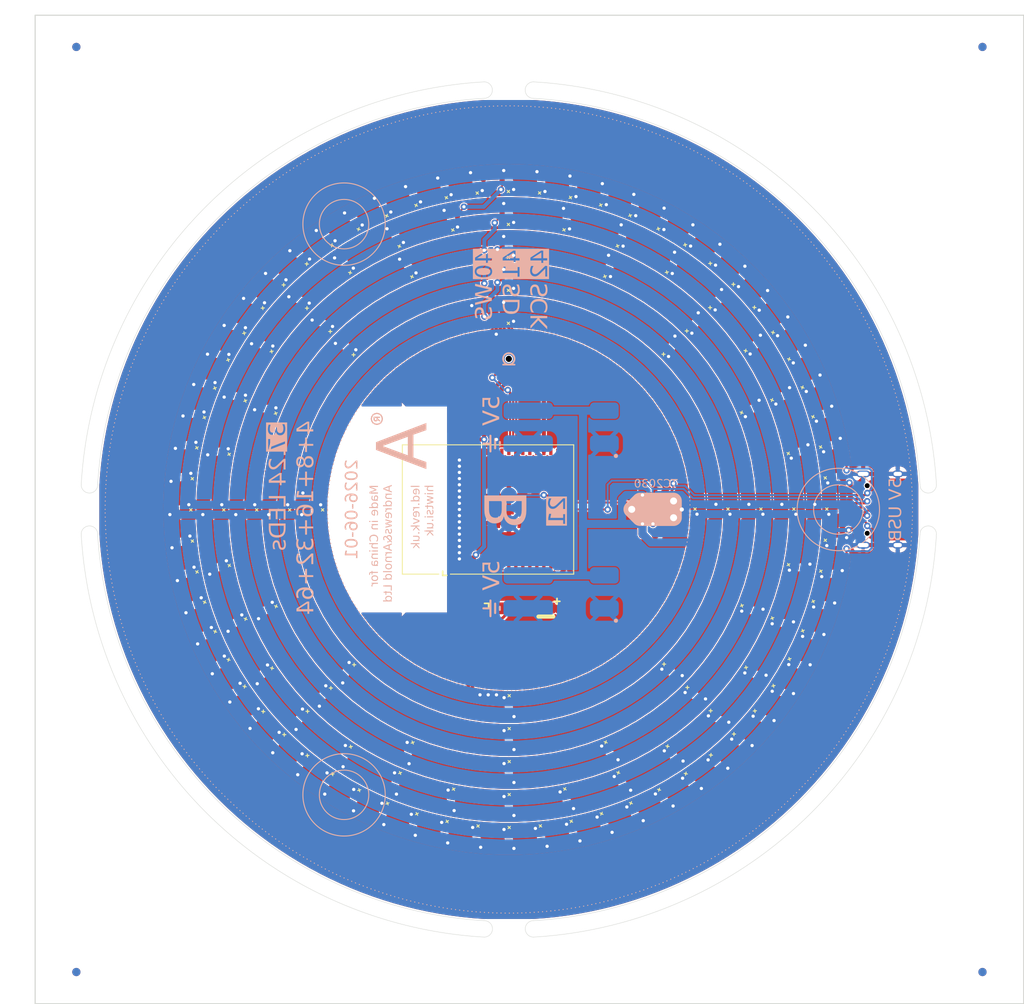
<source format=kicad_pcb>
(kicad_pcb (version 20241229) (generator "pcbnew") (generator_version "9.0")
  (title_block (title "Coaster"))
  (layers (0 "F.Cu" signal) (2 "B.Cu" signal) (13 "F.Paste" user) (15 "B.Paste" user) (5 "F.SilkS" user "F.Silkscreen") (7 "B.SilkS" user "B.Silkscreen") (1 "F.Mask" user) (3 "B.Mask" user) (25 "Edge.Cuts" user))
  (property "DATE" "2023-05-04")
  (net 0 "")
  (net 1 "GND")
  (net 2 "+3V3")
  (net 3 "Net-(D100-O)")
  (net 4 "Net-(D1-O)")
  (net 5 "Net-(D2-O)")
  (net 6 "Net-(D3-O)")
  (net 7 "Net-(D4-O)")
  (net 8 "Net-(D5-O)")
  (net 9 "Net-(D6-O)")
  (net 10 "Net-(D7-O)")
  (net 11 "Net-(D8-O)")
  (net 12 "Net-(D10-I)")
  (net 13 "Net-(D10-O)")
  (net 14 "Net-(D11-O)")
  (net 15 "Net-(D13-O)")
  (net 16 "Net-(D14-O)")
  (net 17 "Net-(D15-O)")
  (net 18 "Net-(D16-O)")
  (net 19 "Net-(D17-O)")
  (net 20 "Net-(D18-O)")
  (net 21 "Net-(D19-O)")
  (net 22 "Net-(D20-O)")
  (net 23 "Net-(D21-O)")
  (net 24 "Net-(D22-O)")
  (net 25 "Net-(D23-O)")
  (net 26 "Net-(D24-O)")
  (net 27 "Net-(D25-O)")
  (net 28 "Net-(D26-O)")
  (net 29 "Net-(D27-O)")
  (net 30 "Net-(D29-O)")
  (net 31 "Net-(D30-O)")
  (net 32 "Net-(D31-O)")
  (net 33 "Net-(D32-O)")
  (net 34 "Net-(D33-O)")
  (net 35 "Net-(D34-O)")
  (net 36 "Net-(D35-O)")
  (net 37 "Net-(D36-O)")
  (net 38 "Net-(D37-O)")
  (net 39 "Net-(D38-O)")
  (net 40 "Net-(D39-O)")
  (net 41 "Net-(D40-O)")
  (net 42 "Net-(D41-O)")
  (net 43 "Net-(D42-O)")
  (net 44 "Net-(D43-O)")
  (net 45 "Net-(D44-O)")
  (net 46 "Net-(D45-O)")
  (net 47 "Net-(D46-O)")
  (net 48 "Net-(D47-O)")
  (net 49 "Net-(D48-O)")
  (net 50 "Net-(D49-O)")
  (net 51 "Net-(D50-O)")
  (net 52 "Net-(D51-O)")
  (net 53 "Net-(D52-O)")
  (net 54 "Net-(D53-O)")
  (net 55 "Net-(D54-O)")
  (net 56 "Net-(D55-O)")
  (net 57 "Net-(D56-O)")
  (net 58 "Net-(D57-O)")
  (net 59 "Net-(D58-O)")
  (net 60 "Net-(D59-O)")
  (net 61 "Net-(D61-O)")
  (net 62 "Net-(D62-O)")
  (net 63 "Net-(D63-O)")
  (net 64 "Net-(D64-O)")
  (net 65 "Net-(D65-O)")
  (net 66 "Net-(D66-O)")
  (net 67 "Net-(D67-O)")
  (net 68 "Net-(D68-O)")
  (net 69 "Net-(D69-O)")
  (net 70 "Net-(D70-O)")
  (net 71 "Net-(D71-O)")
  (net 72 "Net-(D72-O)")
  (net 73 "Net-(D73-O)")
  (net 74 "Net-(D74-O)")
  (net 75 "Net-(D75-O)")
  (net 76 "Net-(D76-O)")
  (net 77 "Net-(D77-O)")
  (net 78 "Net-(D78-O)")
  (net 79 "Net-(D79-O)")
  (net 80 "Net-(D80-O)")
  (net 81 "Net-(D81-O)")
  (net 82 "Net-(D82-O)")
  (net 83 "Net-(D83-O)")
  (net 84 "Net-(D84-O)")
  (net 85 "Net-(D85-O)")
  (net 86 "Net-(D86-O)")
  (net 87 "Net-(D87-O)")
  (net 88 "Net-(D88-O)")
  (net 89 "Net-(D89-O)")
  (net 90 "Net-(D90-O)")
  (net 91 "Net-(D91-O)")
  (net 92 "Net-(D92-O)")
  (net 93 "Net-(D93-O)")
  (net 94 "Net-(D94-O)")
  (net 95 "Net-(D95-O)")
  (net 96 "Net-(D96-O)")
  (net 97 "Net-(D97-O)")
  (net 98 "Net-(D98-O)")
  (net 99 "Net-(D100-I)")
  (net 100 "VBUS")
  (net 101 "LED")
  (net 102 "D+")
  (net 103 "Net-(J3-CC2)")
  (net 105 "Net-(J3-CC1)")
  (net 106 "D-")
  (net 108 "SCK")
  (net 109 "SD")
  (net 110 "WS")
  (net 111 "Net-(D101-O)")
  (net 112 "Net-(D102-O)")
  (net 113 "Net-(D103-O)")
  (net 114 "Net-(D104-O)")
  (net 115 "Net-(D105-O)")
  (net 116 "Net-(D106-O)")
  (net 117 "Net-(D107-O)")
  (net 118 "Net-(D108-O)")
  (net 119 "Net-(D109-O)")
  (net 120 "Net-(D110-O)")
  (net 121 "Net-(D111-O)")
  (net 122 "Net-(D112-O)")
  (net 123 "Net-(D113-O)")
  (net 124 "Net-(D114-O)")
  (net 125 "Net-(D115-O)")
  (net 126 "Net-(D116-O)")
  (net 127 "Net-(D117-O)")
  (net 128 "Net-(D118-O)")
  (net 129 "Net-(D119-O)")
  (net 130 "Net-(D120-O)")
  (net 131 "Net-(D121-O)")
  (net 132 "Net-(D122-O)")
  (net 133 "Net-(D123-O)")
  (net 134 "Net-(J1-Pin_2)")
  (net 135 "Net-(U2-EN)")
  (net 172 "Net-(D30--)")
  (net 173 "Net-(D11-I)")
  (net 174 "Net-(D12-I)")
  (net 175 "Net-(D13-I)")
  (net 176 "Net-(D14-I)")
  (net 177 "Net-(D15-I)")
  (net 178 "Net-(D16-I)")
  (net 179 "Net-(D17-I)")
  (net 180 "Net-(D18-I)")
  (net 181 "Net-(D19-I)")
  (net 182 "Net-(D20-I)")
  (net 183 "Net-(D21-I)")
  (net 184 "Net-(D22-I)")
  (net 185 "Net-(D23-I)")
  (net 186 "Net-(D24-I)")
  (net 187 "Net-(D25-I)")
  (net 188 "Net-(D26-I)")
  (net 189 "Net-(D27-I)")
  (net 190 "Net-(D28-I)")
  (net 191 "Net-(D29-I)")
  (net 192 "Net-(D30-I)")
  (net 193 "Net-(D31-I)")
  (net 194 "Net-(D32-I)")
  (net 195 "Net-(D33-I)")
  (net 196 "Net-(D34-I)")
  (net 197 "Net-(D35-I)")
  (net 198 "Net-(D36-I)")
  (net 199 "Net-(D37-I)")
  (net 200 "Net-(D38-I)")
  (net 201 "Net-(D39-I)")
  (net 202 "Net-(D40-I)")
  (net 203 "Net-(D41-I)")
  (net 204 "Net-(D42-I)")
  (net 205 "Net-(D43-I)")
  (net 206 "Net-(D44-I)")
  (net 207 "Net-(D45-I)")
  (net 208 "Net-(D46-I)")
  (net 209 "Net-(D47-I)")
  (net 210 "Net-(D48-I)")
  (net 211 "Net-(D49-I)")
  (net 212 "Net-(D50-I)")
  (net 213 "Net-(D51-I)")
  (net 214 "Net-(D52-I)")
  (net 215 "Net-(D53-I)")
  (net 216 "Net-(D54-I)")
  (net 217 "Net-(D55-I)")
  (net 218 "Net-(D56-I)")
  (net 219 "Net-(D57-I)")
  (net 220 "Net-(D58-I)")
  (net 221 "Net-(D59-I)")
  (net 222 "Net-(D60-I)")
  (net 223 "Net-(D61-I)")
  (net 224 "Net-(D62-I)")
  (net 225 "Net-(D63-I)")
  (net 226 "Net-(D64-I)")
  (net 227 "Net-(D65-I)")
  (net 228 "Net-(D66-I)")
  (net 229 "Net-(D67-I)")
  (net 230 "Net-(D68-I)")
  (net 231 "Net-(D69-I)")
  (net 232 "Net-(D70-I)")
  (net 233 "Net-(D71-I)")
  (net 234 "Net-(D72-I)")
  (net 235 "Net-(D73-I)")
  (net 236 "Net-(D74-I)")
  (net 237 "Net-(D75-I)")
  (net 238 "Net-(D76-I)")
  (net 239 "Net-(D77-I)")
  (net 240 "Net-(D78-I)")
  (net 241 "Net-(D79-I)")
  (net 242 "Net-(D80-I)")
  (net 243 "Net-(D81-I)")
  (net 244 "Net-(D82-I)")
  (net 245 "Net-(D83-I)")
  (net 246 "Net-(D84-I)")
  (net 247 "Net-(D85-I)")
  (net 248 "Net-(D86-I)")
  (net 249 "Net-(D87-I)")
  (net 250 "Net-(D88-I)")
  (net 251 "Net-(D89-I)")
  (net 252 "Net-(D90-I)")
  (net 253 "Net-(D91-I)")
  (net 254 "Net-(D92-I)")
  (net 255 "Net-(D93-I)")
  (net 256 "Net-(D94-I)")
  (net 257 "Net-(D95-I)")
  (net 258 "Net-(D96-I)")
  (net 259 "Net-(D97-I)")
  (net 260 "Net-(D98-I)")
  (net 261 "Net-(D100-+)")
  (net 262 "Net-(D101-I)")
  (net 263 "Net-(D102-I)")
  (net 264 "Net-(D103-I)")
  (net 265 "Net-(D104-I)")
  (net 266 "Net-(D105-I)")
  (net 267 "Net-(D106-I)")
  (net 268 "Net-(D107-I)")
  (net 269 "Net-(D108-I)")
  (net 270 "Net-(D109-I)")
  (net 271 "Net-(D110-I)")
  (net 272 "Net-(D111-I)")
  (net 273 "Net-(D112-I)")
  (net 274 "Net-(D113-I)")
  (net 275 "Net-(D114-I)")
  (net 276 "Net-(D115-I)")
  (net 277 "Net-(D116-I)")
  (net 278 "Net-(D117-I)")
  (net 279 "Net-(D118-I)")
  (net 280 "Net-(D119-I)")
  (net 281 "Net-(D120-I)")
  (net 282 "Net-(D121-I)")
  (net 283 "Net-(D122-I)")
  (footprint "RevK:C_0402" (layer "F.Cu") (at 65.550148 89.549752 163.125)
    (property "Reference" "C54" (hide yes))
    (property "Value" "100nF" (hide yes))
  )
  (footprint "RevK:USB-C-Socket-H" (layer "F.Cu") (at 144.01 100 90)
    (property "Reference" "J3" (hide yes))
    (property "Value" "USB-C-Socket-H")
  )
  (footprint "RevK:C_0402" (layer "F.Cu") (at 98.037293 139.951818 -92.8125)
    (property "Reference" "C93" (hide yes))
    (property "Value" "100nF" (hide yes))
  )
  (footprint "RevK:C_0402" (layer "F.Cu") (at 139.56706 105.869219 -8.4375)
    (property "Reference" "C78" (hide yes))
    (property "Value" "100nF" (hide yes))
  )
  (footprint "RevK:SMD1615" (layer "F.Cu") (at 60.192611 103.920686 -39.375)
    (property "Reference" "D108" (hide yes))
    (property "Value" "XL-1010RGBC-WS2812B" (hide yes))
  )
  (footprint "RevK:C_0402" (layer "F.Cu") (at 139.951818 101.962707 -2.8125)
    (property "Reference" "C77" (hide yes))
    (property "Value" "100nF" (hide yes))
  )
  (footprint "RevK:C_0402" (layer "F.Cu") (at 117.778247 73.392972 56.25)
    (property "Reference" "C14" (hide yes))
    (property "Value" "100nF" (hide yes))
  )
  (footprint "RevK:C_0402" (layer "F.Cu") (at 139.56706 94.130781 8.4375)
    (property "Reference" "C75" (hide yes))
    (property "Value" "100nF" (hide yes))
  )
  (footprint "RevK:C_0402" (layer "F.Cu") (at 117.102204 63.840428 64.6875)
    (property "Reference" "C65" (hide yes))
    (property "Value" "100nF" (hide yes))
  )
  (footprint "RevK:SMD1615" (layer "F.Cu") (at 96.079314 60.192611 -129.375)
    (property "Reference" "D124" (hide yes))
    (property "Value" "XL-1010RGBC-WS2812B" (hide yes))
  )
  (footprint "RevK:C_0402" (layer "F.Cu") (at 134.309144 79.43589 30.9375)
    (property "Reference" "C71" (hide yes))
    (property "Value" "100nF" (hide yes))
  )
  (footprint "RevK:SMD1615" (layer "F.Cu") (at 112.24587 129.564145 67.5)
    (property "Reference" "D20" (hide yes))
    (property "Value" "XL-1010RGBC-WS2812B" (hide yes))
  )
  (footprint "RevK:C_0603" (layer "F.Cu") (at 117 103)
    (property "Reference" "C135" (hide yes))
    (property "Value" "10uF 35V")
  )
  (footprint "RevK:C_0402" (layer "F.Cu") (at 96.471383 64.17335 95.625)
    (property "Reference" "C60" (hide yes))
    (property "Value" "100nF" (hide yes))
  )
  (footprint "RevK:C_0402" (layer "F.Cu") (at 63.840428 117.102204 -154.6875)
    (property "Reference" "C104" (hide yes))
    (property "Value" "100nF" (hide yes))
  )
  (footprint "RevK:C_0402" (layer "F.Cu") (at 126.862358 129.638045 -47.8125)
    (property "Reference" "C85" (hide yes))
    (property "Value" "100nF" (hide yes))
  )
  (footprint "RevK:C_0402" (layer "F.Cu") (at 68.250834 83.029717 151.875)
    (property "Reference" "C55" (hide yes))
    (property "Value" "100nF" (hide yes))
  )
  (footprint "RevK:C_0402" (layer "F.Cu") (at 113.475594 137.661763 -70.3125)
    (property "Reference" "C89" (hide yes))
    (property "Value" "100nF" (hide yes))
  )
  (footprint "RevK:SMD1615" (layer "F.Cu") (at 63.044819 84.692663 -67.5)
    (property "Reference" "D113" (hide yes))
    (property "Value" "XL-1010RGBC-WS2812B" (hide yes))
  )
  (footprint "RevK:C_0402" (layer "F.Cu") (at 101.962707 139.951818 -87.1875)
    (property "Reference" "C92" (hide yes))
    (property "Value" "100nF" (hide yes))
  )
  (footprint "RevK:C_0402" (layer "F.Cu") (at 138.80125 90.280793 14.0625)
    (property "Reference" "C74" (hide yes))
    (property "Value" "100nF" (hide yes))
  )
  (footprint "RevK:SMD1615" (layer "F.Cu") (at 125.455844 74.544156 180)
    (property "Reference" "D33" (hide yes))
    (property "Value" "XL-1010RGBC-WS2812B" (hide yes))
  )
  (footprint "RevK:C_0402" (layer "F.Cu") (at 110.715136 125.868627 -67.5)
    (property "Reference" "C8" (hide yes))
    (property "Value" "100nF" (hide yes))
  )
  (footprint "RevK:SMD1615" (layer "F.Cu") (at 125.375731 130.920418 84.375)
    (property "Reference" "D86" (hide yes))
    (property "Value" "XL-1010RGBC-WS2812B" (hide yes))
  )
  (footprint "RevK:SMD1615" (layer "F.Cu") (at 66.741216 122.222809 -11.25)
    (property "Reference" "D103" (hide yes))
    (property "Value" "XL-1010RGBC-WS2812B" (hide yes))
  )
  (footprint "RevK:C_0402" (layer "F.Cu") (at 86.524406 137.661763 -109.6875)
    (property "Reference" "C96" (hide yes))
    (property "Value" "100nF" (hide yes))
  )
  (footprint "RevK:SMD1615" (layer "F.Cu") (at 133.258784 77.777191 168.75)
    (property "Reference" "D71" (hide yes))
    (property "Value" "XL-1010RGBC-WS2812B" (hide yes))
  )
  (footprint "RevK:SMD1615" (layer "F.Cu") (at 139.807389 96.079314 140.625)
    (property "Reference" "D76" (hide yes))
    (property "Value" "XL-1010RGBC-WS2812B" (hide yes))
  )
  (footprint "RevK:SMD1615" (layer "F.Cu") (at 92.976748 135.30827 33.75)
    (property "Reference" "D46" (hide yes))
    (property "Value" "XL-1010RGBC-WS2812B" (hide yes))
  )
  (footprint "RevK:SMD1615" (layer "F.Cu") (at 64.723149 81.144131 -73.125)
    (property "Reference" "D114" (hide yes))
    (property "Value" "XL-1010RGBC-WS2812B" (hide yes))
  )
  (footprint "RevK:VCUT120N" (layer "F.Cu") (at 149.910242 100 -90)
    (property "Reference" "V3" (hide yes))
    (property "Value" "~" (hide yes))
  )
  (footprint "RevK:C_0402" (layer "F.Cu") (at 135.82665 96.471383 5.625)
    (property "Reference" "C36" (hide yes))
    (property "Value" "100nF" (hide yes))
  )
  (footprint "RevK:C_0603_" (layer "F.Cu") (at 98 113.5 90)
    (property "Reference" "C139" (hide yes))
    (property "Value" "100nF")
  )
  (footprint "RevK:C_0402" (layer "F.Cu") (at 79.43589 65.690856 120.9375)
    (property "Reference" "C119" (hide yes))
    (property "Value" "100nF" (hide yes))
  )
  (footprint "RevK:C_0402" (layer "F.Cu") (at 65.690856 120.56411 -149.0625)
    (property "Reference" "C103" (hide yes))
    (property "Value" "100nF" (hide yes))
  )
  (footprint "RevK:C_0402" (layer "F.Cu") (at 137.661763 86.524406 19.6875)
    (property "Reference" "C73" (hide yes))
    (property "Value" "100nF" (hide yes))
  )
  (footprint "RevK:C_0603_" (layer "F.Cu") (at 97.3 111 180)
    (property "Reference" "C138" (hide yes))
    (property "Value" "10uF 6.3V")
  )
  (footprint "RevK:SMD1615" (layer "F.Cu") (at 120.000528 129.932906 78.75)
    (property "Reference" "D42" (hide yes))
    (property "Value" "XL-1010RGBC-WS2812B" (hide yes))
  )
  (footprint "RevK:C_0402" (layer "F.Cu") (at 106.24289 68.614871 78.75)
    (property "Reference" "C13" (hide yes))
    (property "Value" "100nF" (hide yes))
  )
  (footprint "RevK:C_0402" (layer "F.Cu") (at 82.221753 126.607028 -123.75)
    (property "Reference" "C22" (hide yes))
    (property "Value" "100nF" (hide yes))
  )
  (footprint "RevK:C_0402" (layer "F.Cu") (at 131.749166 83.029717 28.125)
    (property "Reference" "C34" (hide yes))
    (property "Value" "100nF" (hide yes))
  )
  (footprint "RevK:C_0402" (layer "F.Cu") (at 134.309144 120.56411 -30.9375)
    (property "Reference" "C82" (hide yes))
    (property "Value" "100nF" (hide yes))
  )
  (footprint "RevK:SMD1615" (layer "F.Cu") (at 122.627417 122.627417 90)
    (property "Reference" "D19" (hide yes))
    (property "Value" "XL-1010RGBC-WS2812B" (hide yes))
  )
  (footprint "RevK:SMD1615" (layer "F.Cu") (at 119.79899 119.79899 90)
    (property "Reference" "D8" (hide yes))
    (property "Value" "XL-1010RGBC-WS2812B" (hide yes))
  )
  (footprint "RevK:C_0402" (layer "F.Cu") (at 76.172028 132.128301 -126.5625)
    (property "Reference" "C99" (hide yes))
    (property "Value" "100nF" (hide yes))
  )
  (footprint "RevK:SMD1615" (layer "F.Cu") (at 139.231411 92.196387 146.25)
    (property "Reference" "D75" (hide yes))
    (property "Value" "XL-1010RGBC-WS2812B" (hide yes))
  )
  (footprint "RevK:C_0402" (layer "F.Cu") (at 122.838158 127.828376 -50.625)
    (property "Reference" "C41" (hide yes))
    (property "Value" "100nF" (hide yes))
  )
  (footprint "RevK:C_0402" (layer "F.Cu") (at 94.5 108.5)
    (property "Reference" "C132" (hide yes))
    (property "Value" "100nF" (hide yes))
  )
  (footprint "RevK:SMD1615" (layer "F.Cu") (at 128.284271 71.715729 180)
    (property "Reference" "D69" (hide yes))
    (property "Value" "XL-1010RGBC-WS2812B" (hide yes))
  )
  (footprint "RevK:C_0402" (layer "F.Cu") (at 64.17335 96.471383 174.375)
    (property "Reference" "C53" (hide yes))
    (property "Value" "100nF" (hide yes))
  )
  (footprint "RevK:SMD1615" (layer "F.Cu") (at 64 100 -45)
    (property "Reference" "D53" (hide yes))
    (property "Value" "XL-1010RGBC-WS2812B" (hide yes))
  )
  (footprint "RevK:C_0402" (layer "F.Cu") (at 68.614871 93.75711 168.75)
    (property "Reference" "C25" (hide yes))
    (property "Value" "100nF" (hide yes))
  )
  (footprint "RevK:C_0402" (layer "F.Cu") (at 103.528617 135.82665 -84.375)
    (property "Reference" "C44" (hide yes))
    (property "Value" "100nF" (hide yes))
  )
  (footprint "RevK:C_0402" (layer "F.Cu") (at 74.131373 89.284864 157.5)
    (property "Reference" "C11" (hide yes))
    (property "Value" "100nF" (hide yes))
  )
  (footprint "RevK:SMD1615" (layer "F.Cu") (at 129.564145 87.75413 157.5)
    (property "Reference" "D16" (hide yes))
    (property "Value" "XL-1010RGBC-WS2812B" (hide yes))
  )
  (footprint "RevK:SMD1615" (layer "F.Cu") (at 79.999472 70.067094 -101.25)
    (property "Reference" "D58" (hide yes))
    (property "Value" "XL-1010RGBC-WS2812B" (hide yes))
  )
  (footprint "RevK:SMD1615" (layer "F.Cu") (at 60 100 -45)
    (property "Reference" "D109" (hide yes))
    (property "Value" "XL-1010RGBC-WS2812B" (hide yes))
  )
  (footprint "RevK:SMD1615" (layer "F.Cu") (at 77.777191 66.741216 -101.25)
    (property "Reference" "D119" (hide yes))
    (property "Value" "XL-1010RGBC-WS2812B" (hide yes))
  )
  (footprint "RevK:C_0402" (layer "F.Cu") (at 126.862358 70.361955 47.8125)
    (property "Reference" "C68" (hide yes))
    (property "Value" "100nF" (hide yes))
  )
  (footprint "RevK:C_0402" (layer "F.Cu") (at 134.449852 89.549752 16.875)
    (property "Reference" "C35" (hide yes))
    (property "Value" "100nF" (hide yes))
  )
  (footprint "RevK:C_0402" (layer "F.Cu") (at 90.280793 61.19875 104.0625)
    (property "Reference" "C122" (hide yes))
    (property "Value" "100nF" (hide yes))
  )
  (footprint "RevK:C_0402" (layer "F.Cu") (at 65.690856 79.43589 149.0625)
    (property "Reference" "C114" (hide yes))
    (property "Value" "100nF" (hide yes))
  )
  (footprint "RevK:SMD1615" (layer "F.Cu") (at 107.803613 60.768589 -146.25)
    (property "Reference" "D63" (hide yes))
    (property "Value" "XL-1010RGBC-WS2812B" (hide yes))
  )
  (footprint "RevK:C_0402" (layer "F.Cu") (at 125.868627 89.284864 22.5)
    (property "Reference" "C6" (hide yes))
    (property "Value" "100nF" (hide yes))
  )
  (footprint "RevK:C_0402" (layer "F.Cu") (at 70.361955 73.137642 137.8125)
    (property "Reference" "C116" (hide yes))
    (property "Value" "100nF" (hide yes))
  )
  (footprint "RevK:SMD1615" (layer "F.Cu") (at 64.723149 118.855869 -16.875)
    (property "Reference" "D104" (hide yes))
    (property "Value" "XL-1010RGBC-WS2812B" (hide yes))
  )
  (footprint "RevK:SOT-23-6-MD8942" (layer "F.Cu") (at 96 113.5 90)
    (property "Reference" "U3" (hide yes))
    (property "Value" "MD8942")
  )
  (footprint "RevK:C_0402" (layer "F.Cu") (at 83.029437 83.029437 135)
    (property "Reference" "C4" (hide yes))
    (property "Value" "100nF" (hide yes))
  )
  (footprint "RevK:SMD1615" (layer "F.Cu") (at 107.803613 139.231411 56.25)
    (property "Reference" "D91" (hide yes))
    (property "Value" "XL-1010RGBC-WS2812B" (hide yes))
  )
  (footprint "RevK:C_0402" (layer "F.Cu") (at 60.43294 94.130781 171.5625)
    (property "Reference" "C110" (hide yes))
    (property "Value" "100nF" (hide yes))
  )
  (footprint "RevK:SMD1615" (layer "F.Cu") (at 69.079582 125.375731 -5.625)
    (property "Reference" "D102" (hide yes))
    (property "Value" "XL-1010RGBC-WS2812B" (hide yes))
  )
  (footprint "RevK:SMD1615" (layer "F.Cu") (at 128 100 135)
    (property "Reference" "D7" (hide yes))
    (property "Value" "XL-1010RGBC-WS2812B" (hide yes))
  )
  (footprint "RevK:R_0402_" (layer "F.Cu") (at 94.1 115.3 90)
    (property "Reference" "R4" (hide yes))
    (property "Value" "1M" (hide yes))
  )
  (footprint "RevK:C_0402" (layer "F.Cu") (at 63.840428 82.897796 154.6875)
    (property "Reference" "C113" (hide yes))
    (property "Value" "100nF" (hide yes))
  )
  (footprint "RevK:SMD1615" (layer "F.Cu") (at 132 100 135)
    (property "Reference" "D17" (hide yes))
    (property "Value" "XL-1010RGBC-WS2812B" (hide yes))
  )
  (footprint "RevK:SMD1615" (layer "F.Cu") (at 77.372583 77.372583 -90)
    (property "Reference" "D27" (hide yes))
    (property "Value" "XL-1010RGBC-WS2812B" (hide yes))
  )
  (footprint "RevK:SMD1615" (layer "F.Cu") (at 120.000528 70.067094 -168.75)
    (property "Reference" "D32" (hide yes))
    (property "Value" "XL-1010RGBC-WS2812B" (hide yes))
  )
  (footprint "RevK:C_0402" (layer "F.Cu") (at 129.638045 126.862358 -42.1875)
    (property "Reference" "C84" (hide yes))
    (property "Value" "100nF" (hide yes))
  )
  (footprint "RevK:C_0402" (layer "F.Cu") (at 60.43294 105.869219 -171.5625)
    (property "Reference" "C107" (hide yes))
    (property "Value" "100nF" (hide yes))
  )
  (footprint "RevK:SMD1615" (layer "F.Cu") (at 136.955181 84.692663 157.5)
    (property "Reference" "D73" (hide yes))
    (property "Value" "XL-1010RGBC-WS2812B" (hide yes))
  )
  (footprint "RevK:C_0402" (layer "F.Cu") (at 116.970563 83.029437 45)
    (property "Reference" "C1" (hide yes))
    (property "Value" "100nF" (hide yes))
  )
  (footprint "RevK:ESP32-S3-MINI-1" (layer "F.Cu") (at 100 100 90)
    (property "Reference" "U2" (hide yes))
    (property "Value" "ESP32-S3-MINI-1" (hide yes))
  )
  (footprint "RevK:SMD1615" (layer "F.Cu") (at 74.624269 130.920418 5.625)
    (property "Reference" "D100" (hide yes))
    (property "Value" "XL-1010RGBC-WS2812B" (hide yes))
  )
  (footprint "RevK:SMD1615" (layer "F.Cu") (at 76 100 -45)
    (property "Reference" "D4" (hide yes))
    (property "Value" "XL-1010RGBC-WS2812B" (hide yes))
  )
  (footprint "RevK:C_0402" (layer "F.Cu") (at 67.871699 76.172028 143.4375)
    (property "Reference" "C115" (hide yes))
    (property "Value" "100nF" (hide yes))
  )
  (footprint "RevK:L_4x4_" (layer "F.Cu") (at 100.6 113.5 90)
    (property "Reference" "L1" (hide yes))
    (property "Value" "10uH")
  )
  (footprint "RevK:SMD1615" (layer "F.Cu") (at 135.30827 92.976748 146.25)
    (property "Reference" "D36" (hide yes))
    (property "Value" "XL-1010RGBC-WS2812B" (hide yes))
  )
  (footprint "RevK:SMD1615" (layer "F.Cu") (at 111.611387 61.722387 -151.875)
    (property "Reference" "D64" (hide yes))
    (property "Value" "XL-1010RGBC-WS2812B" (hide yes))
  )
  (footprint "RevK:C_0402" (layer "F.Cu") (at 110.450248 134.449852 -73.125)
    (property "Reference" "C43" (hide yes))
    (property "Value" "100nF" (hide yes))
  )
  (footprint "RevK:SMD1615" (layer "F.Cu") (at 129.932906 120.000528 101.25)
    (property "Reference" "D40" (hide yes))
    (property "Value" "XL-1010RGBC-WS2812B" (hide yes))
  )
  (footprint "RevK:SMD1615" (layer "F.Cu") (at 138.277613 111.611387 118.125)
    (property "Reference" "D80" (hide yes))
    (property "Value" "XL-1010RGBC-WS2812B" (hide yes))
  )
  (footprint "RevK:C_0402" (layer "F.Cu") (at 135.82665 103.528617 -5.625)
    (property "Reference" "C37" (hide yes))
    (property "Value" "100nF" (hide yes))
  )
  (footprint "RevK:SMD1615" (layer "F.Cu") (at 79.999472 129.932906 11.25)
    (property "Reference" "D48" (hide yes))
    (property "Value" "XL-1010RGBC-WS2812B" (hide yes))
  )
  (footprint "RevK:C_0402" (layer "F.Cu") (at 62.338237 113.475594 -160.3125)
    (property "Reference" "C105" (hide yes))
    (property "Value" "100nF" (hide yes))
  )
  (footprint "RevK:R_0402_" (layer "F.Cu") (at 94.1 111.699999 90)
    (property "Reference" "R3" (hide yes))
    (property "Value" "39k2" (hide yes))
  )
  (footprint "RevK:C_0402" (layer "F.Cu") (at 116.970563 116.970563 -45)
    (property "Reference" "C2" (hide yes))
    (property "Value" "100nF" (hide yes))
  )
  (footprint "RevK:C_0603" (layer "F.Cu") (at 107 113.5 -90)
    (property "Reference" "C130" (hide yes))
    (property "Value" "22uF")
  )
  (footprint "RevK:C_0402" (layer "F.Cu") (at 82.897796 136.159572 -115.3125)
    (property "Reference" "C97" (hide yes))
    (property "Value" "100nF" (hide yes))
  )
  (footprint "RevK:SMD1615" (layer "F.Cu") (at 77.777191 133.258784 11.25)
    (property "Reference" "D99" (hide yes))
    (property "Value" "XL-1010RGBC-WS2812B" (hide yes))
  )
  (footprint "RevK:SMD1615" (layer "F.Cu") (at 69.079582 74.624269 -84.375)
    (property "Reference" "D116" (hide yes))
    (property "Value" "XL-1010RGBC-WS2812B" (hide yes))
  )
  (footprint "RevK:PCB120120" (layer "F.Cu") (at 102.5 100)
    (property "Reference" "PCB1" (hide yes))
    (property "Value" "120x120" (hide yes))
    (fp_line (start -60 -60) (end 60 -60) (stroke (width 0.12)) (layer "Edge.Cuts"))
    (fp_line (start -60 60) (end -60 -60) (stroke (width 0.12)) (layer "Edge.Cuts"))
    (fp_line (start 60 -60) (end 60 60) (stroke (width 0.12)) (layer "Edge.Cuts"))
    (fp_line (start 60 60) (end -60 60) (stroke (width 0.12)) (layer "Edge.Cuts"))
  )
  (footprint "RevK:C_0402" (layer "F.Cu") (at 131.385129 106.24289 -11.25)
    (property "Reference" "C17" (hide yes))
    (property "Value" "100nF" (hide yes))
  )
  (footprint "RevK:SMD1615" (layer "F.Cu") (at 122.627417 77.372583 180)
    (property "Reference" "D15" (hide yes))
    (property "Value" "XL-1010RGBC-WS2812B" (hide yes))
  )
  (footprint "RevK:C_0402" (layer "F.Cu") (at 139.951818 98.037293 2.8125)
    (property "Reference" "C76" (hide yes))
    (property "Value" "100nF" (hide yes))
  )
  (footprint "RevK:SMD1615" (layer "F.Cu") (at 81.144131 135.276851 16.875)
    (property "Reference" "D98" (hide yes))
    (property "Value" "XL-1010RGBC-WS2812B" (hide yes))
  )
  (footprint "RevK:SMD1615" (layer "F.Cu") (at 130.920418 125.375731 95.625)
    (property "Reference" "D84" (hide yes))
    (property "Value" "XL-1010RGBC-WS2812B" (hide yes))
  )
  (footprint "RevK:SMD1615" (layer "F.Cu") (at 135.276851 81.144131 163.125)
    (property "Reference" "D72" (hide yes))
    (property "Value" "XL-1010RGBC-WS2812B" (hide yes))
  )
  (footprint "RevK:SMD1615" (layer "F.Cu") (at 135.30827 107.023252 123.75)
    (property "Reference" "D38" (hide yes))
    (property "Value" "XL-1010RGBC-WS2812B" (hide yes))
  )
  (footprint "RevK:SMD1615" (layer "F.Cu") (at 63.044819 115.307337 -22.5)
    (property "Reference" "D105" (hide yes))
    (property "Value" "XL-1010RGBC-WS2812B" (hide yes))
  )
  (footprint "RevK:C_0402" (layer "F.Cu") (at 61.19875 90.280793 165.9375)
    (property "Reference" "C111" (hide yes))
    (property "Value" "100nF" (hide yes))
  )
  (footprint "RevK:SMD1615" (layer "F.Cu") (at 107.023252 135.30827 56.25)
    (property "Reference" "D44" (hide yes))
    (property "Value" "XL-1010RGBC-WS2812B" (hide yes))
  )
  (footprint "RevK:C_0402" (layer "F.Cu") (at 117.102204 136.159572 -64.6875)
    (property "Reference" "C88" (hide yes))
    (property "Value" "100nF" (hide yes))
  )
  (footprint "RevK:SMD1615" (layer "F.Cu") (at 61.722387 111.611387 -28.125)
    (property "Reference" "D106" (hide yes))
    (property "Value" "XL-1010RGBC-WS2812B" (hide yes))
  )
  (footprint "RevK:SMD1615" (layer "F.Cu") (at 72 100 -45)
    (property "Reference" "D11" (hide yes))
    (property "Value" "XL-1010RGBC-WS2812B" (hide yes))
  )
  (footprint "RevK:C_0402" (layer "F.Cu") (at 90.280793 138.80125 -104.0625)
    (property "Reference" "C95" (hide yes))
    (property "Value" "100nF" (hide yes))
  )
  (footprint "RevK:C_0402" (layer "F.Cu") (at 123.827972 132.128301 -53.4375)
    (property "Reference" "C86" (hide yes))
    (property "Value" "100nF" (hide yes))
  )
  (footprint "RevK:SMD1615" (layer "F.Cu") (at 140 100 135)
    (property "Reference" "D77" (hide yes))
    (property "Value" "XL-1010RGBC-WS2812B" (hide yes))
  )
  (footprint "RevK:SMD1615" (layer "F.Cu") (at 111.611387 138.277613 61.875)
    (property "Reference" "D90" (hide yes))
    (property "Value" "XL-1010RGBC-WS2812B" (hide yes))
  )
  (footprint "RevK:SMD1615" (layer "F.Cu") (at 61.722387 88.388613 -61.875)
    (property "Reference" "D112" (hide yes))
    (property "Value" "XL-1010RGBC-WS2812B" (hide yes))
  )
  (footprint "RevK:SMD1615" (layer "F.Cu") (at 60.768589 107.803613 -33.75)
    (property "Reference" "D107" (hide yes))
    (property "Value" "XL-1010RGBC-WS2812B" (hide yes))
  )
  (footprint "RevK:SMD1615" (layer "F.Cu") (at 125.375731 69.079582 -174.375)
    (property "Reference" "D68" (hide yes))
    (property "Value" "XL-1010RGBC-WS2812B" (hide yes))
  )
  (footprint "RevK:C_0402" (layer "F.Cu") (at 86.524406 62.338237 109.6875)
    (property "Reference" "C121" (hide yes))
    (property "Value" "100nF" (hide yes))
  )
  (footprint "RevK:C_0402" (layer "F.Cu") (at 70.361955 126.862358 -137.8125)
    (property "Reference" "C101" (hide yes))
    (property "Value" "100nF" (hide yes))
  )
  (footprint "RevK:C_0402" (layer "F.Cu") (at 62.338237 86.524406 160.3125)
    (property "Reference" "C112" (hide yes))
    (property "Value" "100nF" (hide yes))
  )
  (footprint "RevK:C_0402" (layer "F.Cu") (at 103.528617 64.17335 84.375)
    (property "Reference" "C29" (hide yes))
    (property "Value" "100nF" (hide yes))
  )
  (footprint "RevK:C_0402" (layer "F.Cu") (at 72.171624 77.161842 140.625)
    (property "Reference" "C56" (hide yes))
    (property "Value" "100nF" (hide yes))
  )
  (footprint "RevK:C_0402" (layer "F.Cu") (at 93.5 91.5 180)
    (property "Reference" "C134" (hide yes))
    (property "Value" "1uF" (hide yes))
  )
  (footprint "RevK:C_0402" (layer "F.Cu") (at 76.172028 67.871699 126.5625)
    (property "Reference" "C118" (hide yes))
    (property "Value" "100nF" (hide yes))
  )
  (footprint "RevK:SMD1615" (layer "F.Cu") (at 74.544156 125.455844)
    (property "Reference" "D49" (hide yes))
    (property "Value" "XL-1010RGBC-WS2812B" (hide yes))
  )
  (footprint "RevK:C_0402" (layer "F.Cu") (at 117.778247 126.607028 -56.25)
    (property "Reference" "C19" (hide yes))
    (property "Value" "100nF" (hide yes))
  )
  (footprint "RevK:C_0402" (layer "F.Cu") (at 120.56411 65.690856 59.0625)
    (property "Reference" "C66" (hide yes))
    (property "Value" "100nF" (hide yes))
  )
  (footprint "RevK:C_0402" (layer "F.Cu") (at 134.449852 110.450248 -16.875)
    (property "Reference" "C38" (hide yes))
    (property "Value" "100nF" (hide yes))
  )
  (footprint "RevK:SMD1615" (layer "F.Cu") (at 139.807389 103.920686 129.375)
    (property "Reference" "D78" (hide yes))
    (property "Value" "XL-1010RGBC-WS2812B" (hide yes))
  )
  (footprint "RevK:C_0402" (layer "F.Cu") (at 77.161842 127.828376 -129.375)
    (property "Reference" "C48" (hide yes))
    (property "Value" "100nF" (hide yes))
  )
  (footprint "RevK:R_0402" (layer "F.Cu") (at 140.9 93.9 -81.699)
    (property "Reference" "R6" (hide yes))
    (property "Value" "5K1" (hide yes))
  )
  (footprint "RevK:C_0603" (layer "F.Cu") (at 108.25 113.5 -90)
    (property "Reference" "C136" (hide yes))
    (property "Value" "10uF 35V")
  )
  (footprint "RevK:C_0402" (layer "F.Cu") (at 101.962707 60.048182 87.1875)
    (property "Reference" "C61" (hide yes))
    (property "Value" "100nF" (hide yes))
  )
  (footprint "RevK:SMD1615" (layer "F.Cu") (at 100 136 45)
    (property "Reference" "D45" (hide yes))
    (property "Value" "XL-1010RGBC-WS2812B" (hide yes))
  )
  (footprint "RevK:R_0402" (layer "F.Cu") (at 95.5 91.5 180)
    (property "Reference" "R1" (hide yes))
    (property "Value" "10K" (hide yes))
  )
  (footprint "RevK:SMD1615" (layer "F.Cu") (at 86.223396 133.259663 22.5)
    (property "Reference" "D47" (hide yes))
    (property "Value" "XL-1010RGBC-WS2812B" (hide yes))
  )
  (footprint "RevK:C_0402" (layer "F.Cu") (at 110.450248 65.550148 73.125)
    (property "Reference" "C30" (hide yes))
    (property "Value" "100nF" (hide yes))
  )
  (footprint "RevK:SMD1615" (layer "F.Cu") (at 136.955181 115.307337 112.5)
    (property "Reference" "D81" (hide yes))
    (property "Value" "XL-1010RGBC-WS2812B" (hide yes))
  )
  (footprint "RevK:C_0402" (layer "F.Cu") (at 116.970283 68.250834 61.875)
    (property "Reference" "C31" (hide yes))
    (property "Value" "100nF" (hide yes))
  )
  (footprint "RevK:C_0603_" (layer "F.Cu") (at 97.3 116 180)
    (property "Reference" "C137" (hide yes))
    (property "Value" "10uF 35V")
  )
  (footprint "RevK:SMD1615" (layer "F.Cu") (at 92.196387 60.768589 -123.75)
    (property "Reference" "D123" (hide yes))
    (property "Value" "XL-1010RGBC-WS2812B" (hide yes))
  )
  (footprint "RevK:C_0402" (layer "F.Cu") (at 83.029437 116.970563 -135)
    (property "Reference" "C3" (hide yes))
    (property "Value" "100nF" (hide yes))
  )
  (footprint "RevK:C_0402" (layer "F.Cu") (at 129.638045 73.137642 42.1875)
    (property "Reference" "C69" (hide yes))
    (property "Value" "100nF" (hide yes))
  )
  (footprint "RevK:SMD1615" (layer "F.Cu") (at 80.20101 119.79899)
    (property "Reference" "D10" (hide yes))
    (property "Value" "XL-1010RGBC-WS2812B" (hide yes))
  )
  (footprint "RevK:CP_EIA-3528-21_Kemet-B" (layer "F.Cu") (at 104.5 113.5 90)
    (property "Reference" "C131" (hide yes))
    (property "Value" "220uF Tant")
  )
  (footprint "RevK:C_0603" (layer "F.Cu") (at 117 97)
    (property "Reference" "C133" (hide yes))
    (property "Value" "10uF 35V")
  )
  (footprint "RevK:SMD1615" (layer "F.Cu") (at 100 68 -135)
    (property "Reference" "D13" (hide yes))
    (property "Value" "XL-1010RGBC-WS2812B" (hide yes))
  )
  (footprint "RevK:SMD1615" (layer "F.Cu") (at 128.284271 128.284271 90)
    (property "Reference" "D85" (hide yes))
    (property "Value" "XL-1010RGBC-WS2812B" (hide yes))
  )
  (footprint "RevK:C_0402" (layer "F.Cu") (at 123.827972 67.871699 53.4375)
    (property "Reference" "C67" (hide yes))
    (property "Value" "100nF" (hide yes))
  )
  (footprint "RevK:SMD1615" (layer "F.Cu") (at 125.455844 125.455844 90)
    (property "Reference" "D41" (hide yes))
    (property "Value" "XL-1010RGBC-WS2812B" (hide yes))
  )
  (footprint "RevK:C_0402" (layer "F.Cu") (at 132.128301 123.827972 -36.5625)
    (property "Reference" "C83" (hide yes))
    (property "Value" "100nF" (hide yes))
  )
  (footprint "RevK:C_0402" (layer "F.Cu") (at 89.549752 65.550148 106.875)
    (property "Reference" "C59" (hide yes))
    (property "Value" "100nF" (hide yes))
  )
  (footprint "RevK:SMD1615" (layer "F.Cu") (at 77.372583 122.627417)
    (property "Reference" "D23" (hide yes))
    (property "Value" "XL-1010RGBC-WS2812B" (hide yes))
  )
  (footprint "RevK:C_0402" (layer "F.Cu") (at 60.048182 98.037293 177.1875)
    (property "Reference" "C109" (hide yes))
    (property "Value" "100nF" (hide yes))
  )
  (footprint "RevK:SMD1615" (layer "F.Cu") (at 100 64 -135)
    (property "Reference" "D29" (hide yes))
    (property "Value" "XL-1010RGBC-WS2812B" (hide yes))
  )
  (footprint "RevK:SMD1615" (layer "F.Cu") (at 70.435855 112.24587 -22.5)
    (property "Reference" "D24" (hide yes))
    (property "Value" "XL-1010RGBC-WS2812B" (hide yes))
  )
  (footprint "RevK:SMD1615" (layer "F.Cu") (at 66.740337 86.223396 -67.5)
    (property "Reference" "D55" (hide yes))
    (property "Value" "XL-1010RGBC-WS2812B" (hide yes))
  )
  (footprint "RevK:C_0402" (layer "F.Cu") (at 120.56411 134.309144 -59.0625)
    (property "Reference" "C87" (hide yes))
    (property "Value" "100nF" (hide yes))
  )
  (footprint "RevK:C_0402" (layer "F.Cu") (at 126.607028 117.778247 -33.75)
    (property "Reference" "C18" (hide yes))
    (property "Value" "100nF" (hide yes))
  )
  (footprint "RevK:C_0402" (layer "F.Cu") (at 127.828376 77.161842 39.375)
    (property "Reference" "C33" (hide yes))
    (property "Value" "100nF" (hide yes))
  )
  (footprint "RevK:C_0402" (layer "F.Cu") (at 89.284864 125.868627 -112.5)
    (property "Reference" "C9" (hide yes))
    (property "Value" "100nF" (hide yes))
  )
  (footprint "RevK:C_0402" (layer "F.Cu") (at 83.029717 68.250834 118.125)
    (property "Reference" "C58" (hide yes))
    (property "Value" "100nF" (hide yes))
  )
  (footprint "RevK:C_0402" (layer "F.Cu") (at 89.284864 74.131373 112.5)
    (property "Reference" "C12" (hide yes))
    (property "Value" "100nF" (hide yes))
  )
  (footprint "RevK:SMD1615" (layer "F.Cu") (at 115.307337 136.955181 67.5)
    (property "Reference" "D89" (hide yes))
    (property "Value" "XL-1010RGBC-WS2812B" (hide yes))
  )
  (footprint "RevK:C_0402" (layer "F.Cu") (at 82.221753 73.392972 123.75)
    (property "Reference" "C27" (hide yes))
    (property "Value" "100nF" (hide yes))
  )
  (footprint "RevK:SMD1615" (layer "F.Cu") (at 130.920418 74.624269 174.375)
    (property "Reference" "D70" (hide yes))
    (property "Value" "XL-1010RGBC-WS2812B" (hide yes))
  )
  (footprint "RevK:SMD1615" (layer "F.Cu") (at 84.692663 63.044819 -112.5)
    (property "Reference" "D121" (hide yes))
    (property "Value" "XL-1010RGBC-WS2812B" (hide yes))
  )
  (footprint "RevK:C_0402" (layer "F.Cu") (at 61.19875 109.719207 -165.9375)
    (property "Reference" "C106" (hide yes))
    (property "Value" "100nF" (hide yes))
  )
  (footprint "RevK:C_0402" (layer "F.Cu") (at 106.24289 131.385129 -78.75)
    (property "Reference" "C20" (hide yes))
    (property "Value" "100nF" (hide yes))
  )
  (footprint "RevK:SMD1615" (layer "F.Cu") (at 66.741216 77.777191 -78.75)
    (property "Reference" "D115" (hide yes))
    (property "Value" "XL-1010RGBC-WS2812B" (hide yes))
  )
  (footprint "RevK:VCUT120N" (layer "F.Cu") (at 102.5 149.910244 180)
    (property "Reference" "V2" (hide yes))
    (property "Value" "~" (hide yes))
  )
  (footprint "RevK:SMD1615" (layer "F.Cu") (at 129.564145 112.24587 112.5)
    (property "Reference" "D18" (hide yes))
    (property "Value" "XL-1010RGBC-WS2812B" (hide yes))
  )
  (footprint "RevK:C_0402" (layer "F.Cu") (at 116.970283 131.749166 -61.875)
    (property "Reference" "C42" (hide yes))
    (property "Value" "100nF" (hide yes))
  )
  (footprint "RevK:C_0402" (layer "F.Cu") (at 72.171624 122.838158 -140.625)
    (property "Reference" "C49" (hide yes))
    (property "Value" "100nF" (hide yes))
  )
  (footprint "RevK:SMD1615" (layer "F.Cu") (at 118.855869 135.276851 73.125)
    (property "Reference" "D88" (hide yes))
    (property "Value" "XL-1010RGBC-WS2812B" (hide yes))
  )
  (footprint "RevK:SMD1615" (layer "F.Cu") (at 100 128 45)
    (property "Reference" "D9" (hide yes))
    (property "Value" "XL-1010RGBC-WS2812B" (hide yes))
  )
  (footprint "RevK:C_0402" (layer "F.Cu") (at 60.048182 101.962707 -177.1875)
    (property "Reference" "C108" (hide yes))
    (property "Value" "100nF" (hide yes))
  )
  (footprint "RevK:C_0402" (layer "F.Cu") (at 89.549752 134.449852 -106.875)
    (property "Reference" "C46" (hide yes))
    (property "Value" "100nF" (hide yes))
  )
  (footprint "RevK:C_0402" (layer "F.Cu") (at 82.897796 63.840428 115.3125)
    (property "Reference" "C120" (hide yes))
    (property "Value" "100nF" (hide yes))
  )
  (footprint "RevK:C_0402" (layer "F.Cu") (at 98.037293 60.048182 92.8125)
    (property "Reference" "C124" (hide yes))
    (property "Value" "100nF" (hide yes))
  )
  (footprint "RevK:SMD1615" (layer "F.Cu") (at 122.222809 66.741216 -168.75)
    (property "Reference" "D67" (hide yes))
    (property "Value" "XL-1010RGBC-WS2812B" (hide yes))
  )
  (footprint "RevK:SMD1615" (layer "F.Cu") (at 100 72 -135)
    (property "Reference" "D5" (hide yes))
    (property "Value" "XL-1010RGBC-WS2812B" (hide yes))
  )
  (footprint "RevK:SMD1615" (layer "F.Cu") (at 119.79899 80.20101 180)
    (property "Reference" "D6" (hide yes))
    (property "Value" "XL-1010RGBC-WS2812B" (hide yes))
  )
  (footprint "RevK:C_0402" (layer "F.Cu") (at 77.161842 72.171624 129.375)
    (property "Reference" "C57" (hide yes))
    (property "Value" "100nF" (hide yes))
  )
  (footprint "RevK:SMD1615" (layer "F.Cu") (at 80.20101 80.20101 -90)
    (property "Reference" "D12" (hide yes))
    (property "Value" "XL-1010RGBC-WS2812B" (hide yes))
  )
  (footprint "RevK:C_0402" (layer "F.Cu") (at 137.661763 113.475594 -19.6875)
    (property "Reference" "C80" (hide yes))
    (property "Value" "100nF" (hide yes))
  )
  (footprint "RevK:C_0402" (layer "F.Cu") (at 109.719207 138.80125 -75.9375)
    (property "Reference" "C90" (hide yes))
    (property "Value" "100nF" (hide yes))
  )
  (footprint "RevK:C_0402" (layer "F.Cu") (at 94.130781 139.56706 -98.4375)
    (property "Reference" "C94" (hide yes))
    (property "Value" "100nF" (hide yes))
  )
  (footprint "RevK:SMD1615" (layer "F.Cu") (at 133.258784 122.222809 101.25)
    (property "Reference" "D83" (hide yes))
    (property "Value" "XL-1010RGBC-WS2812B" (hide yes))
  )
  (footprint "RevK:SMD1615" (layer "F.Cu") (at 68 100 -45)
    (property "Reference" "D25" (hide yes))
    (property "Value" "XL-1010RGBC-WS2812B" (hide yes))
  )
  (footprint "RevK:C_0402" (layer "F.Cu") (at 122.838158 72.171624 50.625)
    (property "Reference" "C32" (hide yes))
    (property "Value" "100nF" (hide yes))
  )
  (footprint "RevK:SMD1615" (layer "F.Cu") (at 70.067094 79.999472 -78.75)
    (property "Reference" "D56" (hide yes))
    (property "Value" "XL-1010RGBC-WS2812B" (hide yes))
  )
  (footprint "RevK:SMD1615" (layer "F.Cu") (at 92.196387 139.231411 33.75)
    (property "Reference" "D95" (hide yes))
    (property "Value" "XL-1010RGBC-WS2812B" (hide yes))
  )
  (footprint "RevK:SMD1615" (layer "F.Cu") (at 96.079314 139.807389 39.375)
    (property "Reference" "D94" (hide yes))
    (property "Value" "XL-1010RGBC-WS2812B" (hide yes))
  )
  (footprint "RevK:C_0402" (layer "F.Cu") (at 109.719207 61.19875 75.9375)
    (property "Reference" "C63" (hide yes))
    (property "Value" "100nF" (hide yes))
  )
  (footprint "RevK:SMD1615" (layer "F.Cu") (at 87.75413 129.564145 22.5)
    (property "Reference" "D22" (hide yes))
    (property "Value" "XL-1010RGBC-WS2812B" (hide yes))
  )
  (footprint "RevK:C_0402" (layer "F.Cu") (at 73.137642 129.638045 -132.1875)
    (property "Reference" "C100" (hide yes))
    (property "Value" "100nF" (hide yes))
  )
  (footprint "RevK:C_0402" (layer "F.Cu") (at 96.5 108.5)
    (property "Reference" "C129" (hide yes))
    (property "Value" "100nF" (hide yes))
  )
  (footprint "RevK:SMD1615" (layer "F.Cu") (at 71.715729 128.284271)
    (property "Reference" "D101" (hide yes))
    (property "Value" "XL-1010RGBC-WS2812B" (hide yes))
  )
  (footprint "RevK:C_0402" (layer "F.Cu") (at 132.128301 76.172028 36.5625)
    (property "Reference" "C70" (hide yes))
    (property "Value" "100nF" (hide yes))
  )
  (footprint "RevK:SMD1615" (layer "F.Cu") (at 81.144131 64.723149 -106.875)
    (property "Reference" "D120" (hide yes))
    (property "Value" "XL-1010RGBC-WS2812B" (hide yes))
  )
  (footprint "RevK:C_0402" (layer "F.Cu") (at 68.614871 106.24289 -168.75)
    (property "Reference" "C24" (hide yes))
    (property "Value" "100nF" (hide yes))
  )
  (footprint "RevK:SMD1615" (layer "F.Cu") (at 70.067094 120.000528 -11.25)
    (property "Reference" "D50" (hide yes))
    (property "Value" "XL-1010RGBC-WS2812B" (hide yes))
  )
  (footprint "RevK:SMD1615" (layer "F.Cu") (at 70.435855 87.75413 -67.5)
    (property "Reference" "D26" (hide yes))
    (property "Value" "XL-1010RGBC-WS2812B" (hide yes))
  )
  (footprint "RevK:SMD1615" (layer "F.Cu") (at 74.544156 74.544156 -90)
    (property "Reference" "D57" (hide yes))
    (property "Value" "XL-1010RGBC-WS2812B" (hide yes))
  )
  (footprint "RevK:C_0402" (layer "F.Cu") (at 105.869219 60.43294 81.5625)
    (property "Reference" "C62" (hide yes))
    (property "Value" "100nF" (hide yes))
  )
  (footprint "RevK:SMD1615" (layer "F.Cu") (at 139.231411 107.803613 123.75)
    (property "Reference" "D79" (hide yes))
    (property "Value" "XL-1010RGBC-WS2812B" (hide yes))
  )
  (footprint "RevK:SMD1615" (layer "F.Cu") (at 88.388613 138.277613 28.125)
    (property "Reference" "D96" (hide yes))
    (property "Value" "XL-1010RGBC-WS2812B" (hide yes))
  )
  (footprint "RevK:C_0402" (layer "F.Cu") (at 126.607028 82.221753 33.75)
    (property "Reference" "C15" (hide yes))
    (property "Value" "100nF" (hide yes))
  )
  (footprint "RevK:SMD1615" (layer "F.Cu") (at 103.920686 139.807389 50.625)
    (property "Reference" "D92" (hide yes))
    (property "Value" "XL-1010RGBC-WS2812B" (hide yes))
  )
  (footprint "RevK:SMD1615" (layer "F.Cu") (at 118.855869 64.723149 -163.125)
    (property "Reference" "D66" (hide yes))
    (property "Value" "XL-1010RGBC-WS2812B" (hide yes))
  )
  (footprint "RevK:C_0402" (layer "F.Cu") (at 136.159572 117.102204 -25.3125)
    (property "Reference" "C81" (hide yes))
    (property "Value" "100nF" (hide yes))
  )
  (footprint "RevK:C_0402" (layer "F.Cu") (at 65.550148 110.450248 -163.125)
    (property "Reference" "C51" (hide yes))
    (property "Value" "100nF" (hide yes))
  )
  (footprint "RevK:VCUT120N" (layer "F.Cu") (at 102.5 50.089758)
    (property "Reference" "V1" (hide yes))
    (property "Value" "~" (hide yes))
  )
  (footprint "RevK:C_0402" (layer "F.Cu") (at 67.871699 123.827972 -143.4375)
    (property "Reference" "C102" (hide yes))
    (property "Value" "100nF" (hide yes))
  )
  (footprint "RevK:C_0402" (layer "F.Cu") (at 73.392972 117.778247 -146.25)
    (property "Reference" "C23" (hide yes))
    (property "Value" "100nF" (hide yes))
  )
  (footprint "RevK:SMD1615" (layer "F.Cu") (at 71.715729 71.715729 -90)
    (property "Reference" "D117" (hide yes))
    (property "Value" "XL-1010RGBC-WS2812B" (hide yes))
  )
  (footprint "RevK:SMD1615" (layer "F.Cu") (at 124 100 135)
    (property "Reference" "D2" (hide yes))
    (property "Value" "XL-1010RGBC-WS2812B" (hide yes))
  )
  (footprint "RevK:SMD1615" (layer "F.Cu") (at 66.740337 113.776604 -22.5)
    (property "Reference" "D51" (hide yes))
    (property "Value" "XL-1010RGBC-WS2812B" (hide yes))
  )
  (footprint "RevK:SMD1615" (layer "F.Cu") (at 103.920686 60.192611 -140.625)
    (property "Reference" "D62" (hide yes))
    (property "Value" "XL-1010RGBC-WS2812B" (hide yes))
  )
  (footprint "RevK:C_0402" (layer "F.Cu") (at 125.868627 110.715136 -22.5)
    (property "Reference" "C7" (hide yes))
    (property "Value" "100nF" (hide yes))
  )
  (footprint "RevK:ICS43434_MEMS_Mic" (layer "F.Cu") (at 100 82.5 90)
    (property "Reference" "U1" (hide yes))
    (property "Value" "ICS43434_MEMS_Mic")
  )
  (footprint "RevK:C_0402" (layer "F.Cu") (at 94.130781 60.43294 98.4375)
    (property "Reference" "C123" (hide yes))
    (property "Value" "100nF" (hide yes))
  )
  (footprint "RevK:SMD1615" (layer "F.Cu") (at 138.277613 88.388613 151.875)
    (property "Reference" "D74" (hide yes))
    (property "Value" "XL-1010RGBC-WS2812B" (hide yes))
  )
  (footprint "RevK:SMD1615" (layer "F.Cu") (at 86.223396 66.740337 -112.5)
    (property "Reference" "D59" (hide yes))
    (property "Value" "XL-1010RGBC-WS2812B" (hide yes))
  )
  (footprint "RevK:SMD1615" (layer "F.Cu") (at 100 132 45)
    (property "Reference" "D21" (hide yes))
    (property "Value" "XL-1010RGBC-WS2812B" (hide yes))
  )
  (footprint "RevK:SMD1615" (layer "F.Cu") (at 112.24587 70.435855 -157.5)
    (property "Reference" "D14" (hide yes))
    (property "Value" "XL-1010RGBC-WS2812B" (hide yes))
  )
  (footprint "RevK:SMD1615" (layer "F.Cu") (at 133.259663 113.776604 112.5)
    (property "Reference" "D39" (hide yes))
    (property "Value" "XL-1010RGBC-WS2812B" (hide yes))
  )
  (footprint "RevK:R_0402_" (layer "F.Cu") (at 94.1 113.5 90)
    (property "Reference" "R2" (hide yes))
    (property "Value" "124k" (hide yes))
  )
  (footprint "RevK:C_0402" (layer "F.Cu") (at 138.80125 109.719207 -14.0625)
    (property "Reference" "C79" (hide yes))
    (property "Value" "100nF" (hide yes))
  )
  (footprint "RevK:C_0402" (layer "F.Cu") (at 79.43589 134.309144 -120.9375)
    (property "Reference" "C98" (hide yes))
    (property "Value" "100nF" (hide yes))
  )
  (footprint "RevK:SMD1615" (layer "F.Cu") (at 74.624269 69.079582 -95.625)
    (property "Reference" "D118" (hide yes))
    (property "Value" "XL-1010RGBC-WS2812B" (hide yes))
  )
  (footprint "RevK:SMD1615" (layer "F.Cu") (at 122.222809 133.258784 78.75)
    (property "Reference" "D87" (hide yes))
    (property "Value" "XL-1010RGBC-WS2812B" (hide yes))
  )
  (footprint "RevK:C_0402" (layer "F.Cu") (at 64.17335 103.528617 -174.375)
    (property "Reference" "C52" (hide yes))
    (property "Value" "100nF" (hide yes))
  )
  (footprint "RevK:SMD1615" (layer "F.Cu") (at 100 60 -135)
    (property "Reference" "D61" (hide yes))
    (property "Value" "XL-1010RGBC-WS2812B" (hide yes))
  )
  (footprint "RevK:C_0402" (layer "F.Cu") (at 73.137642 70.361955 132.1875)
    (property "Reference" "C117" (hide yes))
    (property "Value" "100nF" (hide yes))
  )
  (footprint "RevK:C_0402" (layer "F.Cu") (at 105.869219 139.56706 -81.5625)
    (property "Reference" "C91" (hide yes))
    (property "Value" "100nF" (hide yes))
  )
  (footprint "RevK:SMD1615" (layer "F.Cu") (at 88.388613 61.722387 -118.125)
    (property "Reference" "D122" (hide yes))
    (property "Value" "XL-1010RGBC-WS2812B" (hide yes))
  )
  (footprint "RevK:SMD1615" (layer "F.Cu") (at 100 124 45)
    (property "Reference" "D3" (hide yes))
    (property "Value" "XL-1010RGBC-WS2812B" (hide yes))
  )
  (footprint "RevK:SMD1615" (layer "F.Cu") (at 60.192611 96.079314 -50.625)
    (property "Reference" "D110" (hide yes))
    (property "Value" "XL-1010RGBC-WS2812B" (hide yes))
  )
  (footprint "RevK:SMD1615" (layer "F.Cu") (at 107.023252 64.69173 -146.25)
    (property "Reference" "D30" (hide yes))
    (property "Value" "XL-1010RGBC-WS2812B" (hide yes))
  )
  (footprint "RevK:C_0402" (layer "F.Cu") (at 110.715136 74.131373 67.5)
    (property "Reference" "C5" (hide yes))
    (property "Value" "100nF" (hide yes))
  )
  (footprint "RevK:SMD1615" (layer "F.Cu") (at 115.307337 63.044819 -157.5)
    (property "Reference" "D65" (hide yes))
    (property "Value" "XL-1010RGBC-WS2812B" (hide yes))
  )
  (footprint "RevK:C_0402" (layer "F.Cu") (at 83.029717 131.749166 -118.125)
    (property "Reference" "C47" (hide yes))
    (property "Value" "100nF" (hide yes))
  )
  (footprint "RevK:SMD1615" (layer "F.Cu") (at 135.276851 118.855869 106.875)
    (property "Reference" "D82" (hide yes))
    (property "Value" "XL-1010RGBC-WS2812B" (hide yes))
  )
  (footprint "RevK:C_0402" (layer "F.Cu") (at 131.749166 116.970283 -28.125)
    (property "Reference" "C39" (hide yes))
    (property "Value" "100nF" (hide yes))
  )
  (footprint "RevK:C_0402" (layer "F.Cu") (at 127.828376 122.838158 -39.375)
    (property "Reference" "C40" (hide yes))
    (property "Value" "100nF" (hide yes))
  )
  (footprint "RevK:R_0402" (layer "F.Cu") (at 140.9 106.1 -98.3)
    (property "Reference" "R5" (hide yes))
    (property "Value" "5K1" (hide yes))
  )
  (footprint "RevK:SMD1615" (layer "F.Cu") (at 64.69173 92.976748 -56.25)
    (property "Reference" "D54" (hide yes))
    (property "Value" "XL-1010RGBC-WS2812B" (hide yes))
  )
  (footprint "RevK:C_0402" (layer "F.Cu") (at 93.75711 131.385129 -101.25)
    (property "Reference" "C21" (hide yes))
    (property "Value" "100nF" (hide yes))
  )
  (footprint "RevK:SMD1615" (layer "F.Cu") (at 136 100 135)
    (property "Reference" "D37" (hide yes))
    (property "Value" "XL-1010RGBC-WS2812B" (hide yes))
  )
  (footprint "RevK:SMD1615" (layer "F.Cu") (at 87.75413 70.435855 -112.5)
    (property "Reference" "D28" (hide yes))
    (property "Value" "XL-1010RGBC-WS2812B" (hide yes))
  )
  (footprint "RevK:SMD1615" (layer "F.Cu") (at 113.776604 133.259663 67.5)
    (property "Reference" "D43" (hide yes))
    (property "Value" "XL-1010RGBC-WS2812B" (hide yes))
  )
  (footprint "RevK:SMD1615" (layer "F.Cu") (at 113.776604 66.740337 -157.5)
    (property "Reference" "D31" (hide yes))
    (property "Value" "XL-1010RGBC-WS2812B" (hide yes))
  )
  (footprint "RevK:SMD1615" (layer "F.Cu") (at 100 76 -135)
    (property "Reference" "D1" (hide yes))
    (property "Value" "XL-1010RGBC-WS2812B" (hide yes))
  )
  (footprint "RevK:C_0402" (layer "F.Cu") (at 73.392972 82.221753 146.25)
    (property "Reference" "C26" (hide yes))
    (property "Value" "100nF" (hide yes))
  )
  (footprint "RevK:SMD1615" (layer "F.Cu") (at 100 140 45)
    (property "Reference" "D93" (hide yes))
    (property "Value" "XL-1010RGBC-WS2812B" (hide yes))
  )
  (footprint "RevK:C_0402" (layer "F.Cu") (at 96.471383 135.82665 -95.625)
    (property "Reference" "C45" (hide yes))
    (property "Value" "100nF" (hide yes))
  )
  (footprint "RevK:SMD1615" (layer "F.Cu") (at 64.69173 107.023252 -33.75)
    (property "Reference" "D52" (hide yes))
    (property "Value" "XL-1010RGBC-WS2812B" (hide yes))
  )
  (footprint "RevK:SMD1615" (layer "F.Cu") (at 133.259663 86.223396 157.5)
    (property "Reference" "D35" (hide yes))
    (property "Value" "XL-1010RGBC-WS2812B" (hide yes))
  )
  (footprint "RevK:VCUT120N" (layer "F.Cu") (at 50.089757 100 90)
    (property "Reference" "V4" (hide yes))
    (property "Value" "~" (hide yes))
  )
  (footprint "RevK:C_0402" (layer "F.Cu") (at 113.475594 62.338237 70.3125)
    (property "Reference" "C64" (hide yes))
    (property "Value" "100nF" (hide yes))
  )
  (footprint "RevK:C_0402" (layer "F.Cu") (at 131.385129 93.75711 11.25)
    (property "Reference" "C16" (hide yes))
    (property "Value" "100nF" (hide yes))
  )
  (footprint "RevK:C_0402" (layer "F.Cu") (at 136.159572 82.897796 25.3125)
    (property "Reference" "C72" (hide yes))
    (property "Value" "100nF" (hide yes))
  )
  (footprint "RevK:SMD1615" (layer "F.Cu") (at 129.932906 79.999472 168.75)
    (property "Reference" "D34" (hide yes))
    (property "Value" "XL-1010RGBC-WS2812B" (hide yes))
  )
  (footprint "RevK:C_0402" (layer "F.Cu") (at 74.131373 110.715136 -157.5)
    (property "Reference" "C10" (hide yes))
    (property "Value" "100nF" (hide yes))
  )
  (footprint "RevK:C_0402" (layer "F.Cu") (at 93.75711 68.614871 101.25)
    (property "Reference" "C28" (hide yes))
    (property "Value" "100nF" (hide yes))
  )
  (footprint "RevK:SMD1615" (layer "F.Cu") (at 60.768589 92.196387 -56.25)
    (property "Reference" "D111" (hide yes))
    (property "Value" "XL-1010RGBC-WS2812B" (hide yes))
  )
  (footprint "RevK:C_0402" (layer "F.Cu") (at 68.250834 116.970283 -151.875)
    (property "Reference" "C50" (hide yes))
    (property "Value" "100nF" (hide yes))
  )
  (footprint "RevK:SMD1615" (layer "F.Cu") (at 84.692663 136.955181 22.5)
    (property "Reference" "D97" (hide yes))
    (property "Value" "XL-1010RGBC-WS2812B" (hide yes))
  )
  (footprint "RevK:SMD1615" (layer "F.Cu") (at 92.976748 64.69173 -123.75)
    (property "Reference" "D60" (hide yes))
    (property "Value" "XL-1010RGBC-WS2812B" (hide yes))
  )
  (footprint "RevK:WAGO-2060-452-998-404" (layer "B.Cu") (at 107 90)
    (property "Reference" "J5" (hide yes))
    (property "Value" "DC")
  )
  (footprint "RevK:AA-Pad" (layer "B.Cu") (at 100 100 -90)
    (property "Reference" "J1" (hide yes))
    (property "Value" "Reset")
  )
  (footprint "RevK:WAGO-2060-452-998-404" (layer "B.Cu") (at 107 110)
    (property "Reference" "J4" (hide yes))
    (property "Value" "DC")
  )
  (footprint "RevK:Tag-Connect_TC2030-IDC-NL_2x03_P1.27mm_Vertical" (layer "B.Cu") (at 117.46 99.984)
    (property "Reference" "J2" (hide yes))
    (property "Value" "TC2030-USB-NL-DS")
  )
  (gr_circle (center 80 134.641) (end 85 134.641) (stroke (width 0.12)) (fill no) (layer "B.SilkS"))
  (gr_circle (center 100 100) (end 78 100) (stroke (width 0.12) (type dot)) (fill no) (layer "B.SilkS"))
  (gr_circle (center 140 100) (end 140 95) (stroke (width 0.12)) (fill no) (layer "B.SilkS"))
  (gr_circle (center 80 65.359) (end 85 65.359) (stroke (width 0.12)) (fill no) (layer "B.SilkS"))
  (gr_circle (center 80 65.359) (end 83 65.359) (stroke (width 0.12)) (fill no) (layer "B.SilkS"))
  (gr_circle (center 100 100) (end 51 100) (stroke (width 0.12) (type dot)) (fill no) (layer "B.SilkS"))
  (gr_circle (center 140 100) (end 143 100) (stroke (width 0.12)) (fill no) (layer "B.SilkS"))
  (gr_circle (center 80 134.641) (end 83 134.641) (stroke (width 0.12)) (fill no) (layer "B.SilkS"))
  (gr_arc (start 151.910242 97.005385) (mid 150.910242 98.005385) (end 149.910242 97.005385) (stroke (width 0.05)) (layer "Edge.Cuts"))
  (gr_arc (start 102.994616 50.089758) (mid 101.994616 49.089758) (end 102.994616 48.089758) (stroke (width 0.05)) (layer "Edge.Cuts"))
  (gr_arc (start 97.005384 149.910244) (mid 98.005384 150.910244) (end 97.005384 151.910244) (stroke (width 0.05)) (layer "Edge.Cuts"))
  (gr_arc (start 102.994615 151.910243) (mid 101.994615 150.910243) (end 102.994615 149.910243) (stroke (width 0.05)) (layer "Edge.Cuts"))
  (gr_arc (start 50.089757 97.005384) (mid 49.089758 98.005384) (end 48.089757 97.005384) (stroke (width 0.05)) (layer "Edge.Cuts"))
  (gr_arc (start 97.005384 151.910242) (mid 63.232888 136.767111) (end 48.089758 102.994615) (stroke (width 0.05)) (layer "Edge.Cuts"))
  (gr_arc (start 149.910241 102.994616) (mid 135.35534 135.355342) (end 102.994615 149.910243) (stroke (width 0.05)) (layer "Edge.Cuts"))
  (gr_arc (start 149.910243 102.994616) (mid 150.910243 101.994616) (end 151.910243 102.994616) (stroke (width 0.05)) (layer "Edge.Cuts"))
  (gr_arc (start 50.089759 97.005386) (mid 64.644662 64.644662) (end 97.005385 50.089759) (stroke (width 0.05)) (layer "Edge.Cuts"))
  (gr_arc (start 151.910243 102.994616) (mid 136.767113 136.767112) (end 102.994617 151.910243) (stroke (width 0.05)) (layer "Edge.Cuts"))
  (gr_arc (start 102.994616 48.089758) (mid 136.767112 63.232889) (end 151.910242 97.005385) (stroke (width 0.05)) (layer "Edge.Cuts"))
  (gr_arc (start 48.089759 97.005384) (mid 63.232889 63.232888) (end 97.005385 48.089757) (stroke (width 0.05)) (layer "Edge.Cuts"))
  (gr_arc (start 97.005385 48.089759) (mid 98.005385 49.089759) (end 97.005385 50.089759) (stroke (width 0.05)) (layer "Edge.Cuts"))
  (gr_arc (start 48.089758 102.994615) (mid 49.089758 101.994615) (end 50.089758 102.994615) (stroke (width 0.05)) (layer "Edge.Cuts"))
  (gr_arc (start 102.994616 50.089758) (mid 135.355339 64.644661) (end 149.910242 97.005385) (stroke (width 0.05)) (layer "Edge.Cuts"))
  (gr_arc (start 97.005384 149.910242) (mid 64.644661 135.355339) (end 50.089758 102.994615) (stroke (width 0.05)) (layer "Edge.Cuts"))
  (gr_text "TC2030" (at 120.5 97.5 0) (layer "B.SilkS") (effects (font (size 1 1)) (justify left bottom mirror)))
  (gr_text "⏚" (at 98 112 90) (layer "B.SilkS") (effects (font (size 2 2) (thickness 0.25)) (justify mirror)))
  (gr_text "A" (at 87.5 92.3 90) (layer "B.SilkS") (effects (font (size 6 6)) (justify mirror)))
  (gr_text "37" (at 72 93 90) (layer "B.SilkS" knockout) (effects (font (size 2 2)) (justify right mirror)))
  (gr_text "5V" (at 98 88 90) (layer "B.SilkS") (effects (font (size 2 2)) (justify mirror)))
  (gr_text "®" (at 84 89 90) (layer "B.SilkS") (effects (font (size 1 1)) (justify mirror)))
  (gr_text "5V" (at 98 108 90) (layer "B.SilkS") (effects (font (size 2 2)) (justify mirror)))
  (gr_text "Made in China for\nAndrews&Arnold Ltd\n\nled.revk.uk\nhiwtsi.uk" (at 91 97 90) (layer "B.SilkS") (effects (font (size 1 1)) (justify left bottom mirror)))
  (gr_text "21" (at 106 102 90) (layer "B.SilkS" knockout) (effects (font (size 2 2)) (justify right mirror)))
  (gr_text "${CURRENT_DATE}" (at 81 100 90) (layer "B.SilkS") (effects (font (size 1.5 1.5)) (justify mirror)))
  (gr_text "5V USB" (at 147 100 90) (layer "B.SilkS") (effects (font (size 1.5 1.5)) (justify mirror)))
  (gr_text "WS\nSD\nSCK" (at 105 72.5 90) (layer "B.SilkS") (effects (font (size 2 2)) (justify left bottom mirror)))
  (gr_text "40\n41\n42" (at 105 72 90) (layer "B.SilkS" knockout) (effects (font (size 2 2)) (justify right bottom mirror)))
  (gr_text "   124 LEDs\n4+8+16+32+64" (at 76.6 89.2 90) (layer "B.SilkS") (effects (font (size 2 2)) (justify left bottom mirror)))
  (gr_text "⏚" (at 98 92 90) (layer "B.SilkS") (effects (font (size 2 2) (thickness 0.25)) (justify mirror)))
  (segment (start 134.044077 113.440126) (end 134.554686 113.641707) (width 0.2) (layer "F.Cu") (net 1))
  (segment (start 65.955923 86.559874) (end 65.445314 86.358293) (width 0.2) (layer "F.Cu") (net 1))
  (segment (start 59.53923 96.627963) (end 58.992168 96.58237) (width 0.2) (layer "F.Cu") (net 1))
  (segment (start 128.594452 99.386105) (end 129.143284 99.374322) (width 0.2) (layer "F.Cu") (net 1))
  (segment (start 99.386105 71.405548) (end 99.374322 70.856716) (width 0.2) (layer "F.Cu") (net 1))
  (segment (start 126.309313 125.445162) (end 126.703912 125.8268) (width 0.2) (layer "F.Cu") (net 1))
  (segment (start 71.72534 129.1374) (end 71.343043 129.531362) (width 0.2) (layer "F.Cu") (net 1))
  (segment (start 100.611047 136.59594) (end 100.620212 137.144822) (width 0.2) (layer "F.Cu") (net 1))
  (segment (start 80.324947 64.484696) (end 80.058925 64.0045) (width 0.2) (layer "F.Cu") (net 1))
  (segment (start 118.599022 63.909546) (end 118.850496 63.421573) (width 0.2) (layer "F.Cu") (net 1))
  (segment (start 123.481308 122.615394) (end 123.876703 122.996208) (width 0.2) (layer "F.Cu") (net 1))
  (segment (start 99.086846 74.857886) (end 98.25 75.694732) (width 1) (layer "F.Cu") (net 1))
  (segment (start 132.59529 99.387706) (end 133.144153 99.377396) (width 0.2) (layer "F.Cu") (net 1))
  (segment (start 74.717454 131.768497) (end 74.375614 132.198033) (width 0.2) (layer "F.Cu") (net 1))
  (segment (start 83.900797 62.72722) (end 83.683122 62.223261) (width 0.2) (layer "F.Cu") (net 1))
  (segment (start 130.088932 79.160318) (end 130.54022 78.847755) (width 0.2) (layer "F.Cu") (net 1))
  (segment (start 64.22645 107.73882) (end 63.689902 107.85489) (width 0.2) (layer "F.Cu") (net 1))
  (segment (start 69.651564 88.092008) (end 69.140535 87.891493) (width 0.2) (layer "F.Cu") (net 1))
  (segment (start 140.46077 103.372037) (end 141.007832 103.41763) (width 0.2) (layer "F.Cu") (net 1))
  (segment (start 66.584204 123.06142) (end 66.132396 123.37323) (width 0.2) (layer "F.Cu") (net 1))
  (segment (start 99.387706 67.40471) (end 99.377396 66.855847) (width 0.2) (layer "F.Cu") (net 1))
  (segment (start 119.675053 135.515304) (end 119.941075 135.9955) (width 0.2) (layer "F.Cu") (net 1))
  (segment (start 76.518692 77.384606) (end 76.123297 77.003792) (width 0.2) (layer "F.Cu") (net 1))
  (segment (start 99.383972 75.406673) (end 99.370225 74.857886) (width 0.2) (layer "F.Cu") (net 1))
  (segment (start 77.384606 123.481308) (end 77.003792 123.876703) (width 0.2) (layer "F.Cu") (net 1))
  (segment (start 65.906354 77.953054) (end 65.44538 77.654961) (width 0.2) (layer "F.Cu") (net 1))
  (segment (start 98.474853 78.724853) (end 98.474853 77.724853) (width 1) (layer "F.Cu") (net 1))
  (segment (start 71.405548 100.613895) (end 70.856716 100.625678) (width 0.2) (layer "F.Cu") (net 1))
  (segment (start 61.3287 112.36831) (end 60.805833 112.53554) (width 0.2) (layer "F.Cu") (net 1))
  (segment (start 137.27278 83.900797) (end 137.776739 83.683122) (width 0.2) (layer "F.Cu") (net 1))
  (segment (start 138.6713 87.63169) (end 139.194167 87.46446) (width 0.2) (layer "F.Cu") (net 1))
  (segment (start 96.627963 140.46077) (end 96.58237 141.007832) (width 0.2) (layer "F.Cu") (net 1))
  (segment (start 106.540208 63.988032) (end 106.638301 63.447908) (width 0.2) (layer "F.Cu") (net 1))
  (segment (start 63.909546 81.400978) (end 63.421573 81.149504) (width 0.2) (layer "F.Cu") (net 1))
  (segment (start 135.77355 92.26118) (end 136.310098 92.14511) (width 0.2) (layer "F.Cu") (net 1))
  (segment (start 130.994475 73.774306) (end 131.413546 73.419713) (width 0.2) (layer "F.Cu") (net 1))
  (segment (start 59.658821 104.58626) (end 59.113375 104.64827) (width 0.2) (layer "F.Cu") (net 1))
  (segment (start 103.372037 59.53923) (end 103.41763 58.992168) (width 0.2) (layer "F.Cu") (net 1))
  (segment (start 125.445162 73.690687) (end 125.8268 73.296088) (width 0.2) (layer "F.Cu") (net 1))
  (segment (start 130.348436 111.907992) (end 130.859465 112.108507) (width 0.2) (layer "F.Cu") (net 1))
  (segment (start 62.260308 85.02802) (end 61.750037 84.825587) (width 0.2) (layer "F.Cu") (net 1))
  (segment (start 114.97198 62.260308) (end 115.174413 61.750037) (width 0.2) (layer "F.Cu") (net 1))
  (segment (start 91.481697 60.302607) (end 91.366523 59.765866) (width 0.2) (layer "F.Cu") (net 1))
  (segment (start 137.739692 114.97198) (end 138.249963 115.174413) (width 0.2) (layer "F.Cu") (net 1))
  (segment (start 120.839682 130.088932) (end 121.152245 130.54022) (width 0.2) (layer "F.Cu") (net 1))
  (segment (start 85.02802 137.739692) (end 84.825587 138.249963) (width 0.2) (layer "F.Cu") (net 1))
  (segment (start 66.423598 114.569194) (end 65.920004 114.787709) (width 0.2) (layer "F.Cu") (net 1))
  (segment (start 129.1374 128.27466) (end 129.531362 128.656957) (width 0.2) (layer "F.Cu") (net 1))
  (segment (start 70.8626 71.72534) (end 70.468638 71.343043) (width 0.2) (layer "F.Cu") (net 1))
  (segment (start 99.389951 59.403543) (end 99.381703 58.854645) (width 0.2) (layer "F.Cu") (net 1))
  (segment (start 69.911068 120.839682) (end 69.45978 121.152245) (width 0.2) (layer "F.Cu") (net 1))
  (segment (start 135.515304 80.324947) (end 135.9955 80.058925) (width 0.2) (layer "F.Cu") (net 1))
  (segment (start 63.988032 93.459792) (end 63.447908 93.361699) (width 0.2) (layer "F.Cu") (net 1))
  (segment (start 111.907992 69.651564) (end 112.108507 69.140535) (width 0.2) (layer "F.Cu") (net 1))
  (segment (start 60.064578 92.678351) (end 59.524618 92.579356) (width 0.2) (layer "F.Cu") (net 1))
  (segment (start 85.430806 66.423598) (end 85.212291 65.920004) (width 0.2) (layer "F.Cu") (net 1))
  (segment (start 139.697393 91.481697) (end 140.234134 91.366523) (width 0.2) (layer "F.Cu") (net 1))
  (segment (start 99.388953 63.40406) (end 99.379788 62.855178) (width 0.2) (layer "F.Cu") (net 1))
  (segment (start 125.282546 68.231503) (end 125.624386 67.801967) (width 0.2) (layer "F.Cu") (net 1))
  (segment (start 93.459792 136.011968) (end 93.361699 136.552092) (width 0.2) (layer "F.Cu") (net 1))
  (segment (start 60.974525 88.799251) (end 60.446868 88.647808) (width 0.2) (layer "F.Cu") (net 1))
  (segment (start 63.40406 100.611047) (end 62.855178 100.620212) (width 0.2) (layer "F.Cu") (net 1))
  (segment (start 139.025475 111.200749) (end 139.553132 111.352192) (width 0.2) (layer "F.Cu") (net 1))
  (segment (start 131.768497 125.282546) (end 132.198033 125.624386) (width 0.2) (layer "F.Cu") (net 1))
  (segment (start 59.403543 100.610049) (end 58.854645 100.618297) (width 0.2) (layer "F.Cu") (net 1))
  (segment (start 113.440126 65.955923) (end 113.641707 65.445314) (width 0.2) (layer "F.Cu") (net 1))
  (segment (start 100.616028 124.593327) (end 100.629775 125.142114) (width 0.2) (layer "F.Cu") (net 1))
  (segment (start 130.767891 119.823548) (end 131.229362 120.12087) (width 0.2) (layer "F.Cu") (net 1))
  (segment (start 86.960637 70.120193) (end 86.741071 69.617056) (width 0.2) (layer "F.Cu") (net 1))
  (segment (start 122.615394 76.518692) (end 122.996208 76.123297) (width 0.2) (layer "F.Cu") (net 1))
  (segment (start 62.72722 116.099203) (end 62.223261 116.316878) (width 0.2) (layer "F.Cu") (net 1))
  (segment (start 119.823548 69.232109) (end 120.12087 68.770638) (width 0.2) (layer "F.Cu") (net 1))
  (segment (start 88.799251 139.025475) (end 88.647808 139.553132) (width 0.2) (layer "F.Cu") (net 1))
  (segment (start 136.011968 106.540208) (end 136.552092 106.638301) (width 0.2) (layer "F.Cu") (net 1))
  (segment (start 80.176452 130.767891) (end 79.87913 131.229362) (width 0.2) (layer "F.Cu") (net 1))
  (segment (start 143.02 95.68) (end 143.02 96.22) (width 0.5) (layer "F.Cu") (net 1))
  (segment (start 68.231503 74.717454) (end 67.801967 74.375614) (width 0.2) (layer "F.Cu") (net 1))
  (segment (start 86.559874 134.044077) (end 86.358293 134.554686) (width 0.2) (layer "F.Cu") (net 1))
  (segment (start 98.474853 77.724853) (end 98.25 77.5) (width 1) (layer "F.Cu") (net 1))
  (segment (start 76.93858 66.584204) (end 76.62677 66.132396) (width 0.2) (layer "F.Cu") (net 1))
  (segment (start 75.406673 100.616028) (end 74.857886 100.629775) (width 0.2) (layer "F.Cu") (net 1))
  (segment (start 64.484696 119.675053) (end 64.0045 119.941075) (width 0.2) (layer "F.Cu") (net 1))
  (segment (start 112.36831 138.6713) (end 112.53554 139.194167) (width 0.2) (layer "F.Cu") (net 1))
  (segment (start 95.41374 59.658821) (end 95.35173 59.113375) (width 0.2) (layer "F.Cu") (net 1))
  (segment (start 129.879807 86.960637) (end 130.382944 86.741071) (width 0.2) (layer "F.Cu") (net 1))
  (segment (start 100.613895 128.594452) (end 100.625678 129.143284) (width 0.2) (layer "F.Cu") (net 1))
  (segment (start 79.34658 80.214759) (end 78.950165 79.835007) (width 0.2) (layer "F.Cu") (net 1))
  (segment (start 107.321649 60.064578) (end 107.420644 59.524618) (width 0.2) (layer "F.Cu") (net 1))
  (segment (start 116.099203 137.27278) (end 116.316878 137.776739) (width 0.2) (layer "F.Cu") (net 1))
  (segment (start 69.232109 80.176452) (end 68.770638 79.87913) (width 0.2) (layer "F.Cu") (net 1))
  (segment (start 77.953054 134.093646) (end 77.654961 134.55462) (width 0.2) (layer "F.Cu") (net 1))
  (segment (start 111.200749 60.974525) (end 111.352192 60.446868) (width 0.2) (layer "F.Cu") (net 1))
  (segment (start 136.090454 118.599022) (end 136.578427 118.850496) (width 0.2) (layer "F.Cu") (net 1))
  (segment (start 60.302607 108.518303) (end 59.765866 108.633477) (width 0.2) (layer "F.Cu") (net 1))
  (segment (start 113.039363 129.879807) (end 113.258929 130.382944) (width 0.2) (layer "F.Cu") (net 1))
  (segment (start 128.27466 70.8626) (end 128.656957 70.468638) (width 0.2) (layer "F.Cu") (net 1))
  (segment (start 126.225694 130.994475) (end 126.580287 131.413546) (width 0.2) (layer "F.Cu") (net 1))
  (segment (start 70.120193 113.039363) (end 69.617056 113.258929) (width 0.2) (layer "F.Cu") (net 1))
  (segment (start 100.612294 132.59529) (end 100.622604 133.144153) (width 0.2) (layer "F.Cu") (net 1))
  (segment (start 123.06142 133.415796) (end 123.37323 133.867604) (width 0.2) (layer "F.Cu") (net 1))
  (segment (start 74.554838 126.309313) (end 74.1732 126.703912) (width 0.2) (layer "F.Cu") (net 1))
  (segment (start 99.370225 74.857886) (end 99.086846 74.857886) (width 1) (layer "F.Cu") (net 1))
  (segment (start 143.02 96.22) (end 142.44 96.8) (width 0.5) (layer "F.Cu") (net 1))
  (segment (start 98.25 75.694732) (end 98.25 77.5) (width 1) (layer "F.Cu") (net 1))
  (segment (start 73.690687 74.554838) (end 73.296088 74.1732) (width 0.2) (layer "F.Cu") (net 1))
  (segment (start 143.02 104.32) (end 143.02 103.78) (width 0.5) (layer "F.Cu") (net 1))
  (segment (start 92.678351 139.935422) (end 92.579356 140.475382) (width 0.2) (layer "F.Cu") (net 1))
  (segment (start 143.02 103.78) (end 142.44 103.2) (width 0.5) (layer "F.Cu") (net 1))
  (segment (start 124.593327 99.383972) (end 125.142114 99.370225) (width 0.2) (layer "F.Cu") (net 1))
  (segment (start 81.400978 136.090454) (end 81.149504 136.578427) (width 0.2) (layer "F.Cu") (net 1))
  (segment (start 136.59594 99.388953) (end 137.144822 99.379788) (width 0.2) (layer "F.Cu") (net 1))
  (segment (start 108.518303 139.697393) (end 108.633477 140.234134) (width 0.2) (layer "F.Cu") (net 1))
  (segment (start 100.610049 140.596457) (end 100.618297 141.145355) (width 0.2) (layer "F.Cu") (net 1))
  (segment (start 88.092008 130.348436) (end 87.891493 130.859465) (width 0.2) (layer "F.Cu") (net 1))
  (segment (start 79.160318 69.911068) (end 78.847755 69.45978) (width 0.2) (layer "F.Cu") (net 1))
  (segment (start 139.935422 107.321649) (end 140.475382 107.420644) (width 0.2) (layer "F.Cu") (net 1))
  (segment (start 69.005525 126.225694) (end 68.586454 126.580287) (width 0.2) (layer "F.Cu") (net 1))
  (segment (start 104.58626 140.341179) (end 104.64827 140.886625) (width 0.2) (layer "F.Cu") (net 1))
  (segment (start 133.415796 76.93858) (end 133.867604 76.62677) (width 0.2) (layer "F.Cu") (net 1))
  (segment (start 122.046946 65.906354) (end 122.345039 65.44538) (width 0.2) (layer "F.Cu") (net 1))
  (segment (start 92.26118 64.22645) (end 92.14511 63.689902) (width 0.2) (layer "F.Cu") (net 1))
  (segment (start 134.093646 122.046946) (end 134.55462 122.345039) (width 0.2) (layer "F.Cu") (net 1))
  (segment (start 73.774306 69.005525) (end 73.419713 68.586454) (width 0.2) (layer "F.Cu") (net 1))
  (segment (start 80.214759 120.65342) (end 79.835007 121.049835) (width 0.2) (layer "F.Cu") (net 1))
  (segment (start 120.65342 119.785241) (end 121.049835 120.164993) (width 0.2) (layer "F.Cu") (net 1))
  (segment (start 119.785241 79.34658) (end 120.164993 78.950165) (width 0.2) (layer "F.Cu") (net 1))
  (segment (start 107.73882 135.77355) (end 107.85489 136.310098) (width 0.2) (layer "F.Cu") (net 1))
  (segment (start 114.569194 133.576402) (end 114.787709 134.079996) (width 0.2) (layer "F.Cu") (net 1))
  (segment (start 87.63169 61.3287) (end 87.46446 60.805833) (width 0.2) (layer "F.Cu") (net 1))
  (segment (start 133.576402 85.430806) (end 134.079996 85.212291) (width 0.2) (layer "F.Cu") (net 1))
  (segment (start 67.40471 100.612294) (end 66.855847 100.622604) (width 0.2) (layer "F.Cu") (net 1))
  (via (at 140.234134 91.366523) (size 0.8) (drill 0.4) (layers "F.Cu" "B.Cu") (net 1))
  (via (at 106.638301 63.447908) (size 0.8) (drill 0.4) (layers "F.Cu" "B.Cu") (net 1))
  (via (at 113.641707 65.445314) (size 0.8) (drill 0.4) (layers "F.Cu" "B.Cu") (net 1))
  (via (at 130.382944 86.741071) (size 0.8) (drill 0.4) (layers "F.Cu" "B.Cu") (net 1))
  (via (at 123.876703 122.996208) (size 0.8) (drill 0.4) (layers "F.Cu" "B.Cu") (net 1))
  (via (at 112.108507 69.140535) (size 0.8) (drill 0.4) (layers "F.Cu" "B.Cu") (net 1))
  (via (at 122.345039 65.44538) (size 0.8) (drill 0.4) (layers "F.Cu" "B.Cu") (net 1))
  (via (at 126.703912 125.8268) (size 0.8) (drill 0.4) (layers "F.Cu" "B.Cu") (net 1))
  (via (at 134.554686 113.641707) (size 0.8) (drill 0.4) (layers "F.Cu" "B.Cu") (net 1))
  (via (at 100.625678 129.143284) (size 0.8) (drill 0.4) (layers "F.Cu" "B.Cu") (net 1))
  (via (at 58.992168 96.58237) (size 0.8) (drill 0.4) (layers "F.Cu" "B.Cu") (net 1))
  (via (at 60.805833 112.53554) (size 0.8) (drill 0.4) (layers "F.Cu" "B.Cu") (net 1))
  (via (at 92.579356 140.475382) (size 0.8) (drill 0.4) (layers "F.Cu" "B.Cu") (net 1))
  (via (at 94 94.75) (size 0.8) (drill 0.4) (layers "F.Cu" "B.Cu") (net 1))
  (via (at 75 98) (size 0.8) (drill 0.4) (layers "F.Cu" "B.Cu") (net 1))
  (via (at 81.149504 136.578427) (size 0.8) (drill 0.4) (layers "F.Cu" "B.Cu") (net 1))
  (via (at 100.622604 133.144153) (size 0.8) (drill 0.4) (layers "F.Cu" "B.Cu") (net 1))
  (via (at 76.62677 66.132396) (size 0.8) (drill 0.4) (layers "F.Cu" "B.Cu") (net 1))
  (via (at 134.55462 122.345039) (size 0.8) (drill 0.4) (layers "F.Cu" "B.Cu") (net 1))
  (via (at 107.420644 59.524618) (size 0.8) (drill 0.4) (layers "F.Cu" "B.Cu") (net 1))
  (via (at 94 100) (size 0.8) (drill 0.4) (layers "F.Cu" "B.Cu") (net 1))
  (via (at 94 102.25) (size 0.8) (drill 0.4) (layers "F.Cu" "B.Cu") (net 1))
  (via (at 94 97.75) (size 0.8) (drill 0.4) (layers "F.Cu" "B.Cu") (net 1))
  (via (at 79.835007 121.049835) (size 0.8) (drill 0.4) (layers "F.Cu" "B.Cu") (net 1))
  (via (at 63.421573 81.149504) (size 0.8) (drill 0.4) (layers "F.Cu" "B.Cu") (net 1))
  (via (at 78.847755 69.45978) (size 0.8) (drill 0.4) (layers "F.Cu" "B.Cu") (net 1))
  (via (at 70.468638 71.343043) (size 0.8) (drill 0.4) (layers "F.Cu" "B.Cu") (net 1))
  (via (at 129.143284 99.374322) (size 0.8) (drill 0.4) (layers "F.Cu" "B.Cu") (net 1))
  (via (at 69.45978 121.152245) (size 0.8) (drill 0.4) (layers "F.Cu" "B.Cu") (net 1))
  (via (at 120.12087 68.770638) (size 0.8) (drill 0.4) (layers "F.Cu" "B.Cu") (net 1))
  (via (at 74.857886 100.629775) (size 0.8) (drill 0.4) (layers "F.Cu" "B.Cu") (net 1))
  (via (at 80.058925 64.0045) (size 0.8) (drill 0.4) (layers "F.Cu" "B.Cu") (net 1))
  (via (at 70.856716 100.625678) (size 0.8) (drill 0.4) (layers "F.Cu" "B.Cu") (net 1))
  (via (at 74.375614 132.198033) (size 0.8) (drill 0.4) (layers "F.Cu" "B.Cu") (net 1))
  (via (at 92.14511 63.689902) (size 0.8) (drill 0.4) (layers "F.Cu" "B.Cu") (net 1))
  (via (at 98.474853 78.724853) (size 0.8) (drill 0.4) (layers "F.Cu" "B.Cu") (net 1))
  (via (at 134.079996 85.212291) (size 0.8) (drill 0.4) (layers "F.Cu" "B.Cu") (net 1))
  (via (at 59.113375 104.64827) (size 0.8) (drill 0.4) (layers "F.Cu" "B.Cu") (net 1))
  (via (at 68.770638 79.87913) (size 0.8) (drill 0.4) (layers "F.Cu" "B.Cu") (net 1))
  (via (at 123.37323 133.867604) (size 0.8) (drill 0.4) (layers "F.Cu" "B.Cu") (net 1))
  (via (at 94 101.5) (size 0.8) (drill 0.4) (layers "F.Cu" "B.Cu") (net 1))
  (via (at 88.647808 139.553132) (size 0.8) (drill 0.4) (layers "F.Cu" "B.Cu") (net 1))
  (via (at 96.58237 141.007832) (size 0.8) (drill 0.4) (layers "F.Cu" "B.Cu") (net 1))
  (via (at 87.46446 60.805833) (size 0.8) (drill 0.4) (layers "F.Cu" "B.Cu") (net 1))
  (via (at 99.377396 66.855847) (size 0.8) (drill 0.4) (layers "F.Cu" "B.Cu") (net 1))
  (via (at 66.855847 100.622604) (size 0.8) (drill 0.4) (layers "F.Cu" "B.Cu") (net 1))
  (via (at 63.689902 107.85489) (size 0.8) (drill 0.4) (layers "F.Cu" "B.Cu") (net 1))
  (via (at 136.578427 118.850496) (size 0.8) (drill 0.4) (layers "F.Cu" "B.Cu") (net 1))
  (via (at 71.343043 129.531362) (size 0.8) (drill 0.4) (layers "F.Cu" "B.Cu") (net 1))
  (via (at 98.5 91.5) (size 0.8) (drill 0.4) (layers "F.Cu" "B.Cu") (net 1))
  (via (at 128.656957 70.468638) (size 0.8) (drill 0.4) (layers "F.Cu" "B.Cu") (net 1))
  (via (at 86.741071 69.617056) (size 0.8) (drill 0.4) (layers "F.Cu" "B.Cu") (net 1))
  (via (at 121.049835 120.164993) (size 0.8) (drill 0.4) (layers "F.Cu" "B.Cu") (net 1))
  (via (at 94 103.75) (size 0.8) (drill 0.4) (layers "F.Cu" "B.Cu") (net 1))
  (via (at 93.361699 136.552092) (size 0.8) (drill 0.4) (layers "F.Cu" "B.Cu") (net 1))
  (via (at 104.64827 140.886625) (size 0.8) (drill 0.4) (layers "F.Cu" "B.Cu") (net 1))
  (via (at 76.123297 77.003792) (size 0.8) (drill 0.4) (layers "F.Cu" "B.Cu") (net 1))
  (via (at 140.475382 107.420644) (size 0.8) (drill 0.4) (layers "F.Cu" "B.Cu") (net 1))
  (via (at 94 104.5) (size 0.8) (drill 0.4) (layers "F.Cu" "B.Cu") (net 1))
  (via (at 63.447908 93.361699) (size 0.8) (drill 0.4) (layers "F.Cu" "B.Cu") (net 1))
  (via (at 125.142114 99.370225) (size 0.8) (drill 0.4) (layers "F.Cu" "B.Cu") (net 1))
  (via (at 84.825587 138.249963) (size 0.8) (drill 0.4) (layers "F.Cu" "B.Cu") (net 1))
  (via (at 108.633477 140.234134) (size 0.8) (drill 0.4) (layers "F.Cu" "B.Cu") (net 1))
  (via (at 95.35173 59.113375) (size 0.8) (drill 0.4) (layers "F.Cu" "B.Cu") (net 1))
  (via (at 133.144153 99.377396) (size 0.8) (drill 0.4) (layers "F.Cu" "B.Cu") (net 1))
  (via (at 122.996208 76.123297) (size 0.8) (drill 0.4) (layers "F.Cu" "B.Cu") (net 1))
  (via (at 65.445314 86.358293) (size 0.8) (drill 0.4) (layers "F.Cu" "B.Cu") (net 1))
  (via (at 73.419713 68.586454) (size 0.8) (drill 0.4) (layers "F.Cu" "B.Cu") (net 1))
  (via (at 74.1732 126.703912) (size 0.8) (drill 0.4) (layers "F.Cu" "B.Cu") (net 1))
  (via (at 62.855178 100.620212) (size 0.8) (drill 0.4) (layers "F.Cu" "B.Cu") (net 1))
  (via (at 130.859465 112.108507) (size 0.8) (drill 0.4) (layers "F.Cu" "B.Cu") (net 1))
  (via (at 59.765866 108.633477) (size 0.8) (drill 0.4) (layers "F.Cu" "B.Cu") (net 1))
  (via (at 136.552092 106.638301) (size 0.8) (drill 0.4) (layers "F.Cu" "B.Cu") (net 1))
  (via (at 100.618297 141.145355) (size 0.8) (drill 0.4) (layers "F.Cu" "B.Cu") (net 1))
  (via (at 65.44538 77.654961) (size 0.8) (drill 0.4) (layers "F.Cu" "B.Cu") (net 1))
  (via (at 66.132396 123.37323) (size 0.8) (drill 0.4) (layers "F.Cu" "B.Cu") (net 1))
  (via (at 69.140535 87.891493) (size 0.8) (drill 0.4) (layers "F.Cu" "B.Cu") (net 1))
  (via (at 99.381703 58.854645) (size 0.8) (drill 0.4) (layers "F.Cu" "B.Cu") (net 1))
  (via (at 94 94) (size 0.8) (drill 0.4) (layers "F.Cu" "B.Cu") (net 1))
  (via (at 87.891493 130.859465) (size 0.8) (drill 0.4) (layers "F.Cu" "B.Cu") (net 1))
  (via (at 125.8268 73.296088) (size 0.8) (drill 0.4) (layers "F.Cu" "B.Cu") (net 1))
  (via (at 67.801967 74.375614) (size 0.8) (drill 0.4) (layers "F.Cu" "B.Cu") (net 1))
  (via (at 94 103) (size 0.8) (drill 0.4) (layers "F.Cu" "B.Cu") (net 1))
  (via (at 58.854645 100.618297) (size 0.8) (drill 0.4) (layers "F.Cu" "B.Cu") (net 1))
  (via (at 99.370225 74.857886) (size 0.8) (drill 0.4) (layers "F.Cu" "B.Cu") (net 1))
  (via (at 73.296088 74.1732) (size 0.8) (drill 0.4) (layers "F.Cu" "B.Cu") (net 1))
  (via (at 91.366523 59.765866) (size 0.8) (drill 0.4) (layers "F.Cu" "B.Cu") (net 1))
  (via (at 130.54022 78.847755) (size 0.8) (drill 0.4) (layers "F.Cu" "B.Cu") (net 1))
  (via (at 132.198033 125.624386) (size 0.8) (drill 0.4) (layers "F.Cu" "B.Cu") (net 1))
  (via (at 61.750037 84.825587) (size 0.8) (drill 0.4) (layers "F.Cu" "B.Cu") (net 1))
  (via (at 85.212291 65.920004) (size 0.8) (drill 0.4) (layers "F.Cu" "B.Cu") (net 1))
  (via (at 94 106) (size 0.8) (drill 0.4) (layers "F.Cu" "B.Cu") (net 1))
  (via (at 62.223261 116.316878) (size 0.8) (drill 0.4) (layers "F.Cu" "B.Cu") (net 1))
  (via (at 119.941075 135.9955) (size 0.8) (drill 0.4) (layers "F.Cu" "B.Cu") (net 1))
  (via (at 94 105.25) (size 0.8) (drill 0.4) (layers "F.Cu" "B.Cu") (net 1))
  (via (at 139.553132 111.352192) (size 0.8) (drill 0.4) (layers "F.Cu" "B.Cu") (net 1))
  (via (at 100.629775 125.142114) (size 0.8) (drill 0.4) (layers "F.Cu" "B.Cu") (net 1))
  (via (at 77.654961 134.55462) (size 0.8) (drill 0.4) (layers "F.Cu" "B.Cu") (net 1))
  (via (at 138.249963 115.174413) (size 0.8) (drill 0.4) (layers "F.Cu" "B.Cu") (net 1))
  (via (at 131.413546 73.419713) (size 0.8) (drill 0.4) (layers "F.Cu" "B.Cu") (net 1))
  (via (at 94 95.5) (size 0.8) (drill 0.4) (layers "F.Cu" "B.Cu") (net 1))
  (via (at 139.194167 87.46446) (size 0.8) (drill 0.4) (layers "F.Cu" "B.Cu") (net 1))
  (via (at 112.53554 139.194167) (size 0.8) (drill 0.4) (layers "F.Cu" "B.Cu") (net 1))
  (via (at 99.379788 62.855178) (size 0.8) (drill 0.4) (layers "F.Cu" "B.Cu") (net 1))
  (via (at 86.358293 134.554686) (size 0.8) (drill 0.4) (layers "F.Cu" "B.Cu") (net 1))
  (via (at 77.003792 123.876703) (size 0.8) (drill 0.4) (layers "F.Cu" "B.Cu") (net 1))
  (via (at 94 99.25) (size 0.8) (drill 0.4) (layers "F.Cu" "B.Cu") (net 1))
  (via (at 95.5 75.25) (size 0.8) (drill 0.4) (layers "F.Cu" "B.Cu") (net 1))
  (via (at 118.850496 63.421573) (size 0.8) (drill 0.4) (layers "F.Cu" "B.Cu") (net 1))
  (via (at 103.41763 58.992168) (size 0.8) (drill 0.4) (layers "F.Cu" "B.Cu") (net 1))
  (via (at 137.776739 83.683122) (size 0.8) (drill 0.4) (layers "F.Cu" "B.Cu") (net 1))
  (via (at 113.258929 130.382944) (size 0.8) (drill 0.4) (layers "F.Cu" "B.Cu") (net 1))
  (via (at 94 100.75) (size 0.8) (drill 0.4) (layers "F.Cu" "B.Cu") (net 1))
  (via (at 68.586454 126.580287) (size 0.8) (drill 0.4) (layers "F.Cu" "B.Cu") (net 1))
  (via (at 121 100) (size 1) (drill 0.5) (layers "F.Cu" "B.Cu") (net 1))
  (via (at 111.352192 60.446868) (size 0.8) (drill 0.4) (layers "F.Cu" "B.Cu") (net 1))
  (via (at 126.580287 131.413546) (size 0.8) (drill 0.4) (layers "F.Cu" "B.Cu") (net 1))
  (via (at 79.87913 131.229362) (size 0.8) (drill 0.4) (layers "F.Cu" "B.Cu") (net 1))
  (via (at 59.524618 92.579356) (size 0.8) (drill 0.4) (layers "F.Cu" "B.Cu") (net 1))
  (via (at 116.316878 137.776739) (size 0.8) (drill 0.4) (layers "F.Cu" "B.Cu") (net 1))
  (via (at 141.007832 103.41763) (size 0.8) (drill 0.4) (layers "F.Cu" "B.Cu") (net 1))
  (via (at 94 96.25) (size 0.8) (drill 0.4) (layers "F.Cu" "B.Cu") (net 1))
  (via (at 125.624386 67.801967) (size 0.8) (drill 0.4) (layers "F.Cu" "B.Cu") (net 1))
  (via (at 100.620212 137.144822) (size 0.8) (drill 0.4) (layers "F.Cu" "B.Cu") (net 1))
  (via (at 121.152245 130.54022) (size 0.8) (drill 0.4) (layers "F.Cu" "B.Cu") (net 1))
  (via (at 136.310098 92.14511) (size 0.8) (drill 0.4) (layers "F.Cu" "B.Cu") (net 1))
  (via (at 83.683122 62.223261) (size 0.8) (drill 0.4) (layers "F.Cu" "B.Cu") (net 1))
  (via (at 94 98.5) (size 0.8) (drill 0.4) (layers "F.Cu" "B.Cu") (net 1))
  (via (at 78.950165 79.835007) (size 0.8) (drill 0.4) (layers "F.Cu" "B.Cu") (net 1))
  (via (at 64.0045 119.941075) (size 0.8) (drill 0.4) (layers "F.Cu" "B.Cu") (net 1))
  (via (at 129.531362 128.656957) (size 0.8) (drill 0.4) (layers "F.Cu" "B.Cu") (net 1))
  (via (at 60.446868 88.647808) (size 0.8) (drill 0.4) (layers "F.Cu" "B.Cu") (net 1))
  (via (at 69.617056 113.258929) (size 0.8) (drill 0.4) (layers "F.Cu" "B.Cu") (net 1))
  (via (at 99.374322 70.856716) (size 0.8) (drill 0.4) (layers "F.Cu" "B.Cu") (net 1))
  (via (at 94 97) (size 0.8) (drill 0.4) (layers "F.Cu" "B.Cu") (net 1))
  (via (at 131.229362 120.12087) (size 0.8) (drill 0.4) (layers "F.Cu" "B.Cu") (net 1))
  (via (at 115.174413 61.750037) (size 0.8) (drill 0.4) (layers "F.Cu" "B.Cu") (net 1))
  (via (at 65.920004 114.787709) (size 0.8) (drill 0.4) (layers "F.Cu" "B.Cu") (net 1))
  (via (at 120.164993 78.950165) (size 0.8) (drill 0.4) (layers "F.Cu" "B.Cu") (net 1))
  (via (at 133.867604 76.62677) (size 0.8) (drill 0.4) (layers "F.Cu" "B.Cu") (net 1))
  (via (at 137.144822 99.379788) (size 0.8) (drill 0.4) (layers "F.Cu" "B.Cu") (net 1))
  (via (at 107.85489 136.310098) (size 0.8) (drill 0.4) (layers "F.Cu" "B.Cu") (net 1))
  (via (at 135.9955 80.058925) (size 0.8) (drill 0.4) (layers "F.Cu" "B.Cu") (net 1))
  (via (at 114.787709 134.079996) (size 0.8) (drill 0.4) (layers "F.Cu" "B.Cu") (net 1))
  (arc (start 93.639852 68.025379) (mid 96.804539 67.555942) (end 100 67.398959) (width 0.2) (layer "F.Cu") (net 1))
  (arc (start 88.21414 138.852774) (mid 86.321921 138.227669) (end 84.462654 137.510471) (width 0.2) (layer "F.Cu") (net 1))
  (arc (start 122.55673 133.758532) (mid 120.873106 134.824674) (end 119.139198 135.806921) (width 0.2) (layer "F.Cu") (net 1))
  (arc (start 125.880844 125.880844) (mid 123.219454 128.292987) (end 120.334449 130.432653) (width 0.2) (layer "F.Cu") (net 1))
  (arc (start 115.537346 137.510471) (mid 113.678079 138.227669) (end 111.78586 138.852774) (width 0.2) (layer "F.Cu") (net 1))
  (arc (start 100 59.398959) (mid 101.992199 59.447865) (end 103.979598 59.594464) (width 0.2) (layer "F.Cu") (net 1))
  (arc (start 61.147226 111.78586) (mid 60.615722 109.865248) (end 60.179097 107.92087) (width 0.2) (layer "F.Cu") (net 1))
  (arc (start 111.78586 61.147226) (mid 113.678079 61.772331) (end 115.537346 62.489529) (width 0.2) (layer "F.Cu") (net 1))
  (arc (start 96.020402 140.405536) (mid 94.04259 140.161596) (end 92.07913 139.820903) (width 0.2) (layer "F.Cu") (net 1))
  (arc (start 74.242972 131.385029) (mid 72.734008 130.083387) (end 71.290729 128.709271) (width 0.2) (layer "F.Cu") (net 1))
  (arc (start 66.185048 114.006612) (mid 64.974988 110.624721) (end 64.102238 107.140509) (width 0.2) (layer "F.Cu") (net 1))
  (arc (start 123.052417 76.947583) (mid 127.106775 81.887832) (end 130.119434 87.524122) (width 0.2) (layer "F.Cu") (net 1))
  (arc (start 139.820903 92.07913) (mid 140.161596 94.04259) (end 140.405536 96.020402) (width 0.2) (layer "F.Cu") (net 1))
  (arc (start 64.102238 107.140509) (mid 63.575203 103.587529) (end 63.398959 100) (width 0.2) (layer "F.Cu") (net 1))
  (arc (start 92.07913 139.820903) (mid 90.134752 139.384278) (end 88.21414 138.852774) (width 0.2) (layer "F.Cu") (net 1))
  (arc (start 100 71.398959) (mid 110.945144 73.576084) (end 120.22399 79.77601) (width 0.2) (layer "F.Cu") (net 1))
  (arc (start 128.709271 71.290729) (mid 130.083387 72.734008) (end 131.385029 74.242972) (width 0.2) (layer "F.Cu") (net 1))
  (arc (start 107.140509 64.102238) (mid 110.624721 64.974988) (end 114.006612 66.185048) (width 0.2) (layer "F.Cu") (net 1))
  (arc (start 85.993388 66.185048) (mid 89.375279 64.974988) (end 92.859491 64.102238) (width 0.2) (layer "F.Cu") (net 1))
  (arc (start 100 132.601041) (mid 93.639852 131.974621) (end 87.524122 130.119434) (width 0.2) (layer "F.Cu") (net 1))
  (arc (start 87.524122 130.119434) (mid 81.887832 127.106775) (end 76.947583 123.052417) (width 0.2) (layer "F.Cu") (net 1))
  (arc (start 133.814952 114.006612) (mid 132.279236 117.253611) (end 130.432653 120.334449) (width 0.2) (layer "F.Cu") (net 1))
  (arc (start 120.22399 79.77601) (mid 126.423916 89.054856) (end 128.601041 100) (width 0.2) (layer "F.Cu") (net 1))
  (arc (start 139.820903 107.92087) (mid 139.384278 109.865248) (end 138.852774 111.78586) (width 0.2) (layer "F.Cu") (net 1))
  (arc (start 71.290729 71.290729) (mid 72.734008 69.916613) (end 74.242972 68.614971) (width 0.2) (layer "F.Cu") (net 1))
  (arc (start 60.179097 92.07913) (mid 60.615722 90.134752) (end 61.147226 88.21414) (width 0.2) (layer "F.Cu") (net 1))
  (arc (start 98.007801 59.447865) (mid 99.003601 59.411188) (end 100 59.398959) (width 0.2) (layer "F.Cu") (net 1))
  (arc (start 135.897762 92.859491) (mid 136.424797 96.412471) (end 136.601041 100) (width 0.2) (layer "F.Cu") (net 1))
  (arc (start 77.44327 66.241468) (mid 79.126894 65.175326) (end 80.860802 64.193079) (width 0.2) (layer "F.Cu") (net 1))
  (arc (start 122.55673 66.241468) (mid 124.186012 67.388938) (end 125.757028 68.614971) (width 0.2) (layer "F.Cu") (net 1))
  (arc (start 133.814952 85.993388) (mid 135.025012 89.375279) (end 135.897762 92.859491) (width 0.2) (layer "F.Cu") (net 1))
  (arc (start 63.398959 100) (mid 63.575203 96.412471) (end 64.102238 92.859491) (width 0.2) (layer "F.Cu") (net 1))
  (arc (start 64.102238 92.859491) (mid 64.974988 89.375279) (end 66.185048 85.993388) (width 0.2) (layer "F.Cu") (net 1))
  (arc (start 82.604437 82.604437) (mid 90.585589 77.271602) (end 100 75.398959) (width 0.2) (layer "F.Cu") (net 1))
  (arc (start 68.614971 125.757028) (mid 67.388938 124.186012) (end 66.241468 122.55673) (width 0.2) (layer "F.Cu") (net 1))
  (arc (start 120.22399 120.22399) (mid 110.945144 126.423916) (end 100 128.601041) (width 0.2) (layer "F.Cu") (net 1))
  (arc (start 69.567347 120.334449) (mid 67.720764 117.253611) (end 66.185048 114.006612) (width 0.2) (layer "F.Cu") (net 1))
  (arc (start 137.510471 84.462654) (mid 138.227669 86.321921) (end 138.852774 88.21414) (width 0.2) (layer "F.Cu") (net 1))
  (arc (start 76.947583 76.947583) (mid 81.887832 72.893225) (end 87.524122 69.880566) (width 0.2) (layer "F.Cu") (net 1))
  (arc (start 103.979598 140.405536) (mid 101.992199 140.552135) (end 100 140.601041) (width 0.2) (layer "F.Cu") (net 1))
  (arc (start 124.601041 100) (mid 117.395563 117.395563) (end 100 124.601041) (width 0.2) (layer "F.Cu") (net 1))
  (arc (start 100 128.601041) (mid 89.054856 126.423916) (end 79.77601 120.22399) (width 0.2) (layer "F.Cu") (net 1))
  (arc (start 69.880566 112.475878) (mid 68.025379 106.360148) (end 67.398959 100) (width 0.2) (layer "F.Cu") (net 1))
  (arc (start 120.334449 69.567347) (mid 123.219454 71.707013) (end 125.880844 74.119156) (width 0.2) (layer "F.Cu") (net 1))
  (arc (start 61.147226 88.21414) (mid 61.772331 86.321921) (end 62.489529 84.462654) (width 0.2) (layer "F.Cu") (net 1))
  (arc (start 128.709271 128.709271) (mid 127.265992 130.083387) (end 125.757028 131.385029) (width 0.2) (layer "F.Cu") (net 1))
  (arc (start 135.806921 80.860802) (mid 136.702906 82.640818) (end 137.510471 84.462654) (width 0.2) (layer "F.Cu") (net 1))
  (arc (start 119.139198 135.806921) (mid 117.359182 136.702906) (end 115.537346 137.510471) (width 0.2) (layer "F.Cu") (net 1))
  (arc (start 89.054856 73.576084) (mid 94.420214 71.94852) (end 100 71.398959) (width 0.2) (layer "F.Cu") (net 1))
  (arc (start 140.405536 103.979598) (mid 140.161596 105.95741) (end 139.820903 107.92087) (width 0.2) (layer "F.Cu") (net 1))
  (arc (start 79.77601 120.22399) (mid 73.576084 110.945144) (end 71.398959 100) (width 0.2) (layer "F.Cu") (net 1))
  (arc (start 92.859491 135.897762) (mid 89.375279 135.025012) (end 85.993388 133.814952) (width 0.2) (layer "F.Cu") (net 1))
  (arc (start 107.92087 139.820903) (mid 105.95741 140.161596) (end 103.979598 140.405536) (width 0.2) (layer "F.Cu") (net 1))
  (arc (start 125.757028 68.614971) (mid 127.265992 69.916613) (end 128.709271 71.290729) (width 0.2) (layer "F.Cu") (net 1))
  (arc (start 132.601041 100) (mid 131.974621 106.360148) (end 130.119434 112.475878) (width 0.2) (layer "F.Cu") (net 1))
  (arc (start 135.806921 119.139198) (mid 134.824674 120.873106) (end 133.758532 122.55673) (width 0.2) (layer "F.Cu") (net 1))
  (arc (start 62.489529 115.537346) (mid 61.772331 113.678079) (end 61.147226 111.78586) (width 0.2) (layer "F.Cu") (net 1))
  (arc (start 74.119156 74.119156) (mid 76.780546 71.707013) (end 79.665551 69.567347) (width 0.2) (layer "F.Cu") (net 1))
  (arc (start 140.601041 100) (mid 140.552135 101.992199) (end 140.405536 103.979598) (width 0.2) (layer "F.Cu") (net 1))
  (arc (start 88.21414 61.147226) (mid 90.134752 60.615722) (end 92.07913 60.179097) (width 0.2) (layer "F.Cu") (net 1))
  (arc (start 119.139198 64.193079) (mid 120.873106 65.175326) (end 122.55673 66.241468) (width 0.2) (layer "F.Cu") (net 1))
  (arc (start 100 75.398959) (mid 117.395563 82.604437) (end 124.601041 100) (width 0.2) (layer "F.Cu") (net 1))
  (arc (start 100 63.398959) (mid 103.587529 63.575203) (end 107.140509 64.102238) (width 0.2) (layer "F.Cu") (net 1))
  (arc (start 100 124.601041) (mid 82.604437 117.395563) (end 75.398959 100) (width 0.2) (layer "F.Cu") (net 1))
  (arc (start 112.475878 69.880566) (mid 118.112168 72.893225) (end 123.052417 76.947583) (width 0.2) (layer "F.Cu") (net 1))
  (arc (start 131.385029 74.242972) (mid 132.611062 75.813988) (end 133.758532 77.44327) (width 0.2) (layer "F.Cu") (net 1))
  (arc (start 133.758532 122.55673) (mid 132.611062 124.186012) (end 131.385029 125.757028) (width 0.2) (layer "F.Cu") (net 1))
  (arc (start 71.290729 128.709271) (mid 69.916613 127.265992) (end 68.614971 125.757028) (width 0.2) (layer "F.Cu") (net 1))
  (arc (start 84.462654 62.489529) (mid 86.321921 61.772331) (end 88.21414 61.147226) (width 0.2) (layer "F.Cu") (net 1))
  (arc (start 79.665551 130.432653) (mid 76.780546 128.292987) (end 74.119156 125.880844) (width 0.2) (layer "F.Cu") (net 1))
  (arc (start 76.947583 123.052417) (mid 72.893225 118.112168) (end 69.880566 112.475878) (width 0.2) (layer "F.Cu") (net 1))
  (arc (start 59.594464 103.979598) (mid 59.447865 101.992199) (end 59.398959 100) (width 0.2) (layer "F.Cu") (net 1))
  (arc (start 136.601041 100) (mid 136.424797 103.587529) (end 135.897762 107.140509) (width 0.2) (layer "F.Cu") (net 1))
  (arc (start 59.594464 96.020402) (mid 59.838404 94.04259) (end 60.179097 92.07913) (width 0.2) (layer "F.Cu") (net 1))
  (arc (start 130.119434 87.524122) (mid 131.974621 93.639852) (end 132.601041 100) (width 0.2) (layer "F.Cu") (net 1))
  (arc (start 140.405536 96.020402) (mid 140.552135 98.007801) (end 140.601041 100) (width 0.2) (layer "F.Cu") (net 1))
  (arc (start 84.462654 137.510471) (mid 82.640818 136.702906) (end 80.860802 135.806921) (width 0.2) (layer "F.Cu") (net 1))
  (arc (start 123.052417 123.052417) (mid 118.112168 127.106775) (end 112.475878 130.119434) (width 0.2) (layer "F.Cu") (net 1))
  (arc (start 107.92087 60.179097) (mid 109.865248 60.615722) (end 111.78586 61.147226) (width 0.2) (layer "F.Cu") (net 1))
  (arc (start 62.489529 84.462654) (mid 63.297094 82.640818) (end 64.193079 80.860802) (width 0.2) (layer "F.Cu") (net 1))
  (arc (start 130.119434 112.475878) (mid 127.106775 118.112168) (end 123.052417 123.052417) (width 0.2) (layer "F.Cu") (net 1))
  (arc (start 77.44327 133.758532) (mid 75.813988 132.611062) (end 74.242972 131.385029) (width 0.2) (layer "F.Cu") (net 1))
  (arc (start 68.614971 74.242972) (mid 69.916613 72.734008) (end 71.290729 71.290729) (width 0.2) (layer "F.Cu") (net 1))
  (arc (start 130.432653 79.665551) (mid 132.279236 82.746389) (end 133.814952 85.993388) (width 0.2) (layer "F.Cu") (net 1))
  (arc (start 137.510471 115.537346) (mid 136.702906 117.359182) (end 135.806921 119.139198) (width 0.2) (layer "F.Cu") (net 1))
  (arc (start 69.567347 79.665551) (mid 71.707013 76.780546) (end 74.119156 74.119156) (width 0.2) (layer "F.Cu") (net 1))
  (arc (start 133.758532 77.44327) (mid 134.824674 79.126894) (end 135.806921 80.860802) (width 0.2) (layer "F.Cu") (net 1))
  (arc (start 96.412471 63.575203) (mid 98.204072 63.443047) (end 100 63.398959) (width 0.2) (layer "F.Cu") (net 1))
  (arc (start 66.241468 77.44327) (mid 67.388938 75.813988) (end 68.614971 74.242972) (width 0.2) (layer "F.Cu") (net 1))
  (arc (start 60.179097 107.92087) (mid 59.838404 105.95741) (end 59.594464 103.979598) (width 0.2) (layer "F.Cu") (net 1))
  (arc (start 112.475878 130.119434) (mid 106.360148 131.974621) (end 100 132.601041) (width 0.2) (layer "F.Cu") (net 1))
  (arc (start 66.185048 85.993388) (mid 67.720764 82.746389) (end 69.567347 79.665551) (width 0.2) (layer "F.Cu") (net 1))
  (arc (start 79.665551 69.567347) (mid 82.746389 67.720764) (end 85.993388 66.185048) (width 0.2) (layer "F.Cu") (net 1))
  (arc (start 114.006612 66.185048) (mid 117.253611 67.720764) (end 120.334449 69.567347) (width 0.2) (layer "F.Cu") (net 1))
  (arc (start 69.880566 87.524122) (mid 72.893225 81.887832) (end 76.947583 76.947583) (width 0.2) (layer "F.Cu") (net 1))
  (arc (start 125.757028 131.385029) (mid 124.186012 132.611062) (end 122.55673 133.758532) (width 0.2) (layer "F.Cu") (net 1))
  (arc (start 107.140509 135.897762) (mid 103.587529 136.424797) (end 100 136.601041) (width 0.2) (layer "F.Cu") (net 1))
  (arc (start 128.601041 100) (mid 126.423916 110.945144) (end 120.22399 120.22399) (width 0.2) (layer "F.Cu") (net 1))
  (arc (start 115.537346 62.489529) (mid 117.359182 63.297094) (end 119.139198 64.193079) (width 0.2) (layer "F.Cu") (net 1))
  (arc (start 111.78586 138.852774) (mid 109.865248 139.384278) (end 107.92087 139.820903) (width 0.2) (layer "F.Cu") (net 1))
  (arc (start 120.334449 130.432653) (mid 117.253611 132.279236) (end 114.006612 133.814952) (width 0.2) (layer "F.Cu") (net 1))
  (arc (start 74.242972 68.614971) (mid 75.813988 67.388938) (end 77.44327 66.241468) (width 0.2) (layer "F.Cu") (net 1))
  (arc (start 64.193079 80.860802) (mid 65.175326 79.126894) (end 66.241468 77.44327) (width 0.2) (layer "F.Cu") (net 1))
  (arc (start 114.006612 133.814952) (mid 110.624721 135.025012) (end 107.140509 135.897762) (width 0.2) (layer "F.Cu") (net 1))
  (arc (start 71.398959 100) (mid 73.576084 89.054856) (end 79.77601 79.77601) (width 0.2) (layer "F.Cu") (net 1))
  (arc (start 135.897762 107.140509) (mid 135.025012 110.624721) (end 133.814952 114.006612) (width 0.2) (layer "F.Cu") (net 1))
  (arc (start 80.860802 135.806921) (mid 79.126894 134.824674) (end 77.44327 133.758532) (width 0.2) (layer "F.Cu") (net 1))
  (arc (start 66.241468 122.55673) (mid 65.175326 120.873106) (end 64.193079 119.139198) (width 0.2) (layer "F.Cu") (net 1))
  (arc (start 138.852774 88.21414) (mid 139.384278 90.134752) (end 139.820903 92.07913) (width 0.2) (layer "F.Cu") (net 1))
  (arc (start 100 67.398959) (mid 106.360148 68.025379) (end 112.475878 69.880566) (width 0.2) (layer "F.Cu") (net 1))
  (arc (start 67.398959 100) (mid 68.025379 93.639852) (end 69.880566 87.524122) (width 0.2) (layer "F.Cu") (net 1))
  (arc (start 100 140.601041) (mid 98.007801 140.552135) (end 96.020402 140.405536) (width 0.2) (layer "F.Cu") (net 1))
  (arc (start 130.432653 120.334449) (mid 128.292987 123.219454) (end 125.880844 125.880844) (width 0.2) (layer "F.Cu") (net 1))
  (arc (start 92.07913 60.179097) (mid 94.04259 59.838404) (end 96.020402 59.594464) (width 0.2) (layer "F.Cu") (net 1))
  (arc (start 74.119156 125.880844) (mid 71.707013 123.219454) (end 69.567347 120.334449) (width 0.2) (layer "F.Cu") (net 1))
  (arc (start 80.860802 64.193079) (mid 82.640818 63.297094) (end 84.462654 62.489529) (width 0.2) (layer "F.Cu") (net 1))
  (arc (start 64.193079 119.139198) (mid 63.297094 117.359182) (end 62.489529 115.537346) (width 0.2) (layer "F.Cu") (net 1))
  (arc (start 131.385029 125.757028) (mid 130.083387 127.265992) (end 128.709271 128.709271) (width 0.2) (layer "F.Cu") (net 1))
  (arc (start 85.993388 133.814952) (mid 82.746389 132.279236) (end 79.665551 130.432653) (width 0.2) (layer "F.Cu") (net 1))
  (arc (start 59.398959 100) (mid 59.447865 98.007801) (end 59.594464 96.020402) (width 0.2) (layer "F.Cu") (net 1))
  (arc (start 100 136.601041) (mid 96.412471 136.424797) (end 92.859491 135.897762) (width 0.2) (layer "F.Cu") (net 1))
  (arc (start 103.979598 59.594464) (mid 105.95741 59.838404) (end 107.92087 60.179097) (width 0.2) (layer "F.Cu") (net 1))
  (arc (start 138.852774 111.78586) (mid 138.227669 113.678079) (end 137.510471 115.537346) (width 0.2) (layer "F.Cu") (net 1))
  (arc (start 125.880844 74.119156) (mid 128.292987 76.780546) (end 130.432653 79.665551) (width 0.2) (layer "F.Cu") (net 1))
  (segment (start 141.145355 99.381703) (end 141.145355 99.395355) (width 1) (layer "B.Cu") (net 1))
  (segment (start 142.25 100.5) (end 142.25 102.25) (width 1) (layer "B.Cu") (net 1))
  (segment (start 121.618297 99.381703) (end 121 100) (width 1) (layer "B.Cu") (net 1))
  (segment (start 142.585 103.885) (end 142.585 102.585) (width 1) (layer "B.Cu") (net 1))
  (segment (start 74.846408 100.618297) (end 74.857886 100.629775) (width 1) (layer "B.Cu") (net 1))
  (segment (start 141.145355 99.381703) (end 121.618297 99.381703) (width 1) (layer "B.Cu") (net 1))
  (segment (start 142.585 102.585) (end 142.25 102.25) (width 1) (layer "B.Cu") (net 1))
  (segment (start 143.02 104.32) (end 142.585 103.885) (width 1) (layer "B.Cu") (net 1))
  (segment (start 141.145355 99.395355) (end 142.25 100.5) (width 1) (layer "B.Cu") (net 1))
  (segment (start 58.854645 100.618297) (end 74.846408 100.618297) (width 1) (layer "B.Cu") (net 1))
  (segment (start 106.5 112.725) (end 108 112.725) (width 0.8) (layer "F.Cu") (net 2))
  (segment (start 100.6 112) (end 103.9625 112) (width 0.8) (layer "F.Cu") (net 2))
  (segment (start 95.75 107) (end 95.75 108.25) (width 0.8) (layer "F.Cu") (net 2))
  (segment (start 99.1 84.4) (end 97 86.5) (width 0.5) (layer "F.Cu") (net 2))
  (segment (start 104 111.9625) (end 105.7375 111.9625) (width 0.8) (layer "F.Cu") (net 2))
  (segment (start 97 91.5) (end 96 91.5) (width 0.5) (layer "F.Cu") (net 2))
  (segment (start 96 108.5) (end 96 108.819999) (width 0.8) (layer "F.Cu") (net 2))
  (segment (start 95.75 108.25) (end 96 108.5) (width 0.8) (layer "F.Cu") (net 2))
  (segment (start 98.075 110.894999) (end 98.075 111) (width 0.8) (layer "F.Cu") (net 2))
  (segment (start 95 108.5) (end 96 108.5) (width 0.8) (layer "F.Cu") (net 2))
  (segment (start 99.1 83.789) (end 99.1 84.4) (width 0.5) (layer "F.Cu") (net 2))
  (segment (start 96 108.819999) (end 98.075 110.894999) (width 0.8) (layer "F.Cu") (net 2))
  (segment (start 95.75 105.75) (end 96 105.5) (width 0.5) (layer "F.Cu") (net 2))
  (segment (start 105.7375 111.9625) (end 106.5 112.725) (width 0.8) (layer "F.Cu") (net 2))
  (segment (start 97 86.5) (end 97 91.5) (width 0.5) (layer "F.Cu") (net 2))
  (segment (start 95.75 107) (end 95.75 105.75) (width 0.5) (layer "F.Cu") (net 2))
  (via (at 96 105.5) (size 0.8) (drill 0.4) (layers "F.Cu" "B.Cu") (net 2))
  (via (at 97 91.5) (size 0.8) (drill 0.4) (layers "F.Cu" "B.Cu") (net 2))
  (segment (start 97 104.5) (end 97 91.5) (width 0.5) (layer "B.Cu") (net 2))
  (segment (start 96 105.5) (end 97 104.5) (width 0.5) (layer "B.Cu") (net 2))
  (arc (start 74.16254 130.535646) (mid 73.137642 129.638045) (end 72.143906 128.706062) (width 0.2) (layer "F.Cu") (net 3))
  (arc (start 100.600978 76.007526) (mid 116.970563 83.029437) (end 123.992474 99.399022) (width 0.2) (layer "F.Cu") (net 4))
  (arc (start 123.992474 100.600978) (mid 116.970563 116.970563) (end 100.600978 123.992474) (width 0.2) (layer "F.Cu") (net 5))
  (arc (start 99.399022 123.992474) (mid 83.029437 116.970563) (end 76.007526 100.600978) (width 0.2) (layer "F.Cu") (net 6))
  (segment (start 97.006774 76.187386) (end 97.040032 76.584263) (width 0.2) (layer "F.Cu") (net 7))
  (segment (start 99.399005 72.006451) (end 98.61955 72.434544) (width 0.2) (layer "F.Cu") (net 7))
  (via (at 97.040032 76.584263) (size 0.8) (drill 0.4) (layers "F.Cu" "B.Cu") (net 7))
  (via (at 98.61955 72.434544) (size 0.8) (drill 0.4) (layers "F.Cu" "B.Cu") (net 7))
  (arc (start 76.007526 99.399022) (mid 83.029437 83.029437) (end 97.006774 76.187386) (width 0.2) (layer "F.Cu") (net 7))
  (segment (start 98.61955 72.434544) (end 98.61955 73.38045) (width 0.5) (layer "B.Cu") (net 7))
  (segment (start 97.040032 74.959968) (end 98.61955 73.38045) (width 0.5) (layer "B.Cu") (net 7))
  (segment (start 97.040032 76.584263) (end 97.040032 74.959968) (width 0.5) (layer "B.Cu") (net 7))
  (arc (start 100.600995 72.006451) (mid 110.715136 74.131373) (end 119.369461 79.780604) (width 0.2) (layer "F.Cu") (net 8))
  (arc (start 120.219396 80.630539) (mid 125.868627 89.284864) (end 127.993549 99.399005) (width 0.2) (layer "F.Cu") (net 9))
  (arc (start 127.993549 100.600995) (mid 125.868627 110.715136) (end 120.219396 119.369461) (width 0.2) (layer "F.Cu") (net 10))
  (arc (start 119.369461 120.219396) (mid 110.715136 125.868627) (end 100.600995 127.993549) (width 0.2) (layer "F.Cu") (net 11))
  (arc (start 99.399005 127.993549) (mid 89.284864 125.868627) (end 80.630539 120.219396) (width 0.2) (layer "F.Cu") (net 12))
  (arc (start 79.780604 119.369461) (mid 74.131373 110.715136) (end 72.006451 100.600995) (width 0.2) (layer "F.Cu") (net 13))
  (arc (start 72.006451 99.399005) (mid 74.131373 89.284864) (end 79.780604 80.630539) (width 0.2) (layer "F.Cu") (net 14))
  (arc (start 100.601005 68.005644) (mid 106.24289 68.614871) (end 111.688453 70.211075) (width 0.2) (layer "F.Cu") (net 15))
  (arc (start 112.798966 70.671064) (mid 117.778247 73.392972) (end 122.198451 76.951599) (width 0.2) (layer "F.Cu") (net 16))
  (arc (start 123.048401 77.801549) (mid 126.607028 82.221753) (end 129.328936 87.201034) (width 0.2) (layer "F.Cu") (net 17))
  (arc (start 129.788925 88.311547) (mid 131.385129 93.75711) (end 131.994356 99.398995) (width 0.2) (layer "F.Cu") (net 18))
  (arc (start 131.994356 100.601005) (mid 131.385129 106.24289) (end 129.788925 111.688453) (width 0.2) (layer "F.Cu") (net 19))
  (arc (start 129.328936 112.798966) (mid 126.607028 117.778247) (end 123.048401 122.198451) (width 0.2) (layer "F.Cu") (net 20))
  (arc (start 122.198451 123.048401) (mid 117.778247 126.607028) (end 112.798966 129.328936) (width 0.2) (layer "F.Cu") (net 21))
  (arc (start 111.688453 129.788925) (mid 106.24289 131.385129) (end 100.601005 131.994356) (width 0.2) (layer "F.Cu") (net 22))
  (arc (start 99.398995 131.994356) (mid 93.75711 131.385129) (end 88.311547 129.788925) (width 0.2) (layer "F.Cu") (net 23))
  (arc (start 87.201034 129.328936) (mid 82.221753 126.607028) (end 77.801549 123.048401) (width 0.2) (layer "F.Cu") (net 24))
  (arc (start 76.951599 122.198451) (mid 73.392972 117.778247) (end 70.671064 112.798966) (width 0.2) (layer "F.Cu") (net 25))
  (arc (start 70.211075 111.688453) (mid 68.614871 106.24289) (end 68.005644 100.601005) (width 0.2) (layer "F.Cu") (net 26))
  (arc (start 68.005644 99.398995) (mid 68.614871 93.75711) (end 70.211075 88.311547) (width 0.2) (layer "F.Cu") (net 27))
  (arc (start 70.671064 87.201034) (mid 73.392972 82.221753) (end 76.951599 77.801549) (width 0.2) (layer "F.Cu") (net 28))
  (arc (start 77.801549 76.951599) (mid 82.221753 73.392972) (end 87.201034 70.671064) (width 0.2) (layer "F.Cu") (net 29))
  (arc (start 100.601013 64.005017) (mid 103.528617 64.17335) (end 106.432808 64.579399) (width 0.2) (layer "F.Cu") (net 30))
  (arc (start 107.611737 64.813903) (mid 110.450248 65.550148) (end 113.21942 66.514975) (width 0.2) (layer "F.Cu") (net 31))
  (arc (start 114.329947 66.97497) (mid 116.970283 68.250834) (end 119.498017 69.737361) (width 0.2) (layer "F.Cu") (net 32))
  (arc (start 120.497465 70.40517) (mid 122.838158 72.171624) (end 125.027316 74.122723) (width 0.2) (layer "F.Cu") (net 33))
  (arc (start 125.877277 74.972684) (mid 127.828376 77.161842) (end 129.59483 79.502535) (width 0.2) (layer "F.Cu") (net 34))
  (arc (start 130.262639 80.501983) (mid 131.749166 83.029717) (end 133.02503 85.670053) (width 0.2) (layer "F.Cu") (net 35))
  (arc (start 133.485025 86.78058) (mid 134.449852 89.549752) (end 135.186097 92.388263) (width 0.2) (layer "F.Cu") (net 36))
  (arc (start 135.420601 93.567192) (mid 135.82665 96.471383) (end 135.994983 99.398987) (width 0.2) (layer "F.Cu") (net 37))
  (arc (start 135.994983 100.601013) (mid 135.82665 103.528617) (end 135.420601 106.432808) (width 0.2) (layer "F.Cu") (net 38))
  (arc (start 135.186097 107.611737) (mid 134.449852 110.450248) (end 133.485025 113.21942) (width 0.2) (layer "F.Cu") (net 39))
  (arc (start 133.02503 114.329947) (mid 131.749166 116.970283) (end 130.262639 119.498017) (width 0.2) (layer "F.Cu") (net 40))
  (arc (start 129.59483 120.497465) (mid 127.828376 122.838158) (end 125.877277 125.027316) (width 0.2) (layer "F.Cu") (net 41))
  (arc (start 125.027316 125.877277) (mid 122.838158 127.828376) (end 120.497465 129.59483) (width 0.2) (layer "F.Cu") (net 42))
  (arc (start 119.498017 130.262639) (mid 116.970283 131.749166) (end 114.329947 133.02503) (width 0.2) (layer "F.Cu") (net 43))
  (arc (start 113.21942 133.485025) (mid 110.450248 134.449852) (end 107.611737 135.186097) (width 0.2) (layer "F.Cu") (net 44))
  (arc (start 106.432808 135.420601) (mid 103.528617 135.82665) (end 100.601013 135.994983) (width 0.2) (layer "F.Cu") (net 45))
  (arc (start 99.398987 135.994983) (mid 96.471383 135.82665) (end 93.567192 135.420601) (width 0.2) (layer "F.Cu") (net 46))
  (arc (start 92.388263 135.186097) (mid 89.549752 134.449852) (end 86.78058 133.485025) (width 0.2) (layer "F.Cu") (net 47))
  (arc (start 85.670053 133.02503) (mid 83.029717 131.749166) (end 80.501983 130.262639) (width 0.2) (layer "F.Cu") (net 48))
  (arc (start 79.502535 129.59483) (mid 77.161842 127.828376) (end 74.972684 125.877277) (width 0.2) (layer "F.Cu") (net 49))
  (arc (start 74.122723 125.027316) (mid 72.171624 122.838158) (end 70.40517 120.497465) (width 0.2) (layer "F.Cu") (net 50))
  (arc (start 69.737361 119.498017) (mid 68.250834 116.970283) (end 66.97497 114.329947) (width 0.2) (layer "F.Cu") (net 51))
  (arc (start 66.514975 113.21942) (mid 65.550148 110.450248) (end 64.813903 107.611737) (width 0.2) (layer "F.Cu") (net 52))
  (arc (start 64.579399 106.432808) (mid 64.17335 103.528617) (end 64.005017 100.601013) (width 0.2) (layer "F.Cu") (net 53))
  (arc (start 64.005017 99.398987) (mid 64.17335 96.471383) (end 64.579399 93.567192) (width 0.2) (layer "F.Cu") (net 54))
  (arc (start 64.813903 92.388263) (mid 65.550148 89.549752) (end 66.514975 86.78058) (width 0.2) (layer "F.Cu") (net 55))
  (arc (start 66.97497 85.670053) (mid 68.250834 83.029717) (end 69.737361 80.501983) (width 0.2) (layer "F.Cu") (net 56))
  (arc (start 70.40517 79.502535) (mid 72.171624 77.161842) (end 74.122723 74.972684) (width 0.2) (layer "F.Cu") (net 57))
  (arc (start 74.972684 74.122723) (mid 77.161842 72.171624) (end 79.502535 70.40517) (width 0.2) (layer "F.Cu") (net 58))
  (arc (start 80.501983 69.737361) (mid 83.029717 68.250834) (end 85.670053 66.97497) (width 0.2) (layer "F.Cu") (net 59))
  (arc (start 86.78058 66.514975) (mid 89.549752 65.550148) (end 92.388263 64.813903) (width 0.2) (layer "F.Cu") (net 60))
  (arc (start 100.601018 60.004516) (mid 101.962707 60.048182) (end 103.322119 60.138195) (width 0.2) (layer "F.Cu") (net 61))
  (arc (start 104.518367 60.256015) (mid 105.869219 60.43294) (end 107.213262 60.655765) (width 0.2) (layer "F.Cu") (net 62))
  (arc (start 108.392202 60.89027) (mid 109.719207 61.19875) (end 111.034938 61.552241) (width 0.2) (layer "F.Cu") (net 63))
  (arc (start 112.185215 61.901174) (mid 113.475594 62.338237) (end 114.750341 62.818991) (width 0.2) (layer "F.Cu") (net 64))
  (arc (start 115.860878 63.27899) (mid 117.102204 63.840428) (end 118.32369 64.443814) (width 0.2) (layer "F.Cu") (net 65))
  (arc (start 119.383791 65.01045) (mid 120.56411 65.690856) (end 121.720572 66.411062) (width 0.2) (layer "F.Cu") (net 66))
  (arc (start 122.720029 67.078878) (mid 123.827972 67.871699) (end 124.908273 68.701791) (width 0.2) (layer "F.Cu") (net 67))
  (arc (start 125.83746 69.464354) (mid 126.862358 70.361955) (end 127.856094 71.293938) (width 0.2) (layer "F.Cu") (net 68))
  (arc (start 128.706062 72.143906) (mid 129.638045 73.137642) (end 130.535646 74.16254) (width 0.2) (layer "F.Cu") (net 69))
  (arc (start 131.298209 75.091727) (mid 132.128301 76.172028) (end 132.921122 77.279971) (width 0.2) (layer "F.Cu") (net 70))
  (arc (start 133.588938 78.279428) (mid 134.309144 79.43589) (end 134.98955 80.616209) (width 0.2) (layer "F.Cu") (net 71))
  (arc (start 135.556186 81.67631) (mid 136.159572 82.897796) (end 136.72101 84.139122) (width 0.2) (layer "F.Cu") (net 72))
  (arc (start 137.181009 85.249659) (mid 137.661763 86.524406) (end 138.098826 87.814785) (width 0.2) (layer "F.Cu") (net 73))
  (arc (start 138.447759 88.965062) (mid 138.80125 90.280793) (end 139.10973 91.607798) (width 0.2) (layer "F.Cu") (net 74))
  (arc (start 139.344235 92.786738) (mid 139.56706 94.130781) (end 139.743985 95.481633) (width 0.2) (layer "F.Cu") (net 75))
  (arc (start 139.861805 96.677881) (mid 139.951818 98.037293) (end 139.995484 99.398982) (width 0.2) (layer "F.Cu") (net 76))
  (arc (start 139.995484 100.601018) (mid 139.951818 101.962707) (end 139.861805 103.322119) (width 0.2) (layer "F.Cu") (net 77))
  (arc (start 139.743985 104.518367) (mid 139.56706 105.869219) (end 139.344235 107.213262) (width 0.2) (layer "F.Cu") (net 78))
  (arc (start 139.10973 108.392202) (mid 138.80125 109.719207) (end 138.447759 111.034938) (width 0.2) (layer "F.Cu") (net 79))
  (arc (start 138.098826 112.185215) (mid 137.661763 113.475594) (end 137.181009 114.750341) (width 0.2) (layer "F.Cu") (net 80))
  (arc (start 136.72101 115.860878) (mid 136.159572 117.102204) (end 135.556186 118.32369) (width 0.2) (layer "F.Cu") (net 81))
  (arc (start 134.98955 119.383791) (mid 134.309144 120.56411) (end 133.588938 121.720572) (width 0.2) (layer "F.Cu") (net 82))
  (arc (start 132.921122 122.720029) (mid 132.128301 123.827972) (end 131.298209 124.908273) (width 0.2) (layer "F.Cu") (net 83))
  (arc (start 130.535646 125.83746) (mid 129.638045 126.862358) (end 128.706062 127.856094) (width 0.2) (layer "F.Cu") (net 84))
  (arc (start 127.856094 128.706062) (mid 126.862358 129.638045) (end 125.83746 130.535646) (width 0.2) (layer "F.Cu") (net 85))
  (arc (start 124.908273 131.298209) (mid 123.827972 132.128301) (end 122.720029 132.921122) (width 0.2) (layer "F.Cu") (net 86))
  (arc (start 121.720572 133.588938) (mid 120.56411 134.309144) (end 119.383791 134.98955) (width 0.2) (layer "F.Cu") (net 87))
  (arc (start 118.32369 135.556186) (mid 117.102204 136.159572) (end 115.860878 136.72101) (width 0.2) (layer "F.Cu") (net 88))
  (arc (start 114.750341 137.181009) (mid 113.475594 137.661763) (end 112.185215 138.098826) (width 0.2) (layer "F.Cu") (net 89))
  (arc (start 111.034938 138.447759) (mid 109.719207 138.80125) (end 108.392202 139.10973) (width 0.2) (layer "F.Cu") (net 90))
  (arc (start 107.213262 139.344235) (mid 105.869219 139.56706) (end 104.518367 139.743985) (width 0.2) (layer "F.Cu") (net 91))
  (arc (start 103.322119 139.861805) (mid 101.962707 139.951818) (end 100.601018 139.995484) (width 0.2) (layer "F.Cu") (net 92))
  (arc (start 99.398982 139.995484) (mid 98.037293 139.951818) (end 96.677881 139.861805) (width 0.2) (layer "F.Cu") (net 93))
  (arc (start 95.481633 139.743985) (mid 94.130781 139.56706) (end 92.786738 139.344235) (width 0.2) (layer "F.Cu") (net 94))
  (arc (start 91.607798 139.10973) (mid 90.280793 138.80125) (end 88.965062 138.447759) (width 0.2) (layer "F.Cu") (net 95))
  (arc (start 87.814785 138.098826) (mid 86.524406 137.661763) (end 85.249659 137.181009) (width 0.2) (layer "F.Cu") (net 96))
  (arc (start 84.139122 136.72101) (mid 82.897796 136.159572) (end 81.67631 135.556186) (width 0.2) (layer "F.Cu") (net 97))
  (arc (start 80.616209 134.98955) (mid 79.43589 134.309144) (end 78.279428 133.588938) (width 0.2) (layer "F.Cu") (net 98))
  (arc (start 77.279971 132.921122) (mid 76.172028 132.128301) (end 75.091727 131.298209) (width 0.2) (layer "F.Cu") (net 99))
  (segment (start 141.62 97.6) (end 141.495 97.475) (width 0.5) (layer "F.Cu") (net 100))
  (segment (start 118.953681 119.785372) (end 118.57393 119.388956) (width 0.2) (layer "F.Cu") (net 100))
  (segment (start 139.262841 96.727799) (end 138.715778 96.773392) (width 0.2) (layer "F.Cu") (net 100))
  (segment (start 133.08423 78.605801) (end 132.623256 78.903894) (width 0.2) (layer "F.Cu") (net 100))
  (segment (start 138.753048 92.895124) (end 138.213088 92.994119) (width 0.2) (layer "F.Cu") (net 100))
  (segment (start 70.242613 119.172486) (end 70.704084 118.875164) (width 0.2) (layer "F.Cu") (net 100))
  (segment (start 100.585927 76.608378) (end 100.572181 77.157165) (width 0.2) (layer "F.Cu") (net 100))
  (segment (start 120.155248 70.899273) (end 119.842685 71.350561) (width 0.2) (layer "F.Cu") (net 100))
  (segment (start 116.225 97) (end 116.225 98.25) (width 1) (layer "F.Cu") (net 100))
  (segment (start 125.449226 69.923183) (end 125.094633 70.342254) (width 0.2) (layer "F.Cu") (net 100))
  (segment (start 63.830761 84.377448) (end 64.334719 84.595123) (width 0.2) (layer "F.Cu") (net 100))
  (segment (start 95.549526 139.146791) (end 95.611536 138.601346) (width 0.2) (layer "F.Cu") (net 100))
  (segment (start 107.104876 138.753048) (end 107.005881 138.213088) (width 0.2) (layer "F.Cu") (net 100))
  (segment (start 132.473658 114.0907) (end 131.970064 113.872185) (width 0.2) (layer "F.Cu") (net 100))
  (segment (start 114.0907 67.526342) (end 113.872185 68.029936) (width 0.2) (layer "F.Cu") (net 100))
  (segment (start 103.272201 139.262841) (end 103.226608 138.715778) (width 0.2) (layer "F.Cu") (net 100))
  (segment (start 108.2661 61.477934) (end 108.150926 62.014675) (width 0.2) (layer "F.Cu") (net 100))
  (segment (start 96.727799 60.737159) (end 96.773392 61.284222) (width 0.2) (layer "F.Cu") (net 100))
  (segment (start 76.608378 99.414073) (end 77.157165 99.427819) (width 0.2) (layer "F.Cu") (net 100))
  (segment (start 141.495 96.900002) (end 141.344998 96.75) (width 0.5) (layer "F.Cu") (net 100))
  (segment (start 114.528702 136.622327) (end 114.326269 136.112055) (width 0.2) (layer "F.Cu") (net 100))
  (segment (start 69.172078 124.534001) (end 69.601614 124.192161) (width 0.2) (layer "F.Cu") (net 100))
  (segment (start 128.274724 72.562472) (end 127.880763 72.944768) (width 0.2) (layer "F.Cu") (net 100))
  (segment (start 84.377448 136.169239) (end 84.595123 135.665281) (width 0.2) (layer "F.Cu") (net 100))
  (segment (start 139.394512 100.591987) (end 138.845614 100.583739) (width 0.2) (layer "F.Cu") (net 100))
  (segment (start 136.622327 85.471298) (end 136.112055 85.673731) (width 0.2) (layer "F.Cu") (net 100))
  (segment (start 81.951642 64.978082) (end 82.203116 65.466054) (width 0.2) (layer "F.Cu") (net 100))
  (segment (start 79.844752 129.100727) (end 80.157315 128.649439) (width 0.2) (layer "F.Cu") (net 100))
  (segment (start 130.827922 75.465999) (end 130.398386 75.807839) (width 0.2) (layer "F.Cu") (net 100))
  (segment (start 129.100727 120.155248) (end 128.649439 119.842685) (width 0.2) (layer "F.Cu") (net 100))
  (segment (start 61.477934 91.7339) (end 62.014675 91.849074) (width 0.2) (layer "F.Cu") (net 100))
  (segment (start 74.550774 130.076817) (end 74.905367 129.657746) (width 0.2) (layer "F.Cu") (net 100))
  (segment (start 122.615494 78.218492) (end 122.220099 78.599306) (width 0.2) (layer "F.Cu") (net 100))
  (segment (start 129.757387 80.827514) (end 129.295916 81.124836) (width 0.2) (layer "F.Cu") (net 100))
  (segment (start 141.35 102.4) (end 141.25 102.5) (width 0.5) (layer "F.Cu") (net 100))
  (segment (start 95.75 122.5) (end 96.5 122.5) (width 1) (layer "F.Cu") (net 100))
  (segment (start 134.829234 93.674591) (end 134.28911 93.772684) (width 0.2) (layer "F.Cu") (net 100))
  (segment (start 119.172486 129.757387) (end 118.875164 129.295916) (width 0.2) (layer "F.Cu") (net 100))
  (segment (start 72.607353 99.411906) (end 73.156186 99.423689) (width 0.2) (layer "F.Cu") (net 100))
  (segment (start 121.781508 122.615494) (end 121.400694 122.220099) (width 0.2) (layer "F.Cu") (net 100))
  (segment (start 80.827514 70.242613) (end 81.124836 70.704084) (width 0.2) (layer "F.Cu") (net 100))
  (segment (start 74.554759 124.609471) (end 74.949359 124.227832) (width 0.2) (layer "F.Cu") (net 100))
  (segment (start 65.401355 92.515345) (end 65.937903 92.631415) (width 0.2) (layer "F.Cu") (net 100))
  (segment (start 67.074026 112.998714) (end 67.584635 112.797133) (width 0.2) (layer "F.Cu") (net 100))
  (segment (start 62.129958 110.869127) (end 62.657614 110.717683) (width 0.2) (layer "F.Cu") (net 100))
  (segment (start 118.048358 135.021918) (end 117.796884 134.533946) (width 0.2) (layer "F.Cu") (net 100))
  (segment (start 85.471298 63.377673) (end 85.673731 63.887945) (width 0.2) (layer "F.Cu") (net 100))
  (segment (start 75.465999 69.172078) (end 75.807839 69.601614) (width 0.2) (layer "F.Cu") (net 100))
  (segment (start 125.445241 75.390529) (end 125.050641 75.772168) (width 0.2) (layer "F.Cu") (net 100))
  (segment (start 71.725276 127.437528) (end 72.119237 127.055232) (width 0.2) (layer "F.Cu") (net 100))
  (segment (start 127.437528 128.274724) (end 127.055232 127.880763) (width 0.2) (layer "F.Cu") (net 100))
  (segment (start 99.414073 123.391622) (end 99.427819 122.842835) (width 0.2) (layer "F.Cu") (net 100))
  (segment (start 93.674591 65.170766) (end 93.772684 65.71089) (width 0.2) (layer "F.Cu") (net 100))
  (segment (start 87.001286 67.074026) (end 87.202867 67.584635) (width 0.2) (layer "F.Cu") (net 100))
  (segment (start 88.531085 70.770586) (end 88.731601 71.281614) (width 0.2) (layer "F.Cu") (net 100))
  (segment (start 80.90747 134.463797) (end 81.173493 133.983601) (width 0.2) (layer "F.Cu") (net 100))
  (segment (start 87.44143 128.778064) (end 87.660996 128.274927) (width 0.2) (layer "F.Cu") (net 100))
  (segment (start 112.55857 71.221936) (end 112.339004 71.725073) (width 0.2) (layer "F.Cu") (net 100))
  (segment (start 95.28 122.03) (end 95.75 122.5) (width 1) (layer "F.Cu") (net 100))
  (segment (start 134.463797 119.09253) (end 133.983601 118.826507) (width 0.2) (layer "F.Cu") (net 100))
  (segment (start 138.522066 108.2661) (end 137.985325 108.150926) (width 0.2) (layer "F.Cu") (net 100))
  (segment (start 75.390529 74.554759) (end 75.772168 74.949359) (width 0.2) (layer "F.Cu") (net 100))
  (segment (start 124.534001 130.827922) (end 124.192161 130.398386) (width 0.2) (layer "F.Cu") (net 100))
  (segment (start 127.392647 100.588094) (end 126.843814 100.576311) (width 0.2) (layer "F.Cu") (net 100))
  (segment (start 95.28 116) (end 95.28 122.03) (width 1) (layer "F.Cu") (net 100))
  (segment (start 60.737159 103.272201) (end 61.284222 103.226608) (width 0.2) (layer "F.Cu") (net 100))
  (segment (start 110.869127 137.870042) (end 110.717683 137.342386) (width 0.2) (layer "F.Cu") (net 100))
  (segment (start 99.084984 122.5) (end 99.427819 122.842835) (width 1) (layer "F.Cu") (net 100))
  (segment (start 92.515345 134.598645) (end 92.631415 134.062097) (width 0.2) (layer "F.Cu") (net 100))
  (segment (start 129.229414 88.531085) (end 128.718386 88.731601) (width 0.2) (layer "F.Cu") (net 100))
  (segment (start 137.526352 112.002119) (end 137.003485 111.83489) (width 0.2) (layer "F.Cu") (net 100))
  (segment (start 131.393421 100.589717) (end 130.844558 100.579407) (width 0.2) (layer "F.Cu") (net 100))
  (segment (start 130.076817 125.449226) (end 129.657746 125.094633) (width 0.2) (layer "F.Cu") (net 100))
  (segment (start 68.606579 99.410283) (end 69.155442 99.420593) (width 0.2) (layer "F.Cu") (net 100))
  (segment (start 81.046319 80.214628) (end 81.42607 80.611044) (width 0.2) (layer "F.Cu") (net 100))
  (segment (start 119.09253 65.536203) (end 118.826507 66.016399) (width 0.2) (layer "F.Cu") (net 100))
  (segment (start 77.384506 121.781508) (end 77.779901 121.400694) (width 0.2) (layer "F.Cu") (net 100))
  (segment (start 115.622552 63.830761) (end 115.404877 64.334719) (width 0.2) (layer "F.Cu") (net 100))
  (segment (start 122.378637 67.573551) (end 122.066828 68.02536) (width 0.2) (layer "F.Cu") (net 100))
  (segment (start 70.770586 111.468915) (end 71.281614 111.268399) (width 0.2) (layer "F.Cu") (net 100))
  (segment (start 63.377673 114.528702) (end 63.887945 114.326269) (width 0.2) (layer "F.Cu") (net 100))
  (segment (start 112.998714 132.925974) (end 112.797133 132.415365) (width 0.2) (layer "F.Cu") (net 100))
  (segment (start 132.925974 87.001286) (end 132.415365 87.202867) (width 0.2) (layer "F.Cu") (net 100))
  (segment (start 132.426449 122.378637) (end 131.97464 122.066828) (width 0.2) (layer "F.Cu") (net 100))
  (segment (start 71.221936 87.44143) (end 71.725073 87.660996) (width 0.2) (layer "F.Cu") (net 100))
  (segment (start 78.218492 77.384506) (end 78.599306 77.779901) (width 0.2) (layer "F.Cu") (net 100))
  (segment (start 124.609471 125.445241) (end 124.227832 125.050641) (width 0.2) (layer "F.Cu") (net 100))
  (segment (start 65.170766 106.325409) (end 65.71089 106.227316) (width 0.2) (layer "F.Cu") (net 100))
  (segment (start 99.408013 139.394512) (end 99.416261 138.845614) (width 0.2) (layer "F.Cu") (net 100))
  (segment (start 142.44 97.6) (end 141.62 97.6) (width 0.5) (layer "F.Cu") (net 100))
  (segment (start 91.7339 138.522066) (end 91.849074 137.985325) (width 0.2) (layer "F.Cu") (net 100))
  (segment (start 142.44 102.4) (end 141.35 102.4) (width 0.5) (layer "F.Cu") (net 100))
  (segment (start 112.002119 62.473648) (end 111.83489 62.996515) (width 0.2) (layer "F.Cu") (net 100))
  (segment (start 121.394199 133.08423) (end 121.096106 132.623256) (width 0.2) (layer "F.Cu") (net 100))
  (segment (start 69.923183 74.550774) (end 70.342254 74.905367) (width 0.2) (layer "F.Cu") (net 100))
  (segment (start 65.536203 80.90747) (end 66.016399 81.173493) (width 0.2) (layer "F.Cu") (net 100))
  (segment (start 111.468915 129.229414) (end 111.268399 128.718386) (width 0.2) (layer "F.Cu") (net 100))
  (segment (start 135.394026 100.590979) (end 134.845143 100.581814) (width 0.2) (layer "F.Cu") (net 100))
  (segment (start 66.91577 121.394199) (end 67.376744 121.096106) (width 0.2) (layer "F.Cu") (net 100))
  (segment (start 98.5 122.5) (end 99.084984 122.5) (width 1) (layer "F.Cu") (net 100))
  (segment (start 92.895124 61.246952) (end 92.994119 61.786912) (width 0.2) (layer "F.Cu") (net 100))
  (segment (start 100.591987 60.605488) (end 100.583739 61.154386) (width 0.2) (layer "F.Cu") (net 100))
  (segment (start 70.899273 79.844752) (end 71.350561 80.157315) (width 0.2) (layer "F.Cu") (net 100))
  (segment (start 85.9093 132.473658) (end 86.127815 131.970064) (width 0.2) (layer "F.Cu") (net 100))
  (segment (start 80.214628 118.953681) (end 80.611044 118.57393) (width 0.2) (layer "F.Cu") (net 100))
  (segment (start 60.853209 95.549526) (end 61.398654 95.611536) (width 0.2) (layer "F.Cu") (net 100))
  (segment (start 107.484655 65.401355) (end 107.368585 65.937903) (width 0.2) (layer "F.Cu") (net 100))
  (segment (start 100.588094 72.607353) (end 100.576311 73.156186) (width 0.2) (layer "F.Cu") (net 100))
  (segment (start 87.997881 137.526352) (end 88.16511 137.003485) (width 0.2) (layer "F.Cu") (net 100))
  (segment (start 64.605974 99.409021) (end 65.154857 99.418186) (width 0.2) (layer "F.Cu") (net 100))
  (segment (start 62.473648 87.997881) (end 62.996515 88.16511) (width 0.2) (layer "F.Cu") (net 100))
  (segment (start 60.605488 99.408013) (end 61.154386 99.416261) (width 0.2) (layer "F.Cu") (net 100))
  (segment (start 61.246952 107.104876) (end 61.786912 107.005881) (width 0.2) (layer "F.Cu") (net 100))
  (segment (start 97.5 122.5) (end 98.5 122.5) (width 1) (layer "F.Cu") (net 100))
  (segment (start 67.573551 77.621363) (end 68.02536 77.933172) (width 0.2) (layer "F.Cu") (net 100))
  (segment (start 78.605801 66.91577) (end 78.903894 67.376744) (width 0.2) (layer "F.Cu") (net 100))
  (segment (start 116.225 103) (end 116.225 101.75) (width 1) (layer "F.Cu") (net 100))
  (segment (start 89.130873 62.129958) (end 89.282317 62.657614) (width 0.2) (layer "F.Cu") (net 100))
  (segment (start 137.870042 89.130873) (end 137.342386 89.282317) (width 0.2) (layer "F.Cu") (net 100))
  (segment (start 128.778064 112.55857) (end 128.274927 112.339004) (width 0.2) (layer "F.Cu") (net 100))
  (segment (start 134.598645 107.484655) (end 134.062097 107.368585) (width 0.2) (layer "F.Cu") (net 100))
  (segment (start 77.621363 132.426449) (end 77.933172 131.97464) (width 0.2) (layer "F.Cu") (net 100))
  (segment (start 100.590979 64.605974) (end 100.581814 65.154857) (width 0.2) (layer "F.Cu") (net 100))
  (segment (start 106.325409 134.829234) (end 106.227316 134.28911) (width 0.2) (layer "F.Cu") (net 100))
  (segment (start 99.409021 135.394026) (end 99.418186 134.845143) (width 0.2) (layer "F.Cu") (net 100))
  (segment (start 96.5 122.5) (end 97.5 122.5) (width 1) (layer "F.Cu") (net 100))
  (segment (start 64.978082 118.048358) (end 65.466054 117.796884) (width 0.2) (layer "F.Cu") (net 100))
  (segment (start 99.411906 127.392647) (end 99.423689 126.843814) (width 0.2) (layer "F.Cu") (net 100))
  (segment (start 72.562472 71.725276) (end 72.944768 72.119237) (width 0.2) (layer "F.Cu") (net 100))
  (segment (start 100.589717 68.606579) (end 100.579407 69.155442) (width 0.2) (layer "F.Cu") (net 100))
  (segment (start 136.169239 115.622552) (end 135.665281 115.404877) (width 0.2) (layer "F.Cu") (net 100))
  (segment (start 119.785372 81.046319) (end 119.388956 81.42607) (width 0.2) (layer "F.Cu") (net 100))
  (segment (start 67.526342 85.9093) (end 68.029936 86.127815) (width 0.2) (layer "F.Cu") (net 100))
  (segment (start 104.450474 60.853209) (end 104.388464 61.398654) (width 0.2) (layer "F.Cu") (net 100))
  (segment (start 141.495 97.475) (end 141.495 96.900002) (width 0.5) (layer "F.Cu") (net 100))
  (segment (start 139.146791 104.450474) (end 138.601346 104.388464) (width 0.2) (layer "F.Cu") (net 100))
  (segment (start 123.391622 100.585927) (end 122.842835 100.572181) (width 0.2) (layer "F.Cu") (net 100))
  (segment (start 135.021918 81.951642) (end 134.533946 82.203116) (width 0.2) (layer "F.Cu") (net 100))
  (segment (start 99.410283 131.393421) (end 99.420593 130.844558) (width 0.2) (layer "F.Cu") (net 100))
  (via (at 127.880763 72.944768) (size 0.8) (drill 0.4) (layers "F.Cu" "B.Cu") (net 100))
  (via (at 136.112055 85.673731) (size 0.8) (drill 0.4) (layers "F.Cu" "B.Cu") (net 100))
  (via (at 88.16511 137.003485) (size 0.8) (drill 0.4) (layers "F.Cu" "B.Cu") (net 100))
  (via (at 106.227316 134.28911) (size 0.8) (drill 0.4) (layers "F.Cu" "B.Cu") (net 100))
  (via (at 130.398386 75.807839) (size 0.8) (drill 0.4) (layers "F.Cu" "B.Cu") (net 100))
  (via (at 69.601614 124.192161) (size 0.8) (drill 0.4) (layers "F.Cu" "B.Cu") (net 100))
  (via (at 77.157165 99.427819) (size 0.8) (drill 0.4) (layers "F.Cu" "B.Cu") (net 100))
  (via (at 134.062097 107.368585) (size 0.8) (drill 0.4) (layers "F.Cu" "B.Cu") (net 100))
  (via (at 81.124836 70.704084) (size 0.8) (drill 0.4) (layers "F.Cu" "B.Cu") (net 100))
  (via (at 110.717683 137.342386) (size 0.8) (drill 0.4) (layers "F.Cu" "B.Cu") (net 100))
  (via (at 138.715778 96.773392) (size 0.8) (drill 0.4) (layers "F.Cu" "B.Cu") (net 100))
  (via (at 135.665281 115.404877) (size 0.8) (drill 0.4) (layers "F.Cu" "B.Cu") (net 100))
  (via (at 117.796884 134.533946) (size 0.8) (drill 0.4) (layers "F.Cu" "B.Cu") (net 100))
  (via (at 67.376744 121.096106) (size 0.8) (drill 0.4) (layers "F.Cu" "B.Cu") (net 100))
  (via (at 132.623256 78.903894) (size 0.8) (drill 0.4) (layers "F.Cu" "B.Cu") (net 100))
  (via (at 62.014675 91.849074) (size 0.8) (drill 0.4) (layers "F.Cu" "B.Cu") (net 100))
  (via (at 69.155442 99.420593) (size 0.8) (drill 0.4) (layers "F.Cu" "B.Cu") (net 100))
  (via (at 87.202867 67.584635) (size 0.8) (drill 0.4) (layers "F.Cu" "B.Cu") (net 100))
  (via (at 108.150926 62.014675) (size 0.8) (drill 0.4) (layers "F.Cu" "B.Cu") (net 100))
  (via (at 118.875164 129.295916) (size 0.8) (drill 0.4) (layers "F.Cu" "B.Cu") (net 100))
  (via (at 134.28911 93.772684) (size 0.8) (drill 0.4) (layers "F.Cu" "B.Cu") (net 100))
  (via (at 138.213088 92.994119) (size 0.8) (drill 0.4) (layers "F.Cu" "B.Cu") (net 100))
  (via (at 127.055232 127.880763) (size 0.8) (drill 0.4) (layers "F.Cu" "B.Cu") (net 100))
  (via (at 62.996515 88.16511) (size 0.8) (drill 0.4) (layers "F.Cu" "B.Cu") (net 100))
  (via (at 100.579407 69.155442) (size 0.8) (drill 0.4) (layers "F.Cu" "B.Cu") (net 100))
  (via (at 134.845143 100.581814) (size 0.8) (drill 0.4) (layers "F.Cu" "B.Cu") (net 100))
  (via (at 114.326269 136.112055) (size 0.8) (drill 0.4) (layers "F.Cu" "B.Cu") (net 100))
  (via (at 97.5 122.5) (size 0.8) (drill 0.4) (layers "F.Cu" "B.Cu") (net 100))
  (via (at 112.797133 132.415365) (size 0.8) (drill 0.4) (layers "F.Cu" "B.Cu") (net 100))
  (via (at 80.157315 128.649439) (size 0.8) (drill 0.4) (layers "F.Cu" "B.Cu") (net 100))
  (via (at 91.849074 137.985325) (size 0.8) (drill 0.4) (layers "F.Cu" "B.Cu") (net 100))
  (via (at 126.843814 100.576311) (size 0.8) (drill 0.4) (layers "F.Cu" "B.Cu") (net 100))
  (via (at 116.225 98.25) (size 0.8) (drill 0.4) (layers "F.Cu" "B.Cu") (net 100))
  (via (at 77.933172 131.97464) (size 0.8) (drill 0.4) (layers "F.Cu" "B.Cu") (net 100))
  (via (at 88.731601 71.281614) (size 0.8) (drill 0.4) (layers "F.Cu" "B.Cu") (net 100))
  (via (at 65.466054 117.796884) (size 0.8) (drill 0.4) (layers "F.Cu" "B.Cu") (net 100))
  (via (at 100.576311 73.156186) (size 0.8) (drill 0.4) (layers "F.Cu" "B.Cu") (net 100))
  (via (at 131.970064 113.872185) (size 0.8) (drill 0.4) (layers "F.Cu" "B.Cu") (net 100))
  (via (at 100.583739 61.154386) (size 0.8) (drill 0.4) (layers "F.Cu" "B.Cu") (net 100))
  (via (at 65.937903 92.631415) (size 0.8) (drill 0.4) (layers "F.Cu" "B.Cu") (net 100))
  (via (at 137.003485 111.83489) (size 0.8) (drill 0.4) (layers "F.Cu" "B.Cu") (net 100))
  (via (at 125.094633 70.342254) (size 0.8) (drill 0.4) (layers "F.Cu" "B.Cu") (net 100))
  (via (at 80.611044 118.57393) (size 0.8) (drill 0.4) (layers "F.Cu" "B.Cu") (net 100))
  (via (at 82.203116 65.466054) (size 0.8) (drill 0.4) (layers "F.Cu" "B.Cu") (net 100))
  (via (at 131.97464 122.066828) (size 0.8) (drill 0.4) (layers "F.Cu" "B.Cu") (net 100))
  (via (at 89.282317 62.657614) (size 0.8) (drill 0.4) (layers "F.Cu" "B.Cu") (net 100))
  (via (at 121.096106 132.623256) (size 0.8) (drill 0.4) (layers "F.Cu" "B.Cu") (net 100))
  (via (at 70.342254 74.905367) (size 0.8) (drill 0.4) (layers "F.Cu" "B.Cu") (net 100))
  (via (at 122.220099 78.599306) (size 0.8) (drill 0.4) (layers "F.Cu" "B.Cu") (net 100))
  (via (at 132.415365 87.202867) (size 0.8) (drill 0.4) (layers "F.Cu" "B.Cu") (net 100))
  (via (at 84.595123 135.665281) (size 0.8) (drill 0.4) (layers "F.Cu" "B.Cu") (net 100))
  (via (at 61.284222 103.226608) (size 0.8) (drill 0.4) (layers "F.Cu" "B.Cu") (net 100))
  (via (at 65.154857 99.418186) (size 0.8) (drill 0.4) (layers "F.Cu" "B.Cu") (net 100))
  (via (at 96.773392 61.284222) (size 0.8) (drill 0.4) (layers "F.Cu" "B.Cu") (net 100))
  (via (at 99.418186 134.845143) (size 0.8) (drill 0.4) (layers "F.Cu" "B.Cu") (net 100))
  (via (at 111.83489 62.996515) (size 0.8) (drill 0.4) (layers "F.Cu" "B.Cu") (net 100))
  (via (at 87.660996 128.274927) (size 0.8) (drill 0.4) (layers "F.Cu" "B.Cu") (net 100))
  (via (at 71.281614 111.268399) (size 0.8) (drill 0.4) (layers "F.Cu" "B.Cu") (net 100))
  (via (at 137.985325 108.150926) (size 0.8) (drill 0.4) (layers "F.Cu" "B.Cu") (net 100))
  (via (at 113.872185 68.029936) (size 0.8) (drill 0.4) (layers "F.Cu" "B.Cu") (net 100))
  (via (at 63.887945 114.326269) (size 0.8) (drill 0.4) (layers "F.Cu" "B.Cu") (net 100))
  (via (at 128.718386 88.731601) (size 0.8) (drill 0.4) (layers "F.Cu" "B.Cu") (net 100))
  (via (at 128.274927 112.339004) (size 0.8) (drill 0.4) (layers "F.Cu" "B.Cu") (net 100))
  (via (at 61.786912 107.005881) (size 0.8) (drill 0.4) (layers "F.Cu" "B.Cu") (net 100))
  (via (at 72.944768 72.119237) (size 0.8) (drill 0.4) (layers "F.Cu" "B.Cu") (net 100))
  (via (at 104.388464 61.398654) (size 0.8) (drill 0.4) (layers "F.Cu" "B.Cu") (net 100))
  (via (at 98.5 122.5) (size 0.8) (drill 0.4) (layers "F.Cu" "B.Cu") (net 100))
  (via (at 72.119237 127.055232) (size 0.8) (drill 0.4) (layers "F.Cu" "B.Cu") (net 100))
  (via (at 74.905367 129.657746) (size 0.8) (drill 0.4) (layers "F.Cu" "B.Cu") (net 100))
  (via (at 100.572181 77.157165) (size 0.8) (drill 0.4) (layers "F.Cu" "B.Cu") (net 100))
  (via (at 73.156186 99.423689) (size 0.8) (drill 0.4) (layers "F.Cu" "B.Cu") (net 100))
  (via (at 130.844558 100.579407) (size 0.8) (drill 0.4) (layers "F.Cu" "B.Cu") (net 100))
  (via (at 85.673731 63.887945) (size 0.8) (drill 0.4) (layers "F.Cu" "B.Cu") (net 100))
  (via (at 129.295916 81.124836) (size 0.8) (drill 0.4) (layers "F.Cu" "B.Cu") (net 100))
  (via (at 61.154386 99.416261) (size 0.8) (drill 0.4) (layers "F.Cu" "B.Cu") (net 100))
  (via (at 70.704084 118.875164) (size 0.8) (drill 0.4) (layers "F.Cu" "B.Cu") (net 100))
  (via (at 112.339004 71.725073) (size 0.8) (drill 0.4) (layers "F.Cu" "B.Cu") (net 100))
  (via (at 75.807839 69.601614) (size 0.8) (drill 0.4) (layers "F.Cu" "B.Cu") (net 100))
  (via (at 118.826507 66.016399) (size 0.8) (drill 0.4) (layers "F.Cu" "B.Cu") (net 100))
  (via (at 124.192161 130.398386) (size 0.8) (drill 0.4) (layers "F.Cu" "B.Cu") (net 100))
  (via (at 86.127815 131.970064) (size 0.8) (drill 0.4) (layers "F.Cu" "B.Cu") (net 100))
  (via (at 124.227832 125.050641) (size 0.8) (drill 0.4) (layers "F.Cu" "B.Cu") (net 100))
  (via (at 116.225 101.75) (size 0.8) (drill 0.4) (layers "F.Cu" "B.Cu") (net 100))
  (via (at 78.599306 77.779901) (size 0.8) (drill 0.4) (layers "F.Cu" "B.Cu") (net 100))
  (via (at 92.631415 134.062097) (size 0.8) (drill 0.4) (layers "F.Cu" "B.Cu") (net 100))
  (via (at 81.42607 80.611044) (size 0.8) (drill 0.4) (layers "F.Cu" "B.Cu") (net 100))
  (via (at 96.5 122.5) (size 0.8) (drill 0.4) (layers "F.Cu" "B.Cu") (net 100))
  (via (at 115.404877 64.334719) (size 0.8) (drill 0.4) (layers "F.Cu" "B.Cu") (net 100))
  (via (at 99.423689 126.843814) (size 0.8) (drill 0.4) (layers "F.Cu" "B.Cu") (net 100))
  (via (at 61.398654 95.611536) (size 0.8) (drill 0.4) (layers "F.Cu" "B.Cu") (net 100))
  (via (at 99.420593 130.844558) (size 0.8) (drill 0.4) (layers "F.Cu" "B.Cu") (net 100))
  (via (at 125.050641 75.772168) (size 0.8) (drill 0.4) (layers "F.Cu" "B.Cu") (net 100))
  (via (at 68.02536 77.933172) (size 0.8) (drill 0.4) (layers "F.Cu" "B.Cu") (net 100))
  (via (at 62.657614 110.717683) (size 0.8) (drill 0.4) (layers "F.Cu" "B.Cu") (net 100))
  (via (at 93.772684 65.71089) (size 0.8) (drill 0.4) (layers "F.Cu" "B.Cu") (net 100))
  (via (at 107.005881 138.213088) (size 0.8) (drill 0.4) (layers "F.Cu" "B.Cu") (net 100))
  (via (at 92.994119 61.786912) (size 0.8) (drill 0.4) (layers "F.Cu" "B.Cu") (net 100))
  (via (at 67.584635 112.797133) (size 0.8) (drill 0.4) (layers "F.Cu" "B.Cu") (net 100))
  (via (at 138.845614 100.583739) (size 0.8) (drill 0.4) (layers "F.Cu" "B.Cu") (net 100))
  (via (at 78.903894 67.376744) (size 0.8) (drill 0.4) (layers "F.Cu" "B.Cu") (net 100))
  (via (at 65.71089 106.227316) (size 0.8) (drill 0.4) (layers "F.Cu" "B.Cu") (net 100))
  (via (at 74.949359 124.227832) (size 0.8) (drill 0.4) (layers "F.Cu" "B.Cu") (net 100))
  (via (at 137.342386 89.282317) (size 0.8) (drill 0.4) (layers "F.Cu" "B.Cu") (net 100))
  (via (at 71.350561 80.157315) (size 0.8) (drill 0.4) (layers "F.Cu" "B.Cu") (net 100))
  (via (at 122.842835 100.572181) (size 0.8) (drill 0.4) (layers "F.Cu" "B.Cu") (net 100))
  (via (at 128.649439 119.842685) (size 0.8) (drill 0.4) (layers "F.Cu" "B.Cu") (net 100))
  (via (at 107.368585 65.937903) (size 0.8) (drill 0.4) (layers "F.Cu" "B.Cu") (net 100))
  (via (at 119.842685 71.350561) (size 0.8) (drill 0.4) (layers "F.Cu" "B.Cu") (net 100))
  (via (at 118.57393 119.388956) (size 0.8) (drill 0.4) (layers "F.Cu" "B.Cu") (net 100))
  (via (at 141.344998 96.75) (size 0.8) (drill 0.4) (layers "F.Cu" "B.Cu") (net 100))
  (via (at 119.388956 81.42607) (size 0.8) (drill 0.4) (layers "F.Cu" "B.Cu") (net 100))
  (via (at 68.029936 86.127815) (size 0.8) (drill 0.4) (layers "F.Cu" "B.Cu") (net 100))
  (via (at 111.268399 128.718386) (size 0.8) (drill 0.4) (layers "F.Cu" "B.Cu") (net 100))
  (via (at 129.657746 125.094633) (size 0.8) (drill 0.4) (layers "F.Cu" "B.Cu") (net 100))
  (via (at 95.611536 138.601346) (size 0.8) (drill 0.4) (layers "F.Cu" "B.Cu") (net 100))
  (via (at 77.779901 121.400694) (size 0.8) (drill 0.4) (layers "F.Cu" "B.Cu") (net 100))
  (via (at 138.601346 104.388464) (size 0.8) (drill 0.4) (layers "F.Cu" "B.Cu") (net 100))
  (via (at 141.25 102.5) (size 0.8) (drill 0.4) (layers "F.Cu" "B.Cu") (net 100))
  (via (at 66.016399 81.173493) (size 0.8) (drill 0.4) (layers "F.Cu" "B.Cu") (net 100))
  (via (at 122.066828 68.02536) (size 0.8) (drill 0.4) (layers "F.Cu" "B.Cu") (net 100))
  (via (at 75.772168 74.949359) (size 0.8) (drill 0.4) (layers "F.Cu" "B.Cu") (net 100))
  (via (at 121.400694 122.220099) (size 0.8) (drill 0.4) (layers "F.Cu" "B.Cu") (net 100))
  (via (at 100.581814 65.154857) (size 0.8) (drill 0.4) (layers "F.Cu" "B.Cu") (net 100))
  (via (at 99.416261 138.845614) (size 0.8) (drill 0.4) (layers "F.Cu" "B.Cu") (net 100))
  (via (at 133.983601 118.826507) (size 0.8) (drill 0.4) (layers "F.Cu" "B.Cu") (net 100))
  (via (at 134.533946 82.203116) (size 0.8) (drill 0.4) (layers "F.Cu" "B.Cu") (net 100))
  (via (at 64.334719 84.595123) (size 0.8) (drill 0.4) (layers "F.Cu" "B.Cu") (net 100))
  (via (at 103.226608 138.715778) (size 0.8) (drill 0.4) (layers "F.Cu" "B.Cu") (net 100))
  (via (at 71.725073 87.660996) (size 0.8) (drill 0.4) (layers "F.Cu" "B.Cu") (net 100))
  (via (at 99.427819 122.842835) (size 0.8) (drill 0.4) (layers "F.Cu" "B.Cu") (net 100))
  (via (at 81.173493 133.983601) (size 0.8) (drill 0.4) (layers "F.Cu" "B.Cu") (net 100))
  (arc (start 112.015862 129.008856) (mid 106.125633 130.795637) (end 100 131.398959) (width 0.2) (layer "F.Cu") (net 100))
  (arc (start 124.994435 69.544193) (mid 126.458724 70.807297) (end 127.859271 72.140729) (width 0.2) (layer "F.Cu") (net 100))
  (arc (start 72.601041 100) (mid 74.686662 89.514872) (end 80.62601 80.62601) (width 0.2) (layer "F.Cu") (net 100))
  (arc (start 135.398959 100) (mid 135.228504 103.469705) (end 134.718778 106.905994) (width 0.2) (layer "F.Cu") (net 100))
  (arc (start 113.546595 67.295626) (mid 116.686954 68.780905) (end 119.666608 70.566841) (width 0.2) (layer "F.Cu") (net 100))
  (arc (start 138.641919 92.313644) (mid 138.972525 94.218972) (end 139.209243 96.138227) (width 0.2) (layer "F.Cu") (net 100))
  (arc (start 67.295626 113.546595) (mid 66.125308 110.275775) (end 65.281222 106.905994) (width 0.2) (layer "F.Cu") (net 100))
  (arc (start 100 123.398959) (mid 83.454437 116.545563) (end 76.601041 100) (width 0.2) (layer "F.Cu") (net 100))
  (arc (start 103.861773 60.790757) (mid 105.781028 61.027475) (end 107.686356 61.358081) (width 0.2) (layer "F.Cu") (net 100))
  (arc (start 88.563086 62.297547) (mid 90.426834 61.781778) (end 92.313644 61.358081) (width 0.2) (layer "F.Cu") (net 100))
  (arc (start 78.111111 132.759037) (mid 76.530067 131.645541) (end 75.005565 130.455807) (width 0.2) (layer "F.Cu") (net 100))
  (arc (start 65.25322 118.572541) (mid 64.383763 116.845226) (end 63.600108 115.077329) (width 0.2) (layer "F.Cu") (net 100))
  (arc (start 65.281222 93.094006) (mid 66.125308 89.724225) (end 67.295626 86.453405) (width 0.2) (layer "F.Cu") (net 100))
  (arc (start 72.140729 72.140729) (mid 73.541276 70.807297) (end 75.005565 69.544193) (width 0.2) (layer "F.Cu") (net 100))
  (arc (start 78.111111 67.240963) (mid 79.744887 66.206385) (end 81.427459 65.25322) (width 0.2) (layer "F.Cu") (net 100))
  (arc (start 139.398959 100) (mid 139.351502 101.933215) (end 139.209243 103.861773) (width 0.2) (layer "F.Cu") (net 100))
  (arc (start 103.861773 139.209243) (mid 101.933215 139.351502) (end 100 139.398959) (width 0.2) (layer "F.Cu") (net 100))
  (arc (start 122.202417 77.797583) (mid 126.107281 82.555673) (end 129.008856 87.984138) (width 0.2) (layer "F.Cu") (net 100))
  (arc (start 70.991144 87.984138) (mid 73.892719 82.555673) (end 77.797583 77.797583) (width 0.2) (layer "F.Cu") (net 100))
  (arc (start 119.666608 129.433159) (mid 116.686954 131.219095) (end 113.546595 132.704374) (width 0.2) (layer "F.Cu") (net 100))
  (arc (start 131.398959 100) (mid 130.795637 106.125633) (end 129.008856 112.015862) (width 0.2) (layer "F.Cu") (net 100))
  (arc (start 87.984138 70.991144) (mid 90.885363 69.953069) (end 93.874367 69.204363) (width 0.2) (layer "F.Cu") (net 100))
  (arc (start 112.015862 70.991144) (mid 117.444327 73.892719) (end 122.202417 77.797583) (width 0.2) (layer "F.Cu") (net 100))
  (arc (start 129.433159 119.666608) (mid 127.363766 122.456862) (end 125.030844 125.030844) (width 0.2) (layer "F.Cu") (net 100))
  (arc (start 77.797583 77.797583) (mid 82.555673 73.892719) (end 87.984138 70.991144) (width 0.2) (layer "F.Cu") (net 100))
  (arc (start 107.686356 61.358081) (mid 109.573166 61.781778) (end 111.436914 62.297547) (width 0.2) (layer "F.Cu") (net 100))
  (arc (start 136.399892 115.077329) (mid 135.616237 116.845226) (end 134.74678 118.572541) (width 0.2) (layer "F.Cu") (net 100))
  (arc (start 81.427459 65.25322) (mid 83.154774 64.383763) (end 84.922671 63.600108) (width 0.2) (layer "F.Cu") (net 100))
  (arc (start 70.566841 119.666608) (mid 68.780905 116.686954) (end 67.295626 113.546595) (width 0.2) (layer "F.Cu") (net 100))
  (arc (start 76.601041 100) (mid 78.38218 91.045606) (end 83.454437 83.454437) (width 0.2) (layer "F.Cu") (net 100))
  (arc (start 75.005565 130.455807) (mid 73.541276 129.192703) (end 72.140729 127.859271) (width 0.2) (layer "F.Cu") (net 100))
  (arc (start 100 139.398959) (mid 98.066785 139.351502) (end 96.138227 139.209243) (width 0.2) (layer "F.Cu") (net 100))
  (arc (start 88.563086 137.702453) (mid 86.72689 137.095856) (end 84.922671 136.399892) (width 0.2) (layer "F.Cu") (net 100))
  (arc (start 60.790757 103.861773) (mid 60.648498 101.933215) (end 60.601041 100) (width 0.2) (layer "F.Cu") (net 100))
  (arc (start 62.297547 111.436914) (mid 61.781778 109.573166) (end 61.358081 107.686356) (width 0.2) (layer "F.Cu") (net 100))
  (arc (start 74.969156 125.030844) (mid 72.636234 122.456862) (end 70.566841 119.666608) (width 0.2) (layer "F.Cu") (net 100))
  (arc (start 64.601041 100) (mid 64.771496 96.530295) (end 65.281222 93.094006) (width 0.2) (layer "F.Cu") (net 100))
  (arc (start 68.601041 100) (mid 69.204363 93.874367) (end 70.991144 87.984138) (width 0.2) (layer "F.Cu") (net 100))
  (arc (start 100 64.601041) (mid 103.469705 64.771496) (end 106.905994 65.281222) (width 0.2) (layer "F.Cu") (net 100))
  (arc (start 139.209243 103.861773) (mid 138.972525 105.781028) (end 138.641919 107.686356) (width 0.2) (layer "F.Cu") (net 100))
  (arc (start 130.455807 124.994435) (mid 129.192703 126.458724) (end 127.859271 127.859271) (width 0.2) (layer "F.Cu") (net 100))
  (arc (start 80.62601 80.62601) (mid 84.777954 77.218598) (end 89.514872 74.686662) (width 0.2) (layer "F.Cu") (net 100))
  (arc (start 125.030844 125.030844) (mid 122.456862 127.363766) (end 119.666608 129.433159) (width 0.2) (layer "F.Cu") (net 100))
  (arc (start 129.008856 87.984138) (mid 130.795637 93.874367) (end 131.398959 100) (width 0.2) (layer "F.Cu") (net 100))
  (arc (start 62.297547 88.563086) (mid 62.904144 86.72689) (end 63.600108 84.922671) (width 0.2) (layer "F.Cu") (net 100))
  (arc (start 132.759037 78.111111) (mid 133.793615 79.744887) (end 134.74678 81.427459) (width 0.2) (layer "F.Cu") (net 100))
  (arc (start 100 60.601041) (mid 101.933215 60.648498) (end 103.861773 60.790757) (width 0.2) (layer "F.Cu") (net 100))
  (arc (start 69.544193 75.005565) (mid 70.807297 73.541276) (end 72.140729 72.140729) (width 0.2) (layer "F.Cu") (net 100))
  (arc (start 121.888889 67.240963) (mid 123.469933 68.354459) (end 124.994435 69.544193) (width 0.2) (layer "F.Cu") (net 100))
  (arc (start 118.572541 65.25322) (mid 120.255113 66.206385) (end 121.888889 67.240963) (width 0.2) (layer "F.Cu") (net 100))
  (arc (start 80.333392 70.566841) (mid 83.313046 68.780905) (end 86.453405 67.295626) (width 0.2) (layer "F.Cu") (net 100))
  (arc (start 106.905994 134.718778) (mid 103.469705 135.228504) (end 100 135.398959) (width 0.2) (layer "F.Cu") (net 100))
  (arc (start 132.759037 121.888889) (mid 131.645541 123.469933) (end 130.455807 124.994435) (width 0.2) (layer "F.Cu") (net 100))
  (arc (start 137.702453 88.563086) (mid 138.218222 90.426834) (end 138.641919 92.313644) (width 0.2) (layer "F.Cu") (net 100))
  (arc (start 127.859271 127.859271) (mid 126.458724 129.192703) (end 124.994435 130.455807) (width 0.2) (layer "F.Cu") (net 100))
  (arc (start 86.453405 67.295626) (mid 89.724225 66.125308) (end 93.094006 65.281222) (width 0.2) (layer "F.Cu") (net 100))
  (arc (start 70.566841 80.333392) (mid 72.636234 77.543138) (end 74.969156 74.969156) (width 0.2) (layer "F.Cu") (net 100))
  (arc (start 134.718778 93.094006) (mid 135.228504 96.530295) (end 135.398959 100) (width 0.2) (layer "F.Cu") (net 100))
  (arc (start 61.358081 92.313644) (mid 61.781778 90.426834) (end 62.297547 88.563086) (width 0.2) (layer "F.Cu") (net 100))
  (arc (start 84.922671 136.399892) (mid 83.154774 135.616237) (end 81.427459 134.74678) (width 0.2) (layer "F.Cu") (net 100))
  (arc (start 137.702453 111.436914) (mid 137.095856 113.27311) (end 136.399892 115.077329) (width 0.2) (layer "F.Cu") (net 100))
  (arc (start 80.333392 129.433159) (mid 77.543138 127.363766) (end 74.969156 125.030844) (width 0.2) (layer "F.Cu") (net 100))
  (arc (start 93.094006 134.718778) (mid 89.724225 133.874692) (end 86.453405 132.704374) (width 0.2) (layer "F.Cu") (net 100))
  (arc (start 139.209243 96.138227) (mid 139.351502 98.066785) (end 139.398959 100) (width 0.2) (layer "F.Cu") (net 100))
  (arc (start 111.436914 62.297547) (mid 113.27311 62.904144) (end 115.077329 63.600108) (width 0.2) (layer "F.Cu") (net 100))
  (arc (start 69.544193 124.994435) (mid 68.354459 123.469933) (end 67.240963 121.888889) (width 0.2) (layer "F.Cu") (net 100))
  (arc (start 118.572541 134.74678) (mid 116.845226 135.616237) (end 115.077329 136.399892) (width 0.2) (layer "F.Cu") (net 100))
  (arc (start 67.240963 121.888889) (mid 66.206385 120.255113) (end 65.25322 118.572541) (width 0.2) (layer "F.Cu") (net 100))
  (arc (start 127.859271 72.140729) (mid 129.192703 73.541276) (end 130.455807 75.005565) (width 0.2) (layer "F.Cu") (net 100))
  (arc (start 92.313644 138.641919) (mid 90.426834 138.218222) (end 88.563086 137.702453) (width 0.2) (layer "F.Cu") (net 100))
  (arc (start 86.453405 132.704374) (mid 83.313046 131.219095) (end 80.333392 129.433159) (width 0.2) (layer "F.Cu") (net 100))
  (arc (start 111.436914 137.702453) (mid 109.573166 138.218222) (end 107.686356 138.641919) (width 0.2) (layer "F.Cu") (net 100))
  (arc (start 129.433159 80.333392) (mid 131.219095 83.313046) (end 132.704374 86.453405) (width 0.2) (layer "F.Cu") (net 100))
  (arc (start 80.62601 119.37399) (mid 74.686662 110.485128) (end 72.601041 100) (width 0.2) (layer "F.Cu") (net 100))
  (arc (start 115.077329 136.399892) (mid 113.27311 137.095856) (end 111.436914 137.702453) (width 0.2) (layer "F.Cu") (net 100))
  (arc (start 72.140729 127.859271) (mid 70.807297 126.458724) (end 69.544193 124.994435) (width 0.2) (layer "F.Cu") (net 100))
  (arc (start 122.202417 122.202417) (mid 117.444327 126.107281) (end 112.015862 129.008856) (width 0.2) (layer "F.Cu") (net 100))
  (arc (start 129.008856 112.015862) (mid 126.107281 117.444327) (end 122.202417 122.202417) (width 0.2) (layer "F.Cu") (net 100))
  (arc (start 115.077329 63.600108) (mid 116.845226 64.383763) (end 118.572541 65.25322) (width 0.2) (layer "F.Cu") (net 100))
  (arc (start 60.790757 96.138227) (mid 61.027475 94.218972) (end 61.358081 92.313644) (width 0.2) (layer "F.Cu") (net 100))
  (arc (start 100 127.398959) (mid 89.514872 125.313338) (end 80.62601 119.37399) (width 0.2) (layer "F.Cu") (net 100))
  (arc (start 84.922671 63.600108) (mid 86.72689 62.904144) (end 88.563086 62.297547) (width 0.2) (layer "F.Cu") (net 100))
  (arc (start 113.546595 132.704374) (mid 110.275775 133.874692) (end 106.905994 134.718778) (width 0.2) (layer "F.Cu") (net 100))
  (arc (start 119.37399 80.62601) (mid 125.313338 89.514872) (end 127.398959 100) (width 0.2) (layer "F.Cu") (net 100))
  (arc (start 134.74678 118.572541) (mid 133.793615 120.255113) (end 132.759037 121.888889) (width 0.2) (layer "F.Cu") (net 100))
  (arc (start 100 135.398959) (mid 96.530295 135.228504) (end 93.094006 134.718778) (width 0.2) (layer "F.Cu") (net 100))
  (arc (start 119.666608 70.566841) (mid 122.456862 72.636234) (end 125.030844 74.969156) (width 0.2) (layer "F.Cu") (net 100))
  (arc (start 67.295626 86.453405) (mid 68.780905 83.313046) (end 70.566841 80.333392) (width 0.2) (layer "F.Cu") (net 100))
  (arc (start 100 72.601041) (mid 110.485128 74.686662) (end 119.37399 80.62601) (width 0.2) (layer "F.Cu") (net 100))
  (arc (start 65.281222 106.905994) (mid 64.771496 103.469705) (end 64.601041 100) (width 0.2) (layer "F.Cu") (net 100))
  (arc (start 81.427459 134.74678) (mid 79.744887 133.793615) (end 78.111111 132.759037) (width 0.2) (layer "F.Cu") (net 100))
  (arc (start 134.718778 106.905994) (mid 133.874692 110.275775) (end 132.704374 113.546595) (width 0.2) (layer "F.Cu") (net 100))
  (arc (start 65.25322 81.427459) (mid 66.206385 79.744887) (end 67.240963 78.111111) (width 0.2) (layer "F.Cu") (net 100))
  (arc (start 60.601041 100) (mid 60.648498 98.066785) (end 60.790757 96.138227) (width 0.2) (layer "F.Cu") (net 100))
  (arc (start 124.994435 130.455807) (mid 123.469933 131.645541) (end 121.888889 132.759037) (width 0.2) (layer "F.Cu") (net 100))
  (arc (start 119.37399 119.37399) (mid 110.485128 125.313338) (end 100 127.398959) (width 0.2) (layer "F.Cu") (net 100))
  (arc (start 134.74678 81.427459) (mid 135.616237 83.154774) (end 136.399892 84.922671) (width 0.2) (layer "F.Cu") (net 100))
  (arc (start 96.138227 60.790757) (mid 97.101633 60.707794) (end 98.066785 60.648498) (width 0.2) (layer "F.Cu") (net 100))
  (arc (start 61.358081 107.686356) (mid 61.027475 105.781028) (end 60.790757 103.861773) (width 0.2) (layer "F.Cu") (net 100))
  (arc (start 63.600108 115.077329) (mid 62.904144 113.27311) (end 62.297547 111.436914) (width 0.2) (layer "F.Cu") (net 100))
  (arc (start 132.704374 86.453405) (mid 133.874692 89.724225) (end 134.718778 93.094006) (width 0.2) (layer "F.Cu") (net 100))
  (arc (start 75.005565 69.544193) (mid 76.530067 68.354459) (end 78.111111 67.240963) (width 0.2) (layer "F.Cu") (net 100))
  (arc (start 125.030844 74.969156) (mid 127.363766 77.543138) (end 129.433159 80.333392) (width 0.2) (layer "F.Cu") (net 100))
  (arc (start 136.399892 84.922671) (mid 137.095856 86.72689) (end 137.702453 88.563086) (width 0.2) (layer "F.Cu") (net 100))
  (arc (start 107.686356 138.641919) (mid 105.781028 138.972525) (end 103.861773 139.209243) (width 0.2) (layer "F.Cu") (net 100))
  (arc (start 77.797583 122.202417) (mid 73.892719 117.444327) (end 70.991144 112.015862) (width 0.2) (layer "F.Cu") (net 100))
  (arc (start 92.313644 61.358081) (mid 94.218972 61.027475) (end 96.138227 60.790757) (width 0.2) (layer "F.Cu") (net 100))
  (arc (start 123.398959 100) (mid 116.545563 116.545563) (end 100 123.398959) (width 0.2) (layer "F.Cu") (net 100))
  (arc (start 106.905994 65.281222) (mid 110.275775 66.125308) (end 113.546595 67.295626) (width 0.2) (layer "F.Cu") (net 100))
  (arc (start 63.600108 84.922671) (mid 64.383763 83.154774) (end 65.25322 81.427459) (width 0.2) (layer "F.Cu") (net 100))
  (arc (start 96.138227 139.209243) (mid 94.218972 138.972525) (end 92.313644 138.641919) (width 0.2) (layer "F.Cu") (net 100))
  (arc (start 138.641919 107.686356) (mid 138.218222 109.573166) (end 137.702453 111.436914) (width 0.2) (layer "F.Cu") (net 100))
  (arc (start 93.094006 65.281222) (mid 94.805894 64.984181) (end 96.530295 64.771496) (width 0.2) (layer "F.Cu") (net 100))
  (arc (start 132.704374 113.546595) (mid 131.219095 116.686954) (end 129.433159 119.666608) (width 0.2) (layer "F.Cu") (net 100))
  (arc (start 127.398959 100) (mid 125.313338 110.485128) (end 119.37399 119.37399) (width 0.2) (layer "F.Cu") (net 100))
  (arc (start 87.984138 129.008856) (mid 82.555673 126.107281) (end 77.797583 122.202417) (width 0.2) (layer "F.Cu") (net 100))
  (arc (start 74.969156 74.969156) (mid 77.543138 72.636234) (end 80.333392 70.566841) (width 0.2) (layer "F.Cu") (net 100))
  (arc (start 70.991144 112.015862) (mid 69.204363 106.125633) (end 68.601041 100) (width 0.2) (layer "F.Cu") (net 100))
  (arc (start 100 131.398959) (mid 93.874367 130.795637) (end 87.984138 129.008856) (width 0.2) (layer "F.Cu") (net 100))
  (arc (start 67.240963 78.111111) (mid 68.354459 76.530067) (end 69.544193 75.005565) (width 0.2) (layer "F.Cu") (net 100))
  (arc (start 100 76.601041) (mid 116.545563 83.454437) (end 123.398959 100) (width 0.2) (layer "F.Cu") (net 100))
  (arc (start 121.888889 132.759037) (mid 120.255113 133.793615) (end 118.572541 134.74678) (width 0.2) (layer "F.Cu") (net 100))
  (arc (start 130.455807 75.005565) (mid 131.645541 76.530067) (end 132.759037 78.111111) (width 0.2) (layer "F.Cu") (net 100))
  (arc (start 100 68.601041) (mid 106.125633 69.204363) (end 112.015862 70.991144) (width 0.2) (layer "F.Cu") (net 100))
  (segment (start 109 108) (end 111.6 108) (width 1) (layer "B.Cu") (net 100))
  (segment (start 113.75 101.5) (end 114 101.75) (width 1) (layer "B.Cu") (net 100))
  (segment (start 141.25 102.5) (end 139.25 102.5) (width 0.5) (layer "B.Cu") (net 100))
  (segment (start 102.35 88) (end 109 88) (width 1) (layer "B.Cu") (net 100))
  (segment (start 139.25 100.988125) (end 138.845614 100.583739) (width 0.5) (layer "B.Cu") (net 100))
  (segment (start 109 88) (end 109 102) (width 1) (layer "B.Cu") (net 100))
  (segment (start 116.225 102.975) (end 117.25 104) (width 1) (layer "B.Cu") (net 100))
  (segment (start 102.35 108) (end 109 108) (width 1) (layer "B.Cu") (net 100))
  (segment (start 122.842835 100.572181) (end 138.834056 100.572181) (width 1) (layer "B.Cu") (net 100))
  (segment (start 141.344998 96.75) (end 138.73917 96.75) (width 0.5) (layer "B.Cu") (net 100))
  (segment (start 111.6 88) (end 109 88) (width 1) (layer "B.Cu") (net 100))
  (segment (start 114 101.75) (end 116.225 101.75) (width 1) (layer "B.Cu") (net 100))
  (segment (start 117.25 104) (end 122.5 104) (width 1) (layer "B.Cu") (net 100))
  (segment (start 114.25 98.25) (end 113.75 98.75) (width 1) (layer "B.Cu") (net 100))
  (segment (start 138.834056 100.572181) (end 138.845614 100.583739) (width 1) (layer "B.Cu") (net 100))
  (segment (start 138.73917 96.75) (end 138.715778 96.773392) (width 0.5) (layer "B.Cu") (net 100))
  (segment (start 122.842835 103.657165) (end 122.5 104) (width 1) (layer "B.Cu") (net 100))
  (segment (start 61.154386 99.416261) (end 77.145607 99.416261) (width 1) (layer "B.Cu") (net 100))
  (segment (start 109.25 101.75) (end 109 102) (width 1) (layer "B.Cu") (net 100))
  (segment (start 114 101.75) (end 109.25 101.75) (width 1) (layer "B.Cu") (net 100))
  (segment (start 113.75 98.75) (end 113.75 101.5) (width 1) (layer "B.Cu") (net 100))
  (segment (start 139.25 102.5) (end 139.25 100.988125) (width 0.5) (layer "B.Cu") (net 100))
  (segment (start 116.19 98.285) (end 116.225 98.25) (width 1) (layer "B.Cu") (net 100))
  (segment (start 109 102) (end 109 108) (width 1) (layer "B.Cu") (net 100))
  (segment (start 116.225 101.75) (end 116.225 102.975) (width 1) (layer "B.Cu") (net 100))
  (segment (start 122.842835 100.572181) (end 122.842835 103.657165) (width 1) (layer "B.Cu") (net 100))
  (segment (start 116.225 98.25) (end 114.25 98.25) (width 1) (layer "B.Cu") (net 100))
  (segment (start 116.19 99.349) (end 116.19 98.285) (width 1) (layer "B.Cu") (net 100))
  (segment (start 77.145607 99.416261) (end 77.157165 99.427819) (width 1) (layer "B.Cu") (net 100))
  (segment (start 99.23986 76.159099) (end 99.23986 77.090901) (width 0.5) (layer "F.Cu") (net 101))
  (segment (start 99.398959 76) (end 99.23986 76.159099) (width 0.5) (layer "F.Cu") (net 101))
  (segment (start 99.23986 77.090901) (end 104.25 82.101041) (width 0.5) (layer "F.Cu") (net 101))
  (segment (start 104.25 93) (end 104.25 82.101041) (width 0.5) (layer "F.Cu") (net 101))
  (segment (start 141.870001 99.25) (end 141.5 99.620001) (width 0.25) (layer "F.Cu") (net 102))
  (segment (start 117.5 100) (end 117.5 101.75) (width 0.25) (layer "F.Cu") (net 102))
  (segment (start 142.44 99.25) (end 141.870001 99.25) (width 0.25) (layer "F.Cu") (net 102))
  (segment (start 141.870001 100.25) (end 142.44 100.25) (width 0.25) (layer "F.Cu") (net 102))
  (segment (start 107 99.15) (end 116.65 99.15) (width 0.25) (layer "F.Cu") (net 102))
  (segment (start 119.978338 97.521662) (end 119.978338 96.85036) (width 0.25) (layer "F.Cu") (net 102))
  (segment (start 142.44 99.25) (end 143.262148 99.25) (width 0.25) (layer "F.Cu") (net 102))
  (segment (start 117.5 100) (end 119.978338 97.521662) (width 0.25) (layer "F.Cu") (net 102))
  (segment (start 143.262148 99.25) (end 143.509135 99.003013) (width 0.25) (layer "F.Cu") (net 102))
  (segment (start 141.5 99.620001) (end 141.5 99.879999) (width 0.25) (layer "F.Cu") (net 102))
  (segment (start 116.65 99.15) (end 117.5 100) (width 0.25) (layer "F.Cu") (net 102))
  (segment (start 141.5 99.879999) (end 141.870001 100.25) (width 0.25) (layer "F.Cu") (net 102))
  (via (at 119.978338 96.85036) (size 0.8) (drill 0.4) (layers "F.Cu" "B.Cu") (net 102))
  (via (at 117.5 101.75) (size 0.8) (drill 0.4) (layers "F.Cu" "B.Cu") (net 102))
  (via (at 143.509135 99.003013) (size 0.8) (drill 0.4) (layers "F.Cu" "B.Cu") (net 102))
  (segment (start 120.252978 97.125) (end 119.978338 96.85036) (width 0.25) (layer "B.Cu") (net 102))
  (segment (start 143.506122 99) (end 142.75 99) (width 0.25) (layer "B.Cu") (net 102))
  (segment (start 117.46 100.619) (end 117.46 101.46) (width 0.25) (layer "B.Cu") (net 102))
  (segment (start 121.375 97.125) (end 120.252978 97.125) (width 0.25) (layer "B.Cu") (net 102))
  (segment (start 143.509135 99.003013) (end 143.506122 99) (width 0.25) (layer "B.Cu") (net 102))
  (segment (start 142.75 99) (end 142 98.25) (width 0.25) (layer "B.Cu") (net 102))
  (segment (start 142 98.25) (end 122.5 98.25) (width 0.25) (layer "B.Cu") (net 102))
  (segment (start 122.5 98.25) (end 121.375 97.125) (width 0.25) (layer "B.Cu") (net 102))
  (segment (start 142.44 98.25) (end 143.279378 98.25) (width 0.25) (layer "F.Cu") (net 103))
  (segment (start 141 95.25) (end 141 94.422585) (width 0.25) (layer "F.Cu") (net 103))
  (segment (start 143.279378 98.25) (end 143.524399 98.004979) (width 0.25) (layer "F.Cu") (net 103))
  (via (at 141 95.25) (size 0.8) (drill 0.4) (layers "F.Cu" "B.Cu") (net 103))
  (via (at 143.524399 98.004979) (size 0.8) (drill 0.4) (layers "F.Cu" "B.Cu") (net 103))
  (segment (start 143.78 95.03) (end 144.07 95.32) (width 0.25) (layer "B.Cu") (net 103))
  (segment (start 141 95.25) (end 141.22 95.03) (width 0.25) (layer "B.Cu") (net 103))
  (segment (start 144.07 95.32) (end 144.07 97.459378) (width 0.25) (layer "B.Cu") (net 103))
  (segment (start 141.22 95.03) (end 143.78 95.03) (width 0.25) (layer "B.Cu") (net 103))
  (segment (start 144.07 97.459378) (end 143.524399 98.004979) (width 0.25) (layer "B.Cu") (net 103))
  (segment (start 143.524399 101.7644) (end 143.524399 101.995021) (width 0.25) (layer "F.Cu") (net 105))
  (segment (start 143.009999 101.25) (end 143.524399 101.7644) (width 0.25) (layer "F.Cu") (net 105))
  (segment (start 141 104.75) (end 141 105.577415) (width 0.25) (layer "F.Cu") (net 105))
  (segment (start 142.44 101.25) (end 143.009999 101.25) (width 0.25) (layer "F.Cu") (net 105))
  (via (at 143.524399 101.995021) (size 0.8) (drill 0.4) (layers "F.Cu" "B.Cu") (net 105))
  (via (at 141 104.75) (size 0.8) (drill 0.4) (layers "F.Cu" "B.Cu") (net 105))
  (segment (start 144.07 102.540622) (end 144.07 104.68) (width 0.25) (layer "B.Cu") (net 105))
  (segment (start 143.524399 101.995021) (end 144.07 102.540622) (width 0.25) (layer "B.Cu") (net 105))
  (segment (start 141.32 105.07) (end 141 104.75) (width 0.25) (layer "B.Cu") (net 105))
  (segment (start 143.68 105.07) (end 141.32 105.07) (width 0.25) (layer "B.Cu") (net 105))
  (segment (start 144.07 104.68) (end 143.68 105.07) (width 0.25) (layer "B.Cu") (net 105))
  (segment (start 143.009999 100.75) (end 142.44 100.75) (width 0.25) (layer "F.Cu") (net 106))
  (segment (start 142.44 100.75) (end 143.5 100.75) (width 0.25) (layer "F.Cu") (net 106))
  (segment (start 142.44 99.75) (end 143.009999 99.75) (width 0.25) (layer "F.Cu") (net 106))
  (segment (start 143.009999 99.75) (end 143.26 100.000001) (width 0.25) (layer "F.Cu") (net 106))
  (segment (start 143.26 100.499999) (end 143.009999 100.75) (width 0.25) (layer "F.Cu") (net 106))
  (segment (start 143.26 100.000001) (end 143.26 100.499999) (width 0.25) (layer "F.Cu") (net 106))
  (segment (start 112 100) (end 107 100) (width 0.25) (layer "F.Cu") (net 106))
  (via (at 112 100) (size 0.8) (drill 0.4) (layers "F.Cu" "B.Cu") (net 106))
  (via (at 143.5 100.75) (size 0.8) (drill 0.4) (layers "F.Cu" "B.Cu") (net 106))
  (segment (start 117.46 99.349) (end 118.73 100.619) (width 0.25) (layer "B.Cu") (net 106))
  (segment (start 116.19 100.619) (end 117.46 99.349) (width 0.25) (layer "B.Cu") (net 106))
  (segment (start 122.34467 98.625) (end 121.21967 97.5) (width 0.25) (layer "B.Cu") (net 106))
  (segment (start 112.5 96.5) (end 112 97) (width 0.25) (layer "B.Cu") (net 106))
  (segment (start 143.5 100.28033) (end 141.84467 98.625) (width 0.25) (layer "B.Cu") (net 106))
  (segment (start 141.84467 98.625) (end 122.34467 98.625) (width 0.25) (layer "B.Cu") (net 106))
  (segment (start 117.46 97.46) (end 116.5 96.5) (width 0.25) (layer "B.Cu") (net 106))
  (segment (start 121.21967 97.5) (end 117.5 97.5) (width 0.25) (layer "B.Cu") (net 106))
  (segment (start 117.5 97.5) (end 117.46 97.46) (width 0.25) (layer "B.Cu") (net 106))
  (segment (start 112 97) (end 112 100) (width 0.25) (layer "B.Cu") (net 106))
  (segment (start 117.46 99.349) (end 117.46 97.46) (width 0.25) (layer "B.Cu") (net 106))
  (segment (start 143.5 100.75) (end 143.5 100.28033) (width 0.25) (layer "B.Cu") (net 106))
  (segment (start 116.5 96.5) (end 112.5 96.5) (width 0.25) (layer "B.Cu") (net 106))
  (segment (start 100 92) (end 100 93) (width 0.25) (layer "F.Cu") (net 108))
  (segment (start 99.033 82.967) (end 98 84) (width 0.25) (layer "F.Cu") (net 108))
  (segment (start 100.15 85.775) (end 100.15 91.85) (width 0.25) (layer "F.Cu") (net 108))
  (segment (start 100.15 91.85) (end 100 92) (width 0.25) (layer "F.Cu") (net 108))
  (segment (start 99.875 85.5) (end 100.15 85.775) (width 0.25) (layer "F.Cu") (net 108))
  (via (at 98 84) (size 0.8) (drill 0.4) (layers "F.Cu" "B.Cu") (net 108))
  (via (at 99.875 85.5) (size 0.8) (drill 0.4) (layers "F.Cu" "B.Cu") (net 108))
  (segment (start 99.5 85.5) (end 99.875 85.5) (width 0.25) (layer "B.Cu") (net 108))
  (segment (start 98 84) (end 99.5 85.5) (width 0.25) (layer "B.Cu") (net 108))
  (segment (start 100 83.789) (end 100.525 84.314) (width 0.25) (layer "F.Cu") (net 109))
  (segment (start 100.525 92.675) (end 100.85 93) (width 0.25) (layer "F.Cu") (net 109))
  (segment (start 100.525 84.314) (end 100.525 92.675) (width 0.25) (layer "F.Cu") (net 109))
  (segment (start 101.7 92.7) (end 100.9 91.9) (width 0.25) (layer "F.Cu") (net 110))
  (segment (start 101.7 93) (end 101.7 92.7) (width 0.25) (layer "F.Cu") (net 110))
  (segment (start 100.9 91.9) (end 100.9 83.789) (width 0.25) (layer "F.Cu") (net 110))
  (arc (start 71.293938 127.856094) (mid 70.361955 126.862358) (end 69.464354 125.83746) (width 0.2) (layer "F.Cu") (net 111))
  (arc (start 68.701791 124.908273) (mid 67.871699 123.827972) (end 67.078878 122.720029) (width 0.2) (layer "F.Cu") (net 112))
  (arc (start 66.411062 121.720572) (mid 65.690856 120.56411) (end 65.01045 119.383791) (width 0.2) (layer "F.Cu") (net 113))
  (arc (start 64.443814 118.32369) (mid 63.840428 117.102204) (end 63.27899 115.860878) (width 0.2) (layer "F.Cu") (net 114))
  (arc (start 62.818991 114.750341) (mid 62.338237 113.475594) (end 61.901174 112.185215) (width 0.2) (layer "F.Cu") (net 115))
  (arc (start 61.552241 111.034938) (mid 61.19875 109.719207) (end 60.89027 108.392202) (width 0.2) (layer "F.Cu") (net 116))
  (arc (start 60.655765 107.213262) (mid 60.43294 105.869219) (end 60.256015 104.518367) (width 0.2) (layer "F.Cu") (net 117))
  (arc (start 60.138195 103.322119) (mid 60.048182 101.962707) (end 60.004516 100.601018) (width 0.2) (layer "F.Cu") (net 118))
  (arc (start 60.004516 99.398982) (mid 60.048182 98.037293) (end 60.138195 96.677881) (width 0.2) (layer "F.Cu") (net 119))
  (arc (start 60.256015 95.481633) (mid 60.43294 94.130781) (end 60.655765 92.786738) (width 0.2) (layer "F.Cu") (net 120))
  (arc (start 60.89027 91.607798) (mid 61.19875 90.280793) (end 61.552241 88.965062) (width 0.2) (layer "F.Cu") (net 121))
  (arc (start 61.901174 87.814785) (mid 62.338237 86.524406) (end 62.818991 85.249659) (width 0.2) (layer "F.Cu") (net 122))
  (arc (start 63.27899 84.139122) (mid 63.840428 82.897796) (end 64.443814 81.67631) (width 0.2) (layer "F.Cu") (net 123))
  (arc (start 65.01045 80.616209) (mid 65.690856 79.43589) (end 66.411062 78.279428) (width 0.2) (layer "F.Cu") (net 124))
  (arc (start 67.078878 77.279971) (mid 67.871699 76.172028) (end 68.701791 75.091727) (width 0.2) (layer "F.Cu") (net 125))
  (arc (start 69.464354 74.16254) (mid 70.361955 73.137642) (end 71.293938 72.143906) (width 0.2) (layer "F.Cu") (net 126))
  (arc (start 72.143906 71.293938) (mid 73.137642 70.361955) (end 74.16254 69.464354) (width 0.2) (layer "F.Cu") (net 127))
  (arc (start 75.091727 68.701791) (mid 76.172028 67.871699) (end 77.279971 67.078878) (width 0.2) (layer "F.Cu") (net 128))
  (arc (start 78.279428 66.411062) (mid 79.43589 65.690856) (end 80.616209 65.01045) (width 0.2) (layer "F.Cu") (net 129))
  (arc (start 81.67631 64.443814) (mid 82.897796 63.840428) (end 84.139122 63.27899) (width 0.2) (layer "F.Cu") (net 130))
  (arc (start 85.249659 62.818991) (mid 86.524406 62.338237) (end 87.814785 61.901174) (width 0.2) (layer "F.Cu") (net 131))
  (arc (start 88.965062 61.552241) (mid 90.280793 61.19875) (end 91.607798 60.89027) (width 0.2) (layer "F.Cu") (net 132))
  (arc (start 92.786738 60.655765) (mid 94.130781 60.43294) (end 95.481633 60.256015) (width 0.2) (layer "F.Cu") (net 133))
  (segment (start 107 98.3) (end 104.3 98.3) (width 0.25) (layer "F.Cu") (net 134))
  (segment (start 104.3 98.3) (end 104.25 98.25) (width 0.25) (layer "F.Cu") (net 134))
  (via (at 104.25 98.25) (size 0.8) (drill 0.4) (layers "F.Cu" "B.Cu") (net 134))
  (segment (start 100 98.31) (end 104.19 98.31) (width 0.25) (layer "B.Cu") (net 134))
  (segment (start 104.19 98.31) (end 104.25 98.25) (width 0.25) (layer "B.Cu") (net 134))
  (segment (start 94.05 91.55) (end 94 91.5) (width 0.5) (layer "F.Cu") (net 135))
  (segment (start 94.05 93) (end 94.05 91.55) (width 0.5) (layer "F.Cu") (net 135))
  (segment (start 95 91.5) (end 94 91.5) (width 0.5) (layer "F.Cu") (net 135))
  (segment (start 99.398995 68.005644) (end 98.616914 68.430282) (width 0.2) (layer "F.Cu") (net 174))
  (segment (start 97.004702 72.160672) (end 97.033228 72.558377) (width 0.2) (layer "F.Cu") (net 174))
  (via (at 98.616914 68.430282) (size 0.8) (drill 0.4) (layers "F.Cu" "B.Cu") (net 174))
  (via (at 97.033228 72.558377) (size 0.8) (drill 0.4) (layers "F.Cu" "B.Cu") (net 174))
  (arc (start 80.630539 79.780604) (mid 89.284864 74.131373) (end 97.004702 72.160672) (width 0.2) (layer "F.Cu") (net 174))
  (segment (start 98.616914 69.383086) (end 98.616914 68.430282) (width 0.5) (layer "B.Cu") (net 174))
  (segment (start 97.033228 72.558377) (end 97.033228 70.966772) (width 0.5) (layer "B.Cu") (net 174))
  (segment (start 97.033228 70.966772) (end 98.616914 69.383086) (width 0.5) (layer "B.Cu") (net 174))
  (segment (start 97.003356 68.140619) (end 97.028329 68.538862) (width 0.2) (layer "F.Cu") (net 190))
  (segment (start 99.398987 64.005017) (end 98.289992 65.191978) (width 0.2) (layer "F.Cu") (net 190))
  (via (at 97.028329 68.538862) (size 0.8) (drill 0.4) (layers "F.Cu" "B.Cu") (net 190))
  (via (at 98.289992 65.191978) (size 0.8) (drill 0.4) (layers "F.Cu" "B.Cu") (net 190))
  (arc (start 88.311547 70.211075) (mid 93.75711 68.614871) (end 97.003356 68.140619) (width 0.2) (layer "F.Cu") (net 190))
  (segment (start 98.289992 65.191978) (end 98.289992 65.988337) (width 0.5) (layer "B.Cu") (net 190))
  (segment (start 97.028329 68.538862) (end 97.028329 67.25) (width 0.5) (layer "B.Cu") (net 190))
  (segment (start 98.289992 65.988337) (end 97.028329 67.25) (width 0.5) (layer "B.Cu") (net 190))
  (segment (start 93.567192 64.579399) (end 94.548963 63.252093) (width 0.2) (layer "F.Cu") (net 222))
  (segment (start 99.398982 60.004516) (end 99.046573 61.161701) (width 0.2) (layer "F.Cu") (net 222))
  (via (at 99.046573 61.161701) (size 0.8) (drill 0.4) (layers "F.Cu" "B.Cu") (net 222))
  (via (at 94.548963 63.252093) (size 0.8) (drill 0.4) (layers "F.Cu" "B.Cu") (net 222))
  (segment (start 94.548963 63.252093) (end 96.956181 63.252093) (width 0.5) (layer "B.Cu") (net 222))
  (segment (start 96.956181 63.252093) (end 99.046573 61.161701) (width 0.5) (layer "B.Cu") (net 222))
  (zone (net 1) (net_name "GND") (layer "F.Cu") (priority 2) (connect_pads yes (clearance 0.127)) (min_thickness 0.25) (fill yes (thermal_gap 0.5) (thermal_bridge_width 0.75))
    (polygon (pts (xy 100 67.9365) (xy 100 66.0635) (xy 102.13089 66.130466) (xy 104.253371 66.331099) (xy 106.359066 66.664609) (xy 108.439664 67.129678) (xy 110.486955 67.724471) (xy 112.492859 68.44664) (xy 114.449459 69.293337) (xy 116.349034 70.261218) (xy 118.184086 71.346465) (xy 119.947374 72.544795) (xy 121.631939 73.851477) (xy 123.231133 75.261356) (xy 124.738644 76.768867) (xy 126.148523 78.368061) (xy 127.455205 80.052626) (xy 128.653535 81.815914) (xy 129.738782 83.650966) (xy 130.706663 85.550541) (xy 131.55336 87.507141) (xy 132.275529 89.513045) (xy 132.870322 91.560336) (xy 133.335391 93.640934) (xy 133.668901 95.746629) (xy 133.869534 97.86911) (xy 133.9365 100) (xy 133.869534 102.13089) (xy 133.668901 104.253371) (xy 133.335391 106.359066) (xy 132.870322 108.439664) (xy 132.275529 110.486955) (xy 131.55336 112.492859) (xy 130.706663 114.449459) (xy 129.738782 116.349034) (xy 128.653535 118.184086) (xy 127.455205 119.947374) (xy 126.148523 121.631939) (xy 124.738644 123.231133) (xy 123.231133 124.738644) (xy 121.631939 126.148523) (xy 119.947374 127.455205) (xy 118.184086 128.653535) (xy 116.349034 129.738782) (xy 114.449459 130.706663) (xy 112.492859 131.55336) (xy 110.486955 132.275529) (xy 108.439664 132.870322) (xy 106.359066 133.335391) (xy 104.253371 133.668901) (xy 102.13089 133.869534) (xy 100 133.9365) (xy 97.86911 133.869534) (xy 95.746629 133.668901) (xy 93.640934 133.335391) (xy 91.560336 132.870322) (xy 89.513045 132.275529) (xy 87.507141 131.55336) (xy 85.550541 130.706663) (xy 83.650966 129.738782) (xy 81.815914 128.653535) (xy 80.052626 127.455205) (xy 78.368061 126.148523) (xy 76.768867 124.738644) (xy 75.261356 123.231133) (xy 73.851477 121.631939) (xy 72.544795 119.947374) (xy 71.346465 118.184086) (xy 70.261218 116.349034) (xy 69.293337 114.449459) (xy 68.44664 112.492859) (xy 67.724471 110.486955) (xy 67.129678 108.439664) (xy 66.664609 106.359066) (xy 66.331099 104.253371) (xy 66.130466 102.13089) (xy 66.0635 100) (xy 66.130466 97.86911) (xy 66.331099 95.746629) (xy 66.664609 93.640934) (xy 67.129678 91.560336) (xy 67.724471 89.513045) (xy 68.44664 87.507141) (xy 69.293337 85.550541) (xy 70.261218 83.650966) (xy 71.346465 81.815914) (xy 72.544795 80.052626) (xy 73.851477 78.368061) (xy 75.261356 76.768867) (xy 76.768867 75.261356) (xy 78.368061 73.851477) (xy 80.052626 72.544795) (xy 81.815914 71.346465) (xy 83.650966 70.261218) (xy 85.550541 69.293337) (xy 87.507141 68.44664) (xy 89.513045 67.724471) (xy 91.560336 67.129678) (xy 93.640934 66.664609) (xy 95.746629 66.331099) (xy 97.86911 66.130466) (xy 100 66.0635) (xy 100 67.9365) (xy 97.986716 67.99977) (xy 95.981378 68.18933) (xy 93.991899 68.504433) (xy 92.026132 68.943834) (xy 90.091834 69.505799) (xy 88.196638 70.188112) (xy 86.348026 70.988078) (xy 84.553291 71.902541) (xy 82.819518 72.927892) (xy 81.153548 74.060084) (xy 79.561956 75.294649) (xy 78.051024 76.626714) (xy 76.626714 78.051024) (xy 75.294649 79.561956) (xy 74.060084 81.153548) (xy 72.927892 82.819518) (xy 71.902541 84.553291) (xy 70.988078 86.348026) (xy 70.188112 88.196638) (xy 69.505799 90.091834) (xy 68.943834 92.026132) (xy 68.504433 93.991899) (xy 68.18933 95.981378) (xy 67.99977 97.986716) (xy 67.9365 100) (xy 67.99977 102.013284) (xy 68.18933 104.018622) (xy 68.504433 106.008101) (xy 68.943834 107.973868) (xy 69.505799 109.908166) (xy 70.188112 111.803362) (xy 70.988078 113.651974) (xy 71.902541 115.446709) (xy 72.927892 117.180482) (xy 74.060084 118.846452) (xy 75.294649 120.438044) (xy 76.626714 121.948976) (xy 78.051024 123.373286) (xy 79.561956 124.705351) (xy 81.153548 125.939916) (xy 82.819518 127.072108) (xy 84.553291 128.097459) (xy 86.348026 129.011922) (xy 88.196638 129.811888) (xy 90.091834 130.494201) (xy 92.026132 131.056166) (xy 93.991899 131.495567) (xy 95.981378 131.81067) (xy 97.986716 132.00023) (xy 100 132.0635) (xy 102.013284 132.00023) (xy 104.018622 131.81067) (xy 106.008101 131.495567) (xy 107.973868 131.056166) (xy 109.908166 130.494201) (xy 111.803362 129.811888) (xy 113.651974 129.011922) (xy 115.446709 128.097459) (xy 117.180482 127.072108) (xy 118.846452 125.939916) (xy 120.438044 124.705351) (xy 121.948976 123.373286) (xy 123.373286 121.948976) (xy 124.705351 120.438044) (xy 125.939916 118.846452) (xy 127.072108 117.180482) (xy 128.097459 115.446709) (xy 129.011922 113.651974) (xy 129.811888 111.803362) (xy 130.494201 109.908166) (xy 131.056166 107.973868) (xy 131.495567 106.008101) (xy 131.81067 104.018622) (xy 132.00023 102.013284) (xy 132.0635 100) (xy 132.00023 97.986716) (xy 131.81067 95.981378) (xy 131.495567 93.991899) (xy 131.056166 92.026132) (xy 130.494201 90.091834) (xy 129.811888 88.196638) (xy 129.011922 86.348026) (xy 128.097459 84.553291) (xy 127.072108 82.819518) (xy 125.939916 81.153548) (xy 124.705351 79.561956) (xy 123.373286 78.051024) (xy 121.948976 76.626714) (xy 120.438044 75.294649) (xy 118.846452 74.060084) (xy 117.180482 72.927892) (xy 115.446709 71.902541) (xy 113.651974 70.988078) (xy 111.803362 70.188112) (xy 109.908166 69.505799) (xy 107.973868 68.943834) (xy 106.008101 68.504433) (xy 104.018622 68.18933) (xy 102.013284 67.99977)))
  )
  (zone (net 1) (net_name "GND") (layer "F.Cu") (priority 2) (connect_pads yes (clearance 0.127)) (min_thickness 0.25) (fill yes (thermal_gap 0.5) (thermal_bridge_width 0.75))
    (polygon (pts (xy 100 75.9365) (xy 100 74.0635) (xy 102.17031 74.154463) (xy 104.325398 74.426714) (xy 106.450145 74.878343) (xy 108.52965 75.506182) (xy 110.549325 76.305828) (xy 112.495004 77.271672) (xy 114.35304 78.396938) (xy 116.110399 79.673735) (xy 117.754756 81.093105) (xy 119.274576 82.645094) (xy 120.659198 84.318815) (xy 121.898911 86.102528) (xy 122.985019 87.983722) (xy 123.909904 89.949202) (xy 124.667077 91.985181) (xy 125.251229 94.077378) (xy 125.658262 96.211118) (xy 125.88532 98.371434) (xy 125.930812 100.543173) (xy 125.794417 102.711102) (xy 125.477093 104.860015) (xy 124.981066 106.974839) (xy 124.309814 109.040739) (xy 123.468047 111.043225) (xy 122.461668 112.96825) (xy 121.297736 114.802312) (xy 119.984417 116.532547) (xy 118.530921 118.146818) (xy 116.947443 119.633802) (xy 115.245092 120.983069) (xy 113.435808 122.185155) (xy 111.53228 123.231628) (xy 109.547862 124.115148) (xy 107.496473 124.829517) (xy 105.392502 125.369725) (xy 103.250705 125.731983) (xy 101.086108 125.913749) (xy 98.913892 125.913749) (xy 96.749295 125.731983) (xy 94.607498 125.369725) (xy 92.503527 124.829517) (xy 90.452138 124.115148) (xy 88.46772 123.231628) (xy 86.564192 122.185155) (xy 84.754908 120.983069) (xy 83.052557 119.633802) (xy 81.469079 118.146818) (xy 80.015583 116.532547) (xy 78.702264 114.802312) (xy 77.538332 112.96825) (xy 76.531953 111.043225) (xy 75.690186 109.040739) (xy 75.018934 106.974839) (xy 74.522907 104.860015) (xy 74.205583 102.711102) (xy 74.069188 100.543173) (xy 74.11468 98.371434) (xy 74.341738 96.211118) (xy 74.748771 94.077378) (xy 75.332923 91.985181) (xy 76.090096 89.949202) (xy 77.014981 87.983722) (xy 78.101089 86.102528) (xy 79.340802 84.318815) (xy 80.725424 82.645094) (xy 82.245244 81.093105) (xy 83.889601 79.673735) (xy 85.64696 78.396938) (xy 87.504996 77.271672) (xy 89.450675 76.305828) (xy 91.47035 75.506182) (xy 93.549855 74.878343) (xy 95.674602 74.426714) (xy 97.82969 74.154463) (xy 100 74.0635) (xy 100 75.9365) (xy 97.986418 76.020894) (xy 95.98696 76.273484) (xy 94.015651 76.692499) (xy 92.086317 77.274999) (xy 90.212493 78.016899) (xy 88.40732 78.912994) (xy 86.683462 79.957) (xy 85.05301 81.141592) (xy 83.527401 82.458463) (xy 82.117334 83.898376) (xy 80.832702 85.451229) (xy 79.682515 87.106132) (xy 78.67484 88.851476) (xy 77.816746 90.675019) (xy 77.114252 92.56397) (xy 76.572284 94.505079) (xy 76.194645 96.484731) (xy 75.983984 98.48904) (xy 75.941778 100.503948) (xy 76.068322 102.515321) (xy 76.362731 104.50905) (xy 76.822938 106.471152) (xy 77.445715 108.387863) (xy 78.226694 110.24574) (xy 79.160398 112.03175) (xy 80.240276 113.733366) (xy 81.458755 115.338652) (xy 82.807287 116.836349) (xy 84.276413 118.215951) (xy 85.85583 119.46778) (xy 87.534457 120.583058) (xy 89.300521 121.55396) (xy 91.141635 122.373676) (xy 93.044883 123.036458) (xy 94.996917 123.537655) (xy 96.984044 123.873752) (xy 98.992325 124.042392) (xy 101.007675 124.042392) (xy 103.015956 123.873752) (xy 105.003083 123.537655) (xy 106.955117 123.036458) (xy 108.858365 122.373676) (xy 110.699479 121.55396) (xy 112.465543 120.583058) (xy 114.14417 119.46778) (xy 115.723587 118.215951) (xy 117.192713 116.836349) (xy 118.541245 115.338652) (xy 119.759724 113.733366) (xy 120.839602 112.03175) (xy 121.773306 110.24574) (xy 122.554285 108.387863) (xy 123.177062 106.471152) (xy 123.637269 104.50905) (xy 123.931678 102.515321) (xy 124.058222 100.503948) (xy 124.016016 98.48904) (xy 123.805355 96.484731) (xy 123.427716 94.505079) (xy 122.885748 92.56397) (xy 122.183254 90.675019) (xy 121.32516 88.851476) (xy 120.317485 87.106132) (xy 119.167298 85.451229) (xy 117.882666 83.898376) (xy 116.472599 82.458463) (xy 114.94699 81.141592) (xy 113.316538 79.957) (xy 111.59268 78.912994) (xy 109.787507 78.016899) (xy 107.913683 77.274999) (xy 105.984349 76.692499) (xy 104.01304 76.273484) (xy 102.013582 76.020894)))
  )
  (zone (net 100) (net_name "VBUS") (layer "F.Cu") (priority 2) (connect_pads yes (clearance 0.127)) (min_thickness 0.25) (fill yes (thermal_gap 0.5) (thermal_bridge_width 0.75))
    (polygon (pts (xy 100 68.0635) (xy 100 69.9365) (xy 101.887703 69.995823) (xy 103.767956 70.17356) (xy 105.633338 70.469007) (xy 107.476488 70.881) (xy 109.290132 71.407912) (xy 111.067112 72.047665) (xy 112.800416 72.797732) (xy 114.483202 73.655154) (xy 116.108829 74.616547) (xy 117.670882 75.678118) (xy 119.163196 76.835675) (xy 120.579882 78.084652) (xy 121.915348 79.420118) (xy 123.164325 80.836804) (xy 124.321882 82.329118) (xy 125.383453 83.891171) (xy 126.344846 85.516798) (xy 127.202268 87.199584) (xy 127.952335 88.932888) (xy 128.592088 90.709868) (xy 129.119 92.523512) (xy 129.530993 94.366662) (xy 129.82644 96.232044) (xy 130.004177 98.112297) (xy 130.0635 100) (xy 130.004177 101.887703) (xy 129.82644 103.767956) (xy 129.530993 105.633338) (xy 129.119 107.476488) (xy 128.592088 109.290132) (xy 127.952335 111.067112) (xy 127.202268 112.800416) (xy 126.344846 114.483202) (xy 125.383453 116.108829) (xy 124.321882 117.670882) (xy 123.164325 119.163196) (xy 121.915348 120.579882) (xy 120.579882 121.915348) (xy 119.163196 123.164325) (xy 117.670882 124.321882) (xy 116.108829 125.383453) (xy 114.483202 126.344846) (xy 112.800416 127.202268) (xy 111.067112 127.952335) (xy 109.290132 128.592088) (xy 107.476488 129.119) (xy 105.633338 129.530993) (xy 103.767956 129.82644) (xy 101.887703 130.004177) (xy 100 130.0635) (xy 98.112297 130.004177) (xy 96.232044 129.82644) (xy 94.366662 129.530993) (xy 92.523512 129.119) (xy 90.709868 128.592088) (xy 88.932888 127.952335) (xy 87.199584 127.202268) (xy 85.516798 126.344846) (xy 83.891171 125.383453) (xy 82.329118 124.321882) (xy 80.836804 123.164325) (xy 79.420118 121.915348) (xy 78.084652 120.579882) (xy 76.835675 119.163196) (xy 75.678118 117.670882) (xy 74.616547 116.108829) (xy 73.655154 114.483202) (xy 72.797732 112.800416) (xy 72.047665 111.067112) (xy 71.407912 109.290132) (xy 70.881 107.476488) (xy 70.469007 105.633338) (xy 70.17356 103.767956) (xy 69.995823 101.887703) (xy 69.9365 100) (xy 69.995823 98.112297) (xy 70.17356 96.232044) (xy 70.469007 94.366662) (xy 70.881 92.523512) (xy 71.407912 90.709868) (xy 72.047665 88.932888) (xy 72.797732 87.199584) (xy 73.655154 85.516798) (xy 74.616547 83.891171) (xy 75.678118 82.329118) (xy 76.835675 80.836804) (xy 78.084652 79.420118) (xy 79.420118 78.084652) (xy 80.836804 76.835675) (xy 82.329118 75.678118) (xy 83.891171 74.616547) (xy 85.516798 73.655154) (xy 87.199584 72.797732) (xy 88.932888 72.047665) (xy 90.709868 71.407912) (xy 92.523512 70.881) (xy 94.366662 70.469007) (xy 96.232044 70.17356) (xy 98.112297 69.995823) (xy 100 69.9365) (xy 100 68.0635) (xy 97.994691 68.126519) (xy 95.997295 68.315329) (xy 94.015697 68.629183) (xy 92.057715 69.066844) (xy 90.131079 69.626584) (xy 88.24339 70.306193) (xy 86.4021 71.102991) (xy 84.614474 72.013832) (xy 82.887568 73.035121) (xy 81.228196 74.162829) (xy 79.642909 75.392504) (xy 78.137961 76.719293) (xy 76.719293 78.137961) (xy 75.392504 79.642909) (xy 74.162829 81.228196) (xy 73.035121 82.887568) (xy 72.013832 84.614474) (xy 71.102991 86.4021) (xy 70.306193 88.24339) (xy 69.626584 90.131079) (xy 69.066844 92.057715) (xy 68.629183 94.015697) (xy 68.315329 95.997295) (xy 68.126519 97.994691) (xy 68.0635 100) (xy 68.126519 102.005309) (xy 68.315329 104.002705) (xy 68.629183 105.984303) (xy 69.066844 107.942285) (xy 69.626584 109.868921) (xy 70.306193 111.75661) (xy 71.102991 113.5979) (xy 72.013832 115.385526) (xy 73.035121 117.112432) (xy 74.162829 118.771804) (xy 75.392504 120.357091) (xy 76.719293 121.862039) (xy 78.137961 123.280707) (xy 79.642909 124.607496) (xy 81.228196 125.837171) (xy 82.887568 126.964879) (xy 84.614474 127.986168) (xy 86.4021 128.897009) (xy 88.24339 129.693807) (xy 90.131079 130.373416) (xy 92.057715 130.933156) (xy 94.015697 131.370817) (xy 95.997295 131.684671) (xy 97.994691 131.873481) (xy 100 131.9365) (xy 102.005309 131.873481) (xy 104.002705 131.684671) (xy 105.984303 131.370817) (xy 107.942285 130.933156) (xy 109.868921 130.373416) (xy 111.75661 129.693807) (xy 113.5979 128.897009) (xy 115.385526 127.986168) (xy 117.112432 126.964879) (xy 118.771804 125.837171) (xy 120.357091 124.607496) (xy 121.862039 123.280707) (xy 123.280707 121.862039) (xy 124.607496 120.357091) (xy 125.837171 118.771804) (xy 126.964879 117.112432) (xy 127.986168 115.385526) (xy 128.897009 113.5979) (xy 129.693807 111.75661) (xy 130.373416 109.868921) (xy 130.933156 107.942285) (xy 131.370817 105.984303) (xy 131.684671 104.002705) (xy 131.873481 102.005309) (xy 131.9365 100) (xy 131.873481 97.994691) (xy 131.684671 95.997295) (xy 131.370817 94.015697) (xy 130.933156 92.057715) (xy 130.373416 90.131079) (xy 129.693807 88.24339) (xy 128.897009 86.4021) (xy 127.986168 84.614474) (xy 126.964879 82.887568) (xy 125.837171 81.228196) (xy 124.607496 79.642909) (xy 123.280707 78.137961) (xy 121.862039 76.719293) (xy 120.357091 75.392504) (xy 118.771804 74.162829) (xy 117.112432 73.035121) (xy 115.385526 72.013832) (xy 113.5979 71.102991) (xy 111.75661 70.306193) (xy 109.868921 69.626584) (xy 107.942285 69.066844) (xy 105.984303 68.629183) (xy 104.002705 68.315329) (xy 102.005309 68.126519)))
  )
  (zone (net 1) (net_name "GND") (layer "F.Cu") (priority 2) (connect_pads yes (clearance 0.127)) (min_thickness 0.25) (fill yes (thermal_gap 0.5) (thermal_bridge_width 0.75))
    (polygon (pts (xy 100 71.9365) (xy 100 70.0635) (xy 102.160151 70.141538) (xy 104.309039 70.375243) (xy 106.435463 70.763399) (xy 108.528334 71.30398) (xy 110.576743 71.99417) (xy 112.57001 72.830368) (xy 114.497743 73.808217) (xy 116.349891 74.922618) (xy 118.116798 76.16776) (xy 119.789253 77.537153) (xy 121.358535 79.023656) (xy 122.816464 80.61952) (xy 124.155439 82.316426) (xy 125.368478 84.105525) (xy 126.449258 85.977491) (xy 127.392144 87.922563) (xy 128.19222 89.930602) (xy 128.845314 91.991138) (xy 129.348023 94.093428) (xy 129.697724 96.226513) (xy 129.892596 98.379271) (xy 129.931621 100.540478) (xy 129.814596 102.698868) (xy 129.542132 104.843187) (xy 129.115649 106.962256) (xy 128.537371 109.045027) (xy 127.810312 111.080641) (xy 126.938262 113.058486) (xy 125.92577 114.96825) (xy 124.778112 116.799977) (xy 123.501272 118.544116) (xy 122.101908 120.191575) (xy 120.587315 121.733764) (xy 118.965389 123.162644) (xy 117.244586 124.470764) (xy 115.433878 125.651305) (xy 113.542705 126.698112) (xy 111.580926 127.605727) (xy 109.55877 128.369419) (xy 107.486779 128.985206) (xy 105.375755 129.449878) (xy 103.236705 129.761011) (xy 101.08078 129.916984) (xy 98.91922 129.916984) (xy 96.763295 129.761011) (xy 94.624245 129.449878) (xy 92.513221 128.985206) (xy 90.44123 128.369419) (xy 88.419074 127.605727) (xy 86.457295 126.698112) (xy 84.566122 125.651305) (xy 82.755414 124.470764) (xy 81.034611 123.162644) (xy 79.412685 121.733764) (xy 77.898092 120.191575) (xy 76.498728 118.544116) (xy 75.221888 116.799977) (xy 74.07423 114.96825) (xy 73.061738 113.058486) (xy 72.189688 111.080641) (xy 71.462629 109.045027) (xy 70.884351 106.962256) (xy 70.457868 104.843187) (xy 70.185404 102.698868) (xy 70.068379 100.540478) (xy 70.107404 98.379271) (xy 70.302276 96.226513) (xy 70.651977 94.093428) (xy 71.154686 91.991138) (xy 71.80778 89.930602) (xy 72.607856 87.922563) (xy 73.550742 85.977491) (xy 74.631522 84.105525) (xy 75.844561 82.316426) (xy 77.183536 80.61952) (xy 78.641465 79.023656) (xy 80.210747 77.537153) (xy 81.883202 76.16776) (xy 83.650109 74.922618) (xy 85.502257 73.808217) (xy 87.42999 72.830368) (xy 89.423257 71.99417) (xy 91.471666 71.30398) (xy 93.564537 70.763399) (xy 95.690961 70.375243) (xy 97.839849 70.141538) (xy 100 70.0635) (xy 100 71.9365) (xy 97.975001 72.009655) (xy 95.960559 72.228739) (xy 93.967177 72.592609) (xy 92.005247 73.099369) (xy 90.084999 73.746376) (xy 88.216442 74.530257) (xy 86.40932 75.446926) (xy 84.673053 76.491603) (xy 83.016693 77.658842) (xy 81.448877 78.942558) (xy 79.977778 80.336057) (xy 78.611065 81.832075) (xy 77.355864 83.422812) (xy 76.21872 85.099975) (xy 75.20556 86.85482) (xy 74.321666 88.678197) (xy 73.571648 90.560602) (xy 72.959415 92.492218) (xy 72.488159 94.462977) (xy 72.160337 96.462604) (xy 71.977658 98.480673) (xy 71.941074 100.506663) (xy 72.050777 102.530011) (xy 72.306194 104.540169) (xy 72.705994 106.526657) (xy 73.248092 108.479118) (xy 73.929662 110.387372) (xy 74.747151 112.241472) (xy 75.696296 114.03175) (xy 76.77215 115.748873) (xy 77.969103 117.383889) (xy 79.280915 118.928273) (xy 80.700746 120.373974) (xy 82.221195 121.713455) (xy 83.834335 122.939732) (xy 85.531754 124.046411) (xy 87.304605 125.027724) (xy 89.143643 125.878554) (xy 91.039282 126.594465) (xy 92.981637 127.171724) (xy 94.960583 127.607323) (xy 96.965802 127.898991) (xy 98.98684 128.045205) (xy 101.01316 128.045205) (xy 103.034198 127.898991) (xy 105.039417 127.607323) (xy 107.018363 127.171724) (xy 108.960718 126.594465) (xy 110.856357 125.878554) (xy 112.695395 125.027724) (xy 114.468246 124.046411) (xy 116.165665 122.939732) (xy 117.778805 121.713455) (xy 119.299254 120.373974) (xy 120.719085 118.928273) (xy 122.030897 117.383889) (xy 123.22785 115.748873) (xy 124.303704 114.03175) (xy 125.252849 112.241472) (xy 126.070338 110.387372) (xy 126.751908 108.479118) (xy 127.294006 106.526657) (xy 127.693806 104.540169) (xy 127.949223 102.530011) (xy 128.058926 100.506663) (xy 128.022342 98.480673) (xy 127.839663 96.462604) (xy 127.511841 94.462977) (xy 127.040585 92.492218) (xy 126.428352 90.560602) (xy 125.678334 88.678197) (xy 124.79444 86.85482) (xy 123.78128 85.099975) (xy 122.644136 83.422812) (xy 121.388935 81.832075) (xy 120.022222 80.336057) (xy 118.551123 78.942558) (xy 116.983307 77.658842) (xy 115.326947 76.491603) (xy 113.59068 75.446926) (xy 111.783558 74.530257) (xy 109.915001 73.746376) (xy 107.994753 73.099369) (xy 106.032823 72.592609) (xy 104.039441 72.228739) (xy 102.024999 72.009655)))
  )
  (zone (net 1) (net_name "GND") (layer "F.Cu") (priority 2) (connect_pads yes (clearance 0.127)) (min_thickness 0.25) (fill yes (thermal_gap 0.5) (thermal_bridge_width 0.75))
    (polygon (pts (xy 100 63.9365) (xy 100 62.0635) (xy 102.108312 62.12213) (xy 104.210107 62.297838) (xy 106.298889 62.590081) (xy 108.368202 62.997956) (xy 110.411649 63.520203) (xy 112.422914 64.155206) (xy 114.395781 64.901004) (xy 116.324151 65.75529) (xy 118.202064 66.715425) (xy 120.023715 67.778441) (xy 121.783475 68.941052) (xy 123.475903 70.199664) (xy 125.095768 71.550387) (xy 126.638064 72.989047) (xy 128.098023 74.511195) (xy 129.471132 76.112129) (xy 130.753148 77.786898) (xy 131.940108 79.530326) (xy 133.028343 81.337026) (xy 134.014489 83.201411) (xy 134.895498 85.11772) (xy 135.668647 87.080029) (xy 136.331546 89.082273) (xy 136.882147 91.118263) (xy 137.318747 93.181706) (xy 137.639997 95.266224) (xy 137.844904 97.365374) (xy 137.932835 99.472667) (xy 137.903517 101.581591) (xy 137.757042 103.685625) (xy 137.493862 105.778268) (xy 137.11479 107.85305) (xy 136.620999 109.903559) (xy 136.014014 111.923457) (xy 135.295712 113.9065) (xy 134.468313 115.846558) (xy 133.534375 117.737636) (xy 132.496783 119.573888) (xy 131.358746 121.349638) (xy 130.123781 123.059398) (xy 128.795705 124.697882) (xy 127.378623 126.260027) (xy 125.876916 127.741003) (xy 124.295224 129.136234) (xy 122.638437 130.441406) (xy 120.911676 131.652485) (xy 119.120279 132.765729) (xy 117.269781 133.777695) (xy 115.365904 134.685257) (xy 113.414531 135.485608) (xy 111.421695 136.176275) (xy 109.393556 136.755124) (xy 107.336381 137.220365) (xy 105.25653 137.570559) (xy 103.160431 137.804625) (xy 101.054564 137.92184) (xy 98.945436 137.92184) (xy 96.839569 137.804625) (xy 94.74347 137.570559) (xy 92.663619 137.220365) (xy 90.606444 136.755124) (xy 88.578305 136.176275) (xy 86.585469 135.485608) (xy 84.634096 134.685257) (xy 82.730219 133.777695) (xy 80.879721 132.765729) (xy 79.088324 131.652485) (xy 77.361563 130.441406) (xy 75.704776 129.136234) (xy 74.123084 127.741003) (xy 72.621377 126.260027) (xy 71.204295 124.697882) (xy 69.876219 123.059398) (xy 68.641254 121.349638) (xy 67.503217 119.573888) (xy 66.465625 117.737636) (xy 65.531687 115.846558) (xy 64.704288 113.9065) (xy 63.985986 111.923457) (xy 63.379001 109.903559) (xy 62.88521 107.85305) (xy 62.506138 105.778268) (xy 62.242958 103.685625) (xy 62.096483 101.581591) (xy 62.067165 99.472667) (xy 62.155096 97.365374) (xy 62.360003 95.266224) (xy 62.681253 93.181706) (xy 63.117853 91.118263) (xy 63.668454 89.082273) (xy 64.331353 87.080029) (xy 65.104502 85.11772) (xy 65.985511 83.201411) (xy 66.971657 81.337026) (xy 68.059892 79.530326) (xy 69.246852 77.786898) (xy 70.528868 76.112129) (xy 71.901977 74.511195) (xy 73.361936 72.989047) (xy 74.904232 71.550387) (xy 76.524097 70.199664) (xy 78.216525 68.941052) (xy 79.976285 67.778441) (xy 81.797936 66.715425) (xy 83.675849 65.75529) (xy 85.604219 64.901004) (xy 87.577086 64.155206) (xy 89.588351 63.520203) (xy 91.631798 62.997956) (xy 93.701111 62.590081) (xy 95.789893 62.297838) (xy 97.891688 62.12213) (xy 100 62.0635) (xy 100 63.9365) (xy 97.99578 63.992235) (xy 95.997754 64.159268) (xy 94.012099 64.437083) (xy 92.044953 64.82482) (xy 90.102395 65.321283) (xy 88.19043 65.924935) (xy 86.314967 66.633911) (xy 84.481805 67.446019) (xy 82.696608 68.358751) (xy 80.964895 69.369283) (xy 79.292018 70.474494) (xy 77.683149 71.670966) (xy 76.14326 72.955001) (xy 74.67711 74.322631) (xy 73.289232 75.769628) (xy 71.983916 77.29152) (xy 70.765196 78.883603) (xy 69.636838 80.540955) (xy 68.602332 82.258454) (xy 67.664874 84.030791) (xy 66.827362 85.852487) (xy 66.092385 87.717914) (xy 65.462214 89.621303) (xy 64.938797 91.556772) (xy 64.523753 93.518339) (xy 64.218364 95.49994) (xy 64.023573 97.495451) (xy 63.939984 99.498703) (xy 63.967855 101.503504) (xy 64.107098 103.503659) (xy 64.357285 105.492983) (xy 64.717641 107.465329) (xy 65.187052 109.414601) (xy 65.764069 111.334772) (xy 66.446907 113.219908) (xy 67.233455 115.064182) (xy 68.121284 116.861894) (xy 69.107647 118.607487) (xy 70.189497 120.295564) (xy 71.363489 121.92091) (xy 72.625996 123.478499) (xy 73.973113 124.963517) (xy 75.400679 126.371375) (xy 76.904279 127.69772) (xy 78.479267 128.938453) (xy 80.120774 130.08974) (xy 81.823727 131.14802) (xy 83.582862 132.110024) (xy 85.392741 132.972777) (xy 87.247771 133.733613) (xy 89.142216 134.390181) (xy 91.070223 134.940451) (xy 93.025831 135.382722) (xy 95.002996 135.715627) (xy 96.995606 135.938136) (xy 98.997502 136.049564) (xy 101.002498 136.049564) (xy 103.004394 135.938136) (xy 104.997004 135.715627) (xy 106.974169 135.382722) (xy 108.929777 134.940451) (xy 110.857784 134.390181) (xy 112.752229 133.733613) (xy 114.607259 132.972777) (xy 116.417138 132.110024) (xy 118.176273 131.14802) (xy 119.879226 130.08974) (xy 121.520733 128.938453) (xy 123.095721 127.69772) (xy 124.599321 126.371375) (xy 126.026887 124.963517) (xy 127.374004 123.478499) (xy 128.636511 121.92091) (xy 129.810503 120.295564) (xy 130.892353 118.607487) (xy 131.878716 116.861894) (xy 132.766545 115.064182) (xy 133.553093 113.219908) (xy 134.235931 111.334772) (xy 134.812948 109.414601) (xy 135.282359 107.465329) (xy 135.642715 105.492983) (xy 135.892902 103.503659) (xy 136.032145 101.503504) (xy 136.060016 99.498703) (xy 135.976427 97.495451) (xy 135.781636 95.49994) (xy 135.476247 93.518339) (xy 135.061203 91.556772) (xy 134.537786 89.621303) (xy 133.907615 87.717914) (xy 133.172638 85.852487) (xy 132.335126 84.030791) (xy 131.397668 82.258454) (xy 130.363162 80.540955) (xy 129.234804 78.883603) (xy 128.016084 77.29152) (xy 126.710768 75.769628) (xy 125.32289 74.322631) (xy 123.85674 72.955001) (xy 122.316851 71.670966) (xy 120.707982 70.474494) (xy 119.035105 69.369283) (xy 117.303392 68.358751) (xy 115.518195 67.446019) (xy 113.685033 66.633911) (xy 111.80957 65.924935) (xy 109.897605 65.321283) (xy 107.955047 64.82482) (xy 105.987901 64.437083) (xy 104.002246 64.159268) (xy 102.00422 63.992235)))
  )
  (zone (net 100) (net_name "VBUS") (layer "F.Cu") (priority 2) (connect_pads yes (clearance 0.127)) (min_thickness 0.25) (fill yes (thermal_gap 0.5) (thermal_bridge_width 0.75))
    (polygon (pts (xy 100 72.0635) (xy 100 73.9365) (xy 101.880684 74.004442) (xy 103.751562 74.207912) (xy 105.602882 74.54585) (xy 107.424991 75.016495) (xy 109.208389 75.617392) (xy 110.94378 76.345408) (xy 112.622114 77.196749) (xy 114.234642 78.166975) (xy 115.772958 79.251028) (xy 117.229041 80.443257) (xy 118.595299 81.737446) (xy 119.864611 83.126848) (xy 121.030357 84.604218) (xy 122.086461 86.161854) (xy 123.027416 87.791637) (xy 123.848317 89.485068) (xy 124.544884 91.233319) (xy 125.113485 93.027275) (xy 125.551156 94.857584) (xy 125.855616 96.714703) (xy 126.025276 98.588951) (xy 126.059252 100.470554) (xy 125.957367 102.349705) (xy 125.720153 104.216605) (xy 125.348846 106.061522) (xy 124.845381 107.874837) (xy 124.212385 109.647096) (xy 123.453156 111.369059) (xy 122.571653 113.03175) (xy 121.572472 114.626499) (xy 120.460822 116.144992) (xy 119.242499 117.579313) (xy 117.923855 118.921984) (xy 116.511764 120.166003) (xy 115.013588 121.304887) (xy 113.437138 122.332697) (xy 111.790633 123.244075) (xy 110.082657 124.034268) (xy 108.322115 124.699158) (xy 106.518186 125.235279) (xy 104.680273 125.639834) (xy 102.81796 125.910715) (xy 100.940955 126.046509) (xy 99.059045 126.046509) (xy 97.18204 125.910715) (xy 95.319727 125.639834) (xy 93.481814 125.235279) (xy 91.677885 124.699158) (xy 89.917343 124.034268) (xy 88.209367 123.244075) (xy 86.562862 122.332697) (xy 84.986412 121.304887) (xy 83.488236 120.166003) (xy 82.076145 118.921984) (xy 80.757501 117.579313) (xy 79.539178 116.144992) (xy 78.427528 114.626499) (xy 77.428347 113.03175) (xy 76.546844 111.369059) (xy 75.787615 109.647096) (xy 75.154619 107.874837) (xy 74.651154 106.061522) (xy 74.279847 104.216605) (xy 74.042633 102.349705) (xy 73.940748 100.470554) (xy 73.974724 98.588951) (xy 74.144384 96.714703) (xy 74.448844 94.857584) (xy 74.886515 93.027275) (xy 75.455116 91.233319) (xy 76.151683 89.485068) (xy 76.972584 87.791637) (xy 77.913539 86.161854) (xy 78.969643 84.604218) (xy 80.135389 83.126848) (xy 81.404701 81.737446) (xy 82.770959 80.443257) (xy 84.227042 79.251028) (xy 85.765358 78.166975) (xy 87.377886 77.196749) (xy 89.05622 76.345408) (xy 90.791611 75.617392) (xy 92.575009 75.016495) (xy 94.397118 74.54585) (xy 96.248438 74.207912) (xy 98.119316 74.004442) (xy 100 73.9365) (xy 100 72.0635) (xy 97.984165 72.136324) (xy 95.978839 72.354416) (xy 93.994478 72.71664) (xy 92.041427 73.221106) (xy 90.129869 73.865185) (xy 88.269768 74.645519) (xy 86.470824 75.55804) (xy 84.742414 76.597989) (xy 83.093551 77.759946) (xy 81.532829 79.037852) (xy 80.068387 80.425045) (xy 78.70786 81.914293) (xy 77.458339 83.497831) (xy 76.326341 85.167404) (xy 75.317766 86.914308) (xy 74.437872 88.729434) (xy 73.691248 90.603319) (xy 73.081786 92.526195) (xy 72.612662 94.488035) (xy 72.286324 96.478612) (xy 72.104471 98.487548) (xy 72.068053 100.50437) (xy 72.17726 102.518562) (xy 72.431521 104.519623) (xy 72.829511 106.497121) (xy 73.369156 108.440746) (xy 74.047642 110.340365) (xy 74.861431 112.186074) (xy 75.806281 113.96825) (xy 76.877266 115.677602) (xy 78.068803 117.305219) (xy 79.374678 118.842614) (xy 80.788084 120.281773) (xy 82.301652 121.615192) (xy 83.907492 122.835919) (xy 85.59723 123.937591) (xy 87.362057 124.914462) (xy 89.192773 125.761442) (xy 91.079833 126.474113) (xy 93.013398 127.04876) (xy 94.983388 127.482388) (xy 96.979533 127.772735) (xy 98.991425 127.918288) (xy 101.008575 127.918288) (xy 103.020467 127.772735) (xy 105.016612 127.482388) (xy 106.986602 127.04876) (xy 108.920167 126.474113) (xy 110.807227 125.761442) (xy 112.637943 124.914462) (xy 114.40277 123.937591) (xy 116.092508 122.835919) (xy 117.698348 121.615192) (xy 119.211916 120.281773) (xy 120.625322 118.842614) (xy 121.931197 117.305219) (xy 123.122734 115.677602) (xy 124.193719 113.96825) (xy 125.138569 112.186074) (xy 125.952358 110.340365) (xy 126.630844 108.440746) (xy 127.170489 106.497121) (xy 127.568479 104.519623) (xy 127.82274 102.518562) (xy 127.931947 100.50437) (xy 127.895529 98.487548) (xy 127.713676 96.478612) (xy 127.387338 94.488035) (xy 126.918214 92.526195) (xy 126.308752 90.603319) (xy 125.562128 88.729434) (xy 124.682234 86.914308) (xy 123.673659 85.167404) (xy 122.541661 83.497831) (xy 121.29214 81.914293) (xy 119.931613 80.425045) (xy 118.467171 79.037852) (xy 116.906449 77.759946) (xy 115.257586 76.597989) (xy 113.529176 75.55804) (xy 111.730232 74.645519) (xy 109.870131 73.865185) (xy 107.958573 73.221106) (xy 106.005522 72.71664) (xy 104.021161 72.354416) (xy 102.015835 72.136324)))
  )
  (zone (net 100) (net_name "VBUS") (layer "F.Cu") (priority 2) (connect_pads yes (clearance 0.127)) (min_thickness 0.25) (fill yes (thermal_gap 0.5) (thermal_bridge_width 0.75))
    (polygon (pts (xy 100 60.0635) (xy 100 61.9365) (xy 101.912475 61.984576) (xy 103.820118 62.128682) (xy 105.718112 62.368454) (xy 107.601661 62.703287) (xy 109.466008 63.132335) (xy 111.306442 63.654513) (xy 113.118316 64.268504) (xy 114.897052 64.972755) (xy 116.638156 65.765488) (xy 118.337231 66.644701) (xy 119.989985 67.608172) (xy 121.592242 68.653467) (xy 123.139955 69.777946) (xy 124.629215 70.978769) (xy 126.056259 72.252903) (xy 127.417483 73.597127) (xy 128.709447 75.008048) (xy 129.92889 76.482101) (xy 131.072729 78.015561) (xy 132.138076 79.604557) (xy 133.122239 81.245073) (xy 134.022733 82.932965) (xy 134.837282 84.663971) (xy 135.56383 86.433716) (xy 136.20054 88.237732) (xy 136.745804 90.071459) (xy 137.198245 91.930267) (xy 137.55672 93.80946) (xy 137.820324 95.704291) (xy 137.98839 97.609973) (xy 138.060495 99.521693) (xy 138.036455 101.43462) (xy 137.916332 103.343924) (xy 137.700428 105.244781) (xy 137.389291 107.132389) (xy 136.983704 109.00198) (xy 136.484694 110.848831) (xy 135.89352 112.668277) (xy 135.211676 114.455722) (xy 134.440885 116.20665) (xy 133.583092 117.916639) (xy 132.640466 119.581369) (xy 131.615387 121.196635) (xy 130.510445 122.758356) (xy 129.328431 124.262588) (xy 128.072331 125.70553) (xy 126.745317 127.083538) (xy 125.350743 128.393131) (xy 123.89213 129.631) (xy 122.373164 130.794018) (xy 120.797681 131.879249) (xy 119.169662 132.883949) (xy 117.493218 133.805582) (xy 115.772585 134.641819) (xy 114.012109 135.390547) (xy 112.216237 136.049876) (xy 110.389506 136.61814) (xy 108.53653 137.093904) (xy 106.66199 137.475965) (xy 104.770622 137.763358) (xy 102.867202 137.955358) (xy 100.956539 138.051479) (xy 99.043461 138.051479) (xy 97.132798 137.955358) (xy 95.229378 137.763358) (xy 93.33801 137.475965) (xy 91.46347 137.093904) (xy 89.610494 136.61814) (xy 87.783763 136.049876) (xy 85.987891 135.390547) (xy 84.227415 134.641819) (xy 82.506782 133.805582) (xy 80.830338 132.883949) (xy 79.202319 131.879249) (xy 77.626836 130.794018) (xy 76.10787 129.631) (xy 74.649257 128.393131) (xy 73.254683 127.083538) (xy 71.927669 125.70553) (xy 70.671569 124.262588) (xy 69.489555 122.758356) (xy 68.384613 121.196635) (xy 67.359534 119.581369) (xy 66.416908 117.916639) (xy 65.559115 116.20665) (xy 64.788324 114.455722) (xy 64.10648 112.668277) (xy 63.515306 110.848831) (xy 63.016296 109.00198) (xy 62.610709 107.132389) (xy 62.299572 105.244781) (xy 62.083668 103.343924) (xy 61.963545 101.43462) (xy 61.939505 99.521693) (xy 62.01161 97.609973) (xy 62.179676 95.704291) (xy 62.44328 93.80946) (xy 62.801755 91.930267) (xy 63.254196 90.071459) (xy 63.79946 88.237732) (xy 64.43617 86.433716) (xy 65.162718 84.663971) (xy 65.977267 82.932965) (xy 66.877761 81.245073) (xy 67.861924 79.604557) (xy 68.927271 78.015561) (xy 70.07111 76.482101) (xy 71.290553 75.008048) (xy 72.582517 73.597127) (xy 73.943741 72.252903) (xy 75.370785 70.978769) (xy 76.860045 69.777946) (xy 78.407758 68.653467) (xy 80.010015 67.608172) (xy 81.662769 66.644701) (xy 83.361844 65.765488) (xy 85.102948 64.972755) (xy 86.881684 64.268504) (xy 88.693558 63.654513) (xy 90.533992 63.132335) (xy 92.398339 62.703287) (xy 94.281888 62.368454) (xy 96.179882 62.128682) (xy 98.087525 61.984576) (xy 100 61.9365) (xy 100 60.0635) (xy 97.993418 60.113942) (xy 95.991904 60.265139) (xy 94.000516 60.51671) (xy 92.024282 60.868019) (xy 90.068196 61.318179) (xy 88.137199 61.866052) (xy 86.236168 62.510255) (xy 84.369906 63.249161) (xy 82.543126 64.080902) (xy 80.760444 65.003378) (xy 79.026363 66.014259) (xy 77.345264 67.11099) (xy 75.721392 68.290802) (xy 74.15885 69.550715) (xy 72.661585 70.887544) (xy 71.233379 72.297915) (xy 69.87784 73.778263) (xy 68.598392 75.32485) (xy 67.398268 76.933768) (xy 66.280498 78.600953) (xy 65.247906 80.322195) (xy 64.303102 82.093144) (xy 63.448471 83.909327) (xy 62.686172 85.766157) (xy 62.018131 87.658943) (xy 61.446036 89.582903) (xy 60.971332 91.533178) (xy 60.595217 93.504841) (xy 60.318642 95.492911) (xy 60.142306 97.492366) (xy 60.066653 99.498156) (xy 60.091876 101.505214) (xy 60.21791 103.508469) (xy 60.444437 105.502862) (xy 60.770885 107.483354) (xy 61.196429 109.444942) (xy 61.719995 111.382672) (xy 62.340258 113.291648) (xy 63.055654 115.167048) (xy 63.864374 117.004135) (xy 64.764376 118.798268) (xy 65.753387 120.544914) (xy 66.828907 122.239663) (xy 67.98822 123.878232) (xy 69.228398 125.456483) (xy 70.546307 126.970429) (xy 71.938619 128.416245) (xy 73.401817 129.790279) (xy 74.932204 131.08906) (xy 76.525914 132.309307) (xy 78.178922 133.447939) (xy 79.887052 134.502078) (xy 81.645989 135.469061) (xy 83.45129 136.346447) (xy 85.298394 137.132019) (xy 87.182636 137.823791) (xy 89.099255 138.420018) (xy 91.043411 138.919192) (xy 93.010192 139.320054) (xy 94.994629 139.621589) (xy 96.991711 139.823036) (xy 98.996392 139.923888) (xy 101.003608 139.923888) (xy 103.008289 139.823036) (xy 105.005371 139.621589) (xy 106.989808 139.320054) (xy 108.956589 138.919192) (xy 110.900745 138.420018) (xy 112.817364 137.823791) (xy 114.701606 137.132019) (xy 116.54871 136.346447) (xy 118.354011 135.469061) (xy 120.112948 134.502078) (xy 121.821078 133.447939) (xy 123.474086 132.309307) (xy 125.067796 131.08906) (xy 126.598183 129.790279) (xy 128.061381 128.416245) (xy 129.453693 126.970429) (xy 130.771602 125.456483) (xy 132.01178 123.878232) (xy 133.171093 122.239663) (xy 134.246613 120.544914) (xy 135.235624 118.798268) (xy 136.135626 117.004135) (xy 136.944346 115.167048) (xy 137.659742 113.291648) (xy 138.280005 111.382672) (xy 138.803571 109.444942) (xy 139.229115 107.483354) (xy 139.555563 105.502862) (xy 139.78209 103.508469) (xy 139.908124 101.505214) (xy 139.933347 99.498156) (xy 139.857694 97.492366) (xy 139.681358 95.492911) (xy 139.404783 93.504841) (xy 139.028668 91.533178) (xy 138.553964 89.582903) (xy 137.981869 87.658943) (xy 137.313828 85.766157) (xy 136.551529 83.909327) (xy 135.696898 82.093144) (xy 134.752094 80.322195) (xy 133.719502 78.600953) (xy 132.601732 76.933768) (xy 131.401608 75.32485) (xy 130.12216 73.778263) (xy 128.766621 72.297915) (xy 127.338415 70.887544) (xy 125.84115 69.550715) (xy 124.278608 68.290802) (xy 122.654736 67.11099) (xy 120.973637 66.014259) (xy 119.239556 65.003378) (xy 117.456874 64.080902) (xy 115.630094 63.249161) (xy 113.763832 62.510255) (xy 111.862801 61.866052) (xy 109.931804 61.318179) (xy 107.975718 60.868019) (xy 105.999484 60.51671) (xy 104.008096 60.265139) (xy 102.006582 60.113942)))
  )
  (zone (net 1) (net_name "GND") (layer "F.Cu") (priority 2) (connect_pads yes (clearance 0.127)) (min_thickness 0.25) (fill yes (thermal_gap 0.5) (thermal_bridge_width 0.75))
    (polygon (pts (xy 100 59.9365) (xy 100 58.0635) (xy 102.107071 58.116468) (xy 104.208819 58.275237) (xy 106.299935 58.539406) (xy 108.375138 58.908309) (xy 110.429183 59.381012) (xy 112.456884 59.956323) (xy 114.453118 60.632788) (xy 116.412842 61.408697) (xy 118.331105 62.282092) (xy 120.203063 63.250765) (xy 122.023986 64.31227) (xy 123.789274 65.463925) (xy 125.494469 66.702822) (xy 127.135262 68.02583) (xy 128.70751 69.429607) (xy 130.207239 70.910608) (xy 131.630663 72.465091) (xy 132.974185 74.08913) (xy 134.234411 75.778622) (xy 135.408158 77.5293) (xy 136.492461 79.33674) (xy 137.484581 81.196377) (xy 138.382011 83.103514) (xy 139.182486 85.053333) (xy 139.883982 87.040909) (xy 140.484727 89.06122) (xy 140.983205 91.109164) (xy 141.378155 93.179567) (xy 141.668581 95.267198) (xy 141.853748 97.366785) (xy 141.933189 99.473024) (xy 141.906703 101.580594) (xy 141.774357 103.684172) (xy 141.536486 105.778443) (xy 141.193689 107.858116) (xy 140.746834 109.91794) (xy 140.197049 111.95271) (xy 139.545723 113.957287) (xy 138.7945 115.926606) (xy 137.94528 117.855693) (xy 137.000206 119.739675) (xy 135.961667 121.573794) (xy 134.832285 123.353414) (xy 133.614914 125.074042) (xy 132.312629 126.731331) (xy 130.928719 128.321094) (xy 129.46668 129.839316) (xy 127.930207 131.282161) (xy 126.323179 132.645984) (xy 124.649656 133.927341) (xy 122.913867 135.122995) (xy 121.120194 136.229924) (xy 119.273171 137.245334) (xy 117.377462 138.166659) (xy 115.437855 138.991572) (xy 113.459252 139.717988) (xy 111.446649 140.344073) (xy 109.405131 140.868246) (xy 107.339855 141.289182) (xy 105.256037 141.605818) (xy 103.158943 141.817354) (xy 101.053868 141.923256) (xy 98.946132 141.923256) (xy 96.841057 141.817354) (xy 94.743963 141.605818) (xy 92.660145 141.289182) (xy 90.594869 140.868246) (xy 88.553351 140.344073) (xy 86.540748 139.717988) (xy 84.562145 138.991572) (xy 82.622538 138.166659) (xy 80.726829 137.245334) (xy 78.879806 136.229924) (xy 77.086133 135.122995) (xy 75.350344 133.927341) (xy 73.676821 132.645984) (xy 72.069793 131.282161) (xy 70.53332 129.839316) (xy 69.071281 128.321094) (xy 67.687371 126.731331) (xy 66.385086 125.074042) (xy 65.167715 123.353414) (xy 64.038333 121.573794) (xy 62.999794 119.739675) (xy 62.05472 117.855693) (xy 61.2055 115.926606) (xy 60.454277 113.957287) (xy 59.802951 111.95271) (xy 59.253166 109.91794) (xy 58.806311 107.858116) (xy 58.463514 105.778443) (xy 58.225643 103.684172) (xy 58.093297 101.580594) (xy 58.066811 99.473024) (xy 58.146252 97.366785) (xy 58.331419 95.267198) (xy 58.621845 93.179567) (xy 59.016795 91.109164) (xy 59.515273 89.06122) (xy 60.116018 87.040909) (xy 60.817514 85.053333) (xy 61.617989 83.103514) (xy 62.515419 81.196377) (xy 63.507539 79.33674) (xy 64.591842 77.5293) (xy 65.765589 75.778622) (xy 67.025815 74.08913) (xy 68.369337 72.465091) (xy 69.792761 70.910608) (xy 71.29249 69.429607) (xy 72.864738 68.02583) (xy 74.505531 66.702822) (xy 76.210726 65.463925) (xy 77.976014 64.31227) (xy 79.796937 63.250765) (xy 81.668895 62.282092) (xy 83.587158 61.408697) (xy 85.546882 60.632788) (xy 87.543116 59.956323) (xy 89.570817 59.381012) (xy 91.624862 58.908309) (xy 93.700065 58.539406) (xy 95.791181 58.275237) (xy 97.892929 58.116468) (xy 100 58.0635) (xy 100 59.9365) (xy 97.987037 59.987102) (xy 95.979158 60.13878) (xy 93.981437 60.391151) (xy 91.998919 60.743577) (xy 90.036613 61.195169) (xy 88.099475 61.744784) (xy 86.192398 62.391036) (xy 84.320201 63.132291) (xy 82.487612 63.966678) (xy 80.699262 64.892087) (xy 78.959666 65.906183) (xy 77.27322 67.006402) (xy 75.644185 68.189966) (xy 74.076673 69.453884) (xy 72.574647 70.794965) (xy 71.141899 72.209821) (xy 69.78205 73.694877) (xy 68.498533 75.246381) (xy 67.294592 76.860416) (xy 66.173268 78.532903) (xy 65.137393 80.259618) (xy 64.189584 82.036199) (xy 63.332235 83.858158) (xy 62.567512 85.720893) (xy 61.897347 87.619698) (xy 61.323433 89.549776) (xy 60.847219 91.506253) (xy 60.469908 93.484186) (xy 60.192453 95.478578) (xy 60.015556 97.484392) (xy 59.939663 99.49656) (xy 59.964966 101.510001) (xy 60.091401 103.519626) (xy 60.318649 105.520361) (xy 60.646135 107.507151) (xy 61.073032 109.474978) (xy 61.598262 111.418869) (xy 62.220499 113.333916) (xy 62.938169 115.21528) (xy 63.749461 117.058209) (xy 64.652325 118.858047) (xy 65.644481 120.610248) (xy 66.723421 122.310386) (xy 67.886421 123.954166) (xy 69.130543 125.537436) (xy 70.452643 127.056196) (xy 71.849383 128.50661) (xy 73.317234 129.885013) (xy 74.852487 131.187924) (xy 76.451266 132.412052) (xy 78.10953 133.554305) (xy 79.823092 134.611796) (xy 81.587622 135.581855) (xy 83.398664 136.462031) (xy 85.251642 137.2501) (xy 87.141876 137.944073) (xy 89.06459 138.542196) (xy 91.014928 139.042957) (xy 92.987964 139.445093) (xy 94.978712 139.747587) (xy 96.982145 139.949676) (xy 98.9932 140.050848) (xy 101.0068 140.050848) (xy 103.017855 139.949676) (xy 105.021288 139.747587) (xy 107.012036 139.445093) (xy 108.985072 139.042957) (xy 110.93541 138.542196) (xy 112.858124 137.944073) (xy 114.748358 137.2501) (xy 116.601336 136.462031) (xy 118.412378 135.581855) (xy 120.176908 134.611796) (xy 121.89047 133.554305) (xy 123.548734 132.412052) (xy 125.147513 131.187924) (xy 126.682766 129.885013) (xy 128.150617 128.50661) (xy 129.547357 127.056196) (xy 130.869457 125.537436) (xy 132.113579 123.954166) (xy 133.276579 122.310386) (xy 134.355519 120.610248) (xy 135.347675 118.858047) (xy 136.250539 117.058209) (xy 137.061831 115.21528) (xy 137.779501 113.333916) (xy 138.401738 111.418869) (xy 138.926968 109.474978) (xy 139.353865 107.507151) (xy 139.681351 105.520361) (xy 139.908599 103.519626) (xy 140.035034 101.510001) (xy 140.060337 99.49656) (xy 139.984444 97.484392) (xy 139.807547 95.478578) (xy 139.530092 93.484186) (xy 139.152781 91.506253) (xy 138.676567 89.549776) (xy 138.102653 87.619698) (xy 137.432488 85.720893) (xy 136.667765 83.858158) (xy 135.810416 82.036199) (xy 134.862607 80.259618) (xy 133.826732 78.532903) (xy 132.705408 76.860416) (xy 131.501467 75.246381) (xy 130.21795 73.694877) (xy 128.858101 72.209821) (xy 127.425353 70.794965) (xy 125.923327 69.453884) (xy 124.355815 68.189966) (xy 122.72678 67.006402) (xy 121.040334 65.906183) (xy 119.300738 64.892087) (xy 117.512388 63.966678) (xy 115.679799 63.132291) (xy 113.807602 62.391036) (xy 111.900525 61.744784) (xy 109.963387 61.195169) (xy 108.001081 60.743577) (xy 106.018563 60.391151) (xy 104.020842 60.13878) (xy 102.012963 59.987102)))
  )
  (zone (net 100) (net_name "VBUS") (layer "F.Cu") (priority 2) (connect_pads yes (clearance 0.127)) (min_thickness 0.25) (fill yes (thermal_gap 0.5) (thermal_bridge_width 0.75))
    (polygon (pts (xy 100 76.0635) (xy 100 77.9365) (xy 101.846226 78.01388) (xy 103.679502 78.245476) (xy 105.486969 78.629665) (xy 107.255949 79.163752) (xy 108.974034 79.84399) (xy 110.629172 80.665608) (xy 112.209754 81.622842) (xy 113.704694 82.708979) (xy 115.103505 83.916401) (xy 116.396376 85.236637) (xy 117.574238 86.660427) (xy 118.628829 88.177786) (xy 119.552753 89.778068) (xy 120.339528 91.45005) (xy 120.983635 93.182004) (xy 121.480558 94.961781) (xy 121.82681 96.776897) (xy 122.019963 98.614621) (xy 122.058661 100.462063) (xy 121.942634 102.306264) (xy 121.672695 104.134288) (xy 121.250737 105.933312) (xy 120.679721 107.690719) (xy 119.963652 109.394181) (xy 119.107551 111.03175) (xy 118.117426 112.591939) (xy 117.000219 114.063804) (xy 115.763768 115.437022) (xy 114.416745 116.70196) (xy 112.9686 117.849746) (xy 111.429489 118.872329) (xy 109.810208 119.762536) (xy 108.122116 120.514123) (xy 106.377053 121.121819) (xy 104.58726 121.58136) (xy 102.76529 121.889523) (xy 100.923923 122.044147) (xy 99.076077 122.044147) (xy 97.23471 121.889523) (xy 95.41274 121.58136) (xy 93.622947 121.121819) (xy 91.877884 120.514123) (xy 90.189792 119.762536) (xy 88.570511 118.872329) (xy 87.0314 117.849746) (xy 85.583255 116.70196) (xy 84.236232 115.437022) (xy 82.999781 114.063804) (xy 81.882574 112.591939) (xy 80.892449 111.03175) (xy 80.036348 109.394181) (xy 79.320279 107.690719) (xy 78.749263 105.933312) (xy 78.327305 104.134288) (xy 78.057366 102.306264) (xy 77.941339 100.462063) (xy 77.980037 98.614621) (xy 78.17319 96.776897) (xy 78.519442 94.961781) (xy 79.016365 93.182004) (xy 79.660472 91.45005) (xy 80.447247 89.778068) (xy 81.371171 88.177786) (xy 82.425762 86.660427) (xy 83.603624 85.236637) (xy 84.896495 83.916401) (xy 86.295306 82.708979) (xy 87.790246 81.622842) (xy 89.370828 80.665608) (xy 91.025966 79.84399) (xy 92.744051 79.163752) (xy 94.513031 78.629665) (xy 96.320498 78.245476) (xy 98.153774 78.01388) (xy 100 77.9365) (xy 100 76.0635) (xy 97.997045 76.147449) (xy 96.00814 76.398706) (xy 94.047235 76.815509) (xy 92.128084 77.394935) (xy 90.264148 78.132919) (xy 88.468503 79.024285) (xy 86.753743 80.062781) (xy 85.131896 81.241122) (xy 83.614338 82.551042) (xy 82.211714 83.983355) (xy 80.933862 85.528013) (xy 79.789745 87.174182) (xy 78.787388 88.910314) (xy 77.933823 90.724233) (xy 77.235036 92.603215) (xy 76.695929 94.534079) (xy 76.320283 96.503284) (xy 76.110733 98.497015) (xy 76.06875 100.501288) (xy 76.194627 102.502046) (xy 76.487481 104.485253) (xy 76.945259 106.436999) (xy 77.56475 108.343595) (xy 78.341607 110.191666) (xy 79.270383 111.96825) (xy 80.344562 113.660885) (xy 81.55661 115.257699) (xy 82.898025 116.747492) (xy 84.359398 118.119812) (xy 85.930478 119.365035) (xy 87.600246 120.474427) (xy 89.35699 121.440205) (xy 91.188387 122.255595) (xy 93.08159 122.914878) (xy 95.023322 123.41343) (xy 96.999961 123.747754) (xy 98.997643 123.915504) (xy 101.002357 123.915504) (xy 103.000039 123.747754) (xy 104.976678 123.41343) (xy 106.91841 122.914878) (xy 108.811613 122.255595) (xy 110.64301 121.440205) (xy 112.399754 120.474427) (xy 114.069522 119.365035) (xy 115.640602 118.119812) (xy 117.101975 116.747492) (xy 118.44339 115.257699) (xy 119.655438 113.660885) (xy 120.729617 111.96825) (xy 121.658393 110.191666) (xy 122.43525 108.343595) (xy 123.054741 106.436999) (xy 123.512519 104.485253) (xy 123.805373 102.502046) (xy 123.93125 100.501288) (xy 123.889267 98.497015) (xy 123.679717 96.503284) (xy 123.304071 94.534079) (xy 122.764964 92.603215) (xy 122.066177 90.724233) (xy 121.212612 88.910314) (xy 120.210255 87.174182) (xy 119.066138 85.528013) (xy 117.788286 83.983355) (xy 116.385662 82.551042) (xy 114.868104 81.241122) (xy 113.246257 80.062781) (xy 111.531497 79.024285) (xy 109.735852 78.132919) (xy 107.871916 77.394935) (xy 105.952765 76.815509) (xy 103.99186 76.398706) (xy 102.002955 76.147449)))
  )
  (zone (net 100) (net_name "VBUS") (layer "F.Cu") (priority 2) (connect_pads yes (clearance 0.127)) (min_thickness 0.25) (fill yes (thermal_gap 0.5) (thermal_bridge_width 0.75))
    (polygon (pts (xy 100 64.0635) (xy 100 65.9365) (xy 101.893071 65.989144) (xy 103.78029 66.146914) (xy 105.655825 66.409322) (xy 107.513878 66.775556) (xy 109.348706 67.244486) (xy 111.154638 67.814661) (xy 112.926092 68.484318) (xy 114.657591 69.251389) (xy 116.343785 70.113503) (xy 117.979461 71.067993) (xy 119.559564 72.111911) (xy 121.079209 73.24203) (xy 122.5337 74.454855) (xy 123.91854 75.74664) (xy 125.229449 77.11339) (xy 126.462376 78.550881) (xy 127.613508 80.05467) (xy 128.67929 81.620109) (xy 129.656425 83.24236) (xy 130.541893 84.916407) (xy 131.332959 86.637076) (xy 132.027176 88.39905) (xy 132.622399 90.196882) (xy 133.116788 92.025014) (xy 133.508815 93.877797) (xy 133.797268 95.749503) (xy 133.981255 97.634347) (xy 134.060209 99.526504) (xy 134.033884 101.420123) (xy 133.902363 103.309354) (xy 133.666051 105.188355) (xy 133.32568 107.051319) (xy 132.8823 108.892488) (xy 132.337284 110.706171) (xy 131.692315 112.486762) (xy 130.949386 114.228757) (xy 130.110795 115.926772) (xy 129.179133 117.575558) (xy 128.15728 119.170018) (xy 127.048395 120.705226) (xy 125.855904 122.176435) (xy 124.583495 123.579097) (xy 123.235099 124.908878) (xy 121.814885 126.161667) (xy 120.327242 127.333592) (xy 118.776769 128.421031) (xy 117.168258 129.420621) (xy 115.506681 130.329274) (xy 113.797173 131.144182) (xy 112.04502 131.862824) (xy 110.255636 132.48298) (xy 108.434552 133.002733) (xy 106.587398 133.420476) (xy 104.719882 133.734919) (xy 102.837777 133.945089) (xy 100.946901 134.050336) (xy 99.053099 134.050336) (xy 97.162223 133.945089) (xy 95.280118 133.734919) (xy 93.412602 133.420476) (xy 91.565448 133.002733) (xy 89.744364 132.48298) (xy 87.95498 131.862824) (xy 86.202827 131.144182) (xy 84.493319 130.329274) (xy 82.831742 129.420621) (xy 81.223231 128.421031) (xy 79.672758 127.333592) (xy 78.185115 126.161667) (xy 76.764901 124.908878) (xy 75.416505 123.579097) (xy 74.144096 122.176435) (xy 72.951605 120.705226) (xy 71.84272 119.170018) (xy 70.820867 117.575558) (xy 69.889205 115.926772) (xy 69.050614 114.228757) (xy 68.307685 112.486762) (xy 67.662716 110.706171) (xy 67.1177 108.892488) (xy 66.67432 107.051319) (xy 66.333949 105.188355) (xy 66.097637 103.309354) (xy 65.966116 101.420123) (xy 65.939791 99.526504) (xy 66.018745 97.634347) (xy 66.202732 95.749503) (xy 66.491185 93.877797) (xy 66.883212 92.025014) (xy 67.377601 90.196882) (xy 67.972824 88.39905) (xy 68.667041 86.637076) (xy 69.458107 84.916407) (xy 70.343575 83.24236) (xy 71.32071 81.620109) (xy 72.386492 80.05467) (xy 73.537624 78.550881) (xy 74.770551 77.11339) (xy 76.08146 75.74664) (xy 77.4663 74.454855) (xy 78.920791 73.24203) (xy 80.440436 72.111911) (xy 82.020539 71.067993) (xy 83.656215 70.113503) (xy 85.342409 69.251389) (xy 87.073908 68.484318) (xy 88.845362 67.814661) (xy 90.651294 67.244486) (xy 92.486122 66.775556) (xy 94.344175 66.409322) (xy 96.21971 66.146914) (xy 98.106929 65.989144) (xy 100 65.9365) (xy 100 64.0635) (xy 98.002838 64.119039) (xy 96.011848 64.285484) (xy 94.033186 64.56232) (xy 92.072967 64.948692) (xy 90.13725 65.443406) (xy 88.232018 66.044932) (xy 86.36316 66.751412) (xy 84.536453 67.56066) (xy 82.757543 68.470177) (xy 81.031928 69.477151) (xy 79.364943 70.57847) (xy 77.761739 71.770728) (xy 76.227273 73.050242) (xy 74.766286 74.413055) (xy 73.383296 75.854957) (xy 72.082576 77.371489) (xy 70.868148 78.957965) (xy 69.743764 80.609481) (xy 68.712901 82.320932) (xy 67.778744 84.087027) (xy 66.944181 85.902309) (xy 66.211792 87.761166) (xy 65.583841 89.657852) (xy 65.062268 91.586505) (xy 64.648685 93.541164) (xy 64.344371 95.515787) (xy 64.150267 97.504271) (xy 64.066972 99.500468) (xy 64.094744 101.49821) (xy 64.233497 103.49132) (xy 64.482803 105.473639) (xy 64.84189 107.43904) (xy 65.309648 109.381447) (xy 65.884633 111.294856) (xy 66.565066 113.173353) (xy 67.348845 115.011133) (xy 68.233547 116.802514) (xy 69.216436 118.541959) (xy 70.294477 120.224092) (xy 71.464335 121.843714) (xy 72.722395 123.395818) (xy 74.064769 124.875607) (xy 75.487307 126.278507) (xy 76.985612 127.600181) (xy 78.555054 128.836545) (xy 80.19078 129.983777) (xy 81.887736 131.03833) (xy 83.640676 131.996946) (xy 85.444182 132.856661) (xy 87.292678 133.614818) (xy 89.180453 134.269074) (xy 91.10167 134.817406) (xy 93.050391 135.258119) (xy 95.020593 135.589852) (xy 97.006186 135.811578) (xy 99.001033 135.922613) (xy 100.998967 135.922613) (xy 102.993814 135.811578) (xy 104.979407 135.589852) (xy 106.949609 135.258119) (xy 108.89833 134.817406) (xy 110.819547 134.269074) (xy 112.707322 133.614818) (xy 114.555818 132.856661) (xy 116.359324 131.996946) (xy 118.112264 131.03833) (xy 119.80922 129.983777) (xy 121.444946 128.836545) (xy 123.014388 127.600181) (xy 124.512693 126.278507) (xy 125.935231 124.875607) (xy 127.277605 123.395818) (xy 128.535665 121.843714) (xy 129.705523 120.224092) (xy 130.783564 118.541959) (xy 131.766453 116.802514) (xy 132.651155 115.011133) (xy 133.434934 113.173353) (xy 134.115367 111.294856) (xy 134.690352 109.381447) (xy 135.15811 107.43904) (xy 135.517197 105.473639) (xy 135.766503 103.49132) (xy 135.905256 101.49821) (xy 135.933028 99.500468) (xy 135.849733 97.504271) (xy 135.655629 95.515787) (xy 135.351315 93.541164) (xy 134.937732 91.586505) (xy 134.416159 89.657852) (xy 133.788208 87.761166) (xy 133.055819 85.902309) (xy 132.221256 84.087027) (xy 131.287099 82.320932) (xy 130.256236 80.609481) (xy 129.131852 78.957965) (xy 127.917424 77.371489) (xy 126.616704 75.854957) (xy 125.233714 74.413055) (xy 123.772727 73.050242) (xy 122.238261 71.770728) (xy 120.635057 70.57847) (xy 118.968072 69.477151) (xy 117.242457 68.470177) (xy 115.463547 67.56066) (xy 113.63684 66.751412) (xy 111.767982 66.044932) (xy 109.86275 65.443406) (xy 107.927033 64.948692) (xy 105.966814 64.56232) (xy 103.988152 64.285484) (xy 101.997162 64.119039)))
  )
  (zone (net 1) (net_name "GND") (layer "F.Cu") (priority 3) (connect_pads (clearance 0.127)) (min_thickness 0.25) (fill yes (thermal_gap 0.5) (thermal_bridge_width 0.5))
    (polygon (pts (xy 150 95.1) (xy 141 95.1) (xy 140.9 104.9) (xy 149.9 104.9)))
  )
  (zone (net 1) (net_name "GND") (layers "F.Cu" "B.Cu") (priority 1) (connect_pads (clearance 0.127)) (min_thickness 0.25) (fill yes (thermal_gap 0.5) (thermal_bridge_width 0.5))
    (polygon (pts (xy 50 50) (xy 150 50) (xy 150 150) (xy 50 150)))
  )
  (zone (net 0) (net_name "") (layers "F.Cu" "B.Cu") (connect_pads (clearance 0)) (min_thickness 0.25)
    (keepout (tracks allowed) (vias allowed) (pads allowed) (copperpour not_allowed) (footprints allowed))
    (fill (thermal_gap 0.5) (thermal_bridge_width 0.5))
    (polygon (pts (xy 82 87.5) (xy 92.5 87.5) (xy 92.5 112.5) (xy 82 112.5)))
  )
  (zone (net 100) (net_name "VBUS") (layer "B.Cu") (priority 2) (connect_pads yes (clearance 0.127)) (min_thickness 0.25) (fill yes (thermal_gap 0.5) (thermal_bridge_width 0.75))
    (polygon (pts (xy 100 68.0635) (xy 100 69.9365) (xy 101.887703 69.995823) (xy 103.767956 70.17356) (xy 105.633338 70.469007) (xy 107.476488 70.881) (xy 109.290132 71.407912) (xy 111.067112 72.047665) (xy 112.800416 72.797732) (xy 114.483202 73.655154) (xy 116.108829 74.616547) (xy 117.670882 75.678118) (xy 119.163196 76.835675) (xy 120.579882 78.084652) (xy 121.915348 79.420118) (xy 123.164325 80.836804) (xy 124.321882 82.329118) (xy 125.383453 83.891171) (xy 126.344846 85.516798) (xy 127.202268 87.199584) (xy 127.952335 88.932888) (xy 128.592088 90.709868) (xy 129.119 92.523512) (xy 129.530993 94.366662) (xy 129.82644 96.232044) (xy 130.004177 98.112297) (xy 130.0635 100) (xy 130.004177 101.887703) (xy 129.82644 103.767956) (xy 129.530993 105.633338) (xy 129.119 107.476488) (xy 128.592088 109.290132) (xy 127.952335 111.067112) (xy 127.202268 112.800416) (xy 126.344846 114.483202) (xy 125.383453 116.108829) (xy 124.321882 117.670882) (xy 123.164325 119.163196) (xy 121.915348 120.579882) (xy 120.579882 121.915348) (xy 119.163196 123.164325) (xy 117.670882 124.321882) (xy 116.108829 125.383453) (xy 114.483202 126.344846) (xy 112.800416 127.202268) (xy 111.067112 127.952335) (xy 109.290132 128.592088) (xy 107.476488 129.119) (xy 105.633338 129.530993) (xy 103.767956 129.82644) (xy 101.887703 130.004177) (xy 100 130.0635) (xy 98.112297 130.004177) (xy 96.232044 129.82644) (xy 94.366662 129.530993) (xy 92.523512 129.119) (xy 90.709868 128.592088) (xy 88.932888 127.952335) (xy 87.199584 127.202268) (xy 85.516798 126.344846) (xy 83.891171 125.383453) (xy 82.329118 124.321882) (xy 80.836804 123.164325) (xy 79.420118 121.915348) (xy 78.084652 120.579882) (xy 76.835675 119.163196) (xy 75.678118 117.670882) (xy 74.616547 116.108829) (xy 73.655154 114.483202) (xy 72.797732 112.800416) (xy 72.047665 111.067112) (xy 71.407912 109.290132) (xy 70.881 107.476488) (xy 70.469007 105.633338) (xy 70.17356 103.767956) (xy 69.995823 101.887703) (xy 69.9365 100) (xy 69.995823 98.112297) (xy 70.17356 96.232044) (xy 70.469007 94.366662) (xy 70.881 92.523512) (xy 71.407912 90.709868) (xy 72.047665 88.932888) (xy 72.797732 87.199584) (xy 73.655154 85.516798) (xy 74.616547 83.891171) (xy 75.678118 82.329118) (xy 76.835675 80.836804) (xy 78.084652 79.420118) (xy 79.420118 78.084652) (xy 80.836804 76.835675) (xy 82.329118 75.678118) (xy 83.891171 74.616547) (xy 85.516798 73.655154) (xy 87.199584 72.797732) (xy 88.932888 72.047665) (xy 90.709868 71.407912) (xy 92.523512 70.881) (xy 94.366662 70.469007) (xy 96.232044 70.17356) (xy 98.112297 69.995823) (xy 100 69.9365) (xy 100 68.0635) (xy 97.994691 68.126519) (xy 95.997295 68.315329) (xy 94.015697 68.629183) (xy 92.057715 69.066844) (xy 90.131079 69.626584) (xy 88.24339 70.306193) (xy 86.4021 71.102991) (xy 84.614474 72.013832) (xy 82.887568 73.035121) (xy 81.228196 74.162829) (xy 79.642909 75.392504) (xy 78.137961 76.719293) (xy 76.719293 78.137961) (xy 75.392504 79.642909) (xy 74.162829 81.228196) (xy 73.035121 82.887568) (xy 72.013832 84.614474) (xy 71.102991 86.4021) (xy 70.306193 88.24339) (xy 69.626584 90.131079) (xy 69.066844 92.057715) (xy 68.629183 94.015697) (xy 68.315329 95.997295) (xy 68.126519 97.994691) (xy 68.0635 100) (xy 68.126519 102.005309) (xy 68.315329 104.002705) (xy 68.629183 105.984303) (xy 69.066844 107.942285) (xy 69.626584 109.868921) (xy 70.306193 111.75661) (xy 71.102991 113.5979) (xy 72.013832 115.385526) (xy 73.035121 117.112432) (xy 74.162829 118.771804) (xy 75.392504 120.357091) (xy 76.719293 121.862039) (xy 78.137961 123.280707) (xy 79.642909 124.607496) (xy 81.228196 125.837171) (xy 82.887568 126.964879) (xy 84.614474 127.986168) (xy 86.4021 128.897009) (xy 88.24339 129.693807) (xy 90.131079 130.373416) (xy 92.057715 130.933156) (xy 94.015697 131.370817) (xy 95.997295 131.684671) (xy 97.994691 131.873481) (xy 100 131.9365) (xy 102.005309 131.873481) (xy 104.002705 131.684671) (xy 105.984303 131.370817) (xy 107.942285 130.933156) (xy 109.868921 130.373416) (xy 111.75661 129.693807) (xy 113.5979 128.897009) (xy 115.385526 127.986168) (xy 117.112432 126.964879) (xy 118.771804 125.837171) (xy 120.357091 124.607496) (xy 121.862039 123.280707) (xy 123.280707 121.862039) (xy 124.607496 120.357091) (xy 125.837171 118.771804) (xy 126.964879 117.112432) (xy 127.986168 115.385526) (xy 128.897009 113.5979) (xy 129.693807 111.75661) (xy 130.373416 109.868921) (xy 130.933156 107.942285) (xy 131.370817 105.984303) (xy 131.684671 104.002705) (xy 131.873481 102.005309) (xy 131.9365 100) (xy 131.873481 97.994691) (xy 131.684671 95.997295) (xy 131.370817 94.015697) (xy 130.933156 92.057715) (xy 130.373416 90.131079) (xy 129.693807 88.24339) (xy 128.897009 86.4021) (xy 127.986168 84.614474) (xy 126.964879 82.887568) (xy 125.837171 81.228196) (xy 124.607496 79.642909) (xy 123.280707 78.137961) (xy 121.862039 76.719293) (xy 120.357091 75.392504) (xy 118.771804 74.162829) (xy 117.112432 73.035121) (xy 115.385526 72.013832) (xy 113.5979 71.102991) (xy 111.75661 70.306193) (xy 109.868921 69.626584) (xy 107.942285 69.066844) (xy 105.984303 68.629183) (xy 104.002705 68.315329) (xy 102.005309 68.126519)))
  )
  (zone (net 1) (net_name "GND") (layer "B.Cu") (priority 2) (connect_pads yes (clearance 0.127)) (min_thickness 0.25) (fill yes (thermal_gap 0.5) (thermal_bridge_width 0.75))
    (polygon (pts (xy 100 67.9365) (xy 100 66.0635) (xy 102.13089 66.130466) (xy 104.253371 66.331099) (xy 106.359066 66.664609) (xy 108.439664 67.129678) (xy 110.486955 67.724471) (xy 112.492859 68.44664) (xy 114.449459 69.293337) (xy 116.349034 70.261218) (xy 118.184086 71.346465) (xy 119.947374 72.544795) (xy 121.631939 73.851477) (xy 123.231133 75.261356) (xy 124.738644 76.768867) (xy 126.148523 78.368061) (xy 127.455205 80.052626) (xy 128.653535 81.815914) (xy 129.738782 83.650966) (xy 130.706663 85.550541) (xy 131.55336 87.507141) (xy 132.275529 89.513045) (xy 132.870322 91.560336) (xy 133.335391 93.640934) (xy 133.668901 95.746629) (xy 133.869534 97.86911) (xy 133.9365 100) (xy 133.869534 102.13089) (xy 133.668901 104.253371) (xy 133.335391 106.359066) (xy 132.870322 108.439664) (xy 132.275529 110.486955) (xy 131.55336 112.492859) (xy 130.706663 114.449459) (xy 129.738782 116.349034) (xy 128.653535 118.184086) (xy 127.455205 119.947374) (xy 126.148523 121.631939) (xy 124.738644 123.231133) (xy 123.231133 124.738644) (xy 121.631939 126.148523) (xy 119.947374 127.455205) (xy 118.184086 128.653535) (xy 116.349034 129.738782) (xy 114.449459 130.706663) (xy 112.492859 131.55336) (xy 110.486955 132.275529) (xy 108.439664 132.870322) (xy 106.359066 133.335391) (xy 104.253371 133.668901) (xy 102.13089 133.869534) (xy 100 133.9365) (xy 97.86911 133.869534) (xy 95.746629 133.668901) (xy 93.640934 133.335391) (xy 91.560336 132.870322) (xy 89.513045 132.275529) (xy 87.507141 131.55336) (xy 85.550541 130.706663) (xy 83.650966 129.738782) (xy 81.815914 128.653535) (xy 80.052626 127.455205) (xy 78.368061 126.148523) (xy 76.768867 124.738644) (xy 75.261356 123.231133) (xy 73.851477 121.631939) (xy 72.544795 119.947374) (xy 71.346465 118.184086) (xy 70.261218 116.349034) (xy 69.293337 114.449459) (xy 68.44664 112.492859) (xy 67.724471 110.486955) (xy 67.129678 108.439664) (xy 66.664609 106.359066) (xy 66.331099 104.253371) (xy 66.130466 102.13089) (xy 66.0635 100) (xy 66.130466 97.86911) (xy 66.331099 95.746629) (xy 66.664609 93.640934) (xy 67.129678 91.560336) (xy 67.724471 89.513045) (xy 68.44664 87.507141) (xy 69.293337 85.550541) (xy 70.261218 83.650966) (xy 71.346465 81.815914) (xy 72.544795 80.052626) (xy 73.851477 78.368061) (xy 75.261356 76.768867) (xy 76.768867 75.261356) (xy 78.368061 73.851477) (xy 80.052626 72.544795) (xy 81.815914 71.346465) (xy 83.650966 70.261218) (xy 85.550541 69.293337) (xy 87.507141 68.44664) (xy 89.513045 67.724471) (xy 91.560336 67.129678) (xy 93.640934 66.664609) (xy 95.746629 66.331099) (xy 97.86911 66.130466) (xy 100 66.0635) (xy 100 67.9365) (xy 97.986716 67.99977) (xy 95.981378 68.18933) (xy 93.991899 68.504433) (xy 92.026132 68.943834) (xy 90.091834 69.505799) (xy 88.196638 70.188112) (xy 86.348026 70.988078) (xy 84.553291 71.902541) (xy 82.819518 72.927892) (xy 81.153548 74.060084) (xy 79.561956 75.294649) (xy 78.051024 76.626714) (xy 76.626714 78.051024) (xy 75.294649 79.561956) (xy 74.060084 81.153548) (xy 72.927892 82.819518) (xy 71.902541 84.553291) (xy 70.988078 86.348026) (xy 70.188112 88.196638) (xy 69.505799 90.091834) (xy 68.943834 92.026132) (xy 68.504433 93.991899) (xy 68.18933 95.981378) (xy 67.99977 97.986716) (xy 67.9365 100) (xy 67.99977 102.013284) (xy 68.18933 104.018622) (xy 68.504433 106.008101) (xy 68.943834 107.973868) (xy 69.505799 109.908166) (xy 70.188112 111.803362) (xy 70.988078 113.651974) (xy 71.902541 115.446709) (xy 72.927892 117.180482) (xy 74.060084 118.846452) (xy 75.294649 120.438044) (xy 76.626714 121.948976) (xy 78.051024 123.373286) (xy 79.561956 124.705351) (xy 81.153548 125.939916) (xy 82.819518 127.072108) (xy 84.553291 128.097459) (xy 86.348026 129.011922) (xy 88.196638 129.811888) (xy 90.091834 130.494201) (xy 92.026132 131.056166) (xy 93.991899 131.495567) (xy 95.981378 131.81067) (xy 97.986716 132.00023) (xy 100 132.0635) (xy 102.013284 132.00023) (xy 104.018622 131.81067) (xy 106.008101 131.495567) (xy 107.973868 131.056166) (xy 109.908166 130.494201) (xy 111.803362 129.811888) (xy 113.651974 129.011922) (xy 115.446709 128.097459) (xy 117.180482 127.072108) (xy 118.846452 125.939916) (xy 120.438044 124.705351) (xy 121.948976 123.373286) (xy 123.373286 121.948976) (xy 124.705351 120.438044) (xy 125.939916 118.846452) (xy 127.072108 117.180482) (xy 128.097459 115.446709) (xy 129.011922 113.651974) (xy 129.811888 111.803362) (xy 130.494201 109.908166) (xy 131.056166 107.973868) (xy 131.495567 106.008101) (xy 131.81067 104.018622) (xy 132.00023 102.013284) (xy 132.0635 100) (xy 132.00023 97.986716) (xy 131.81067 95.981378) (xy 131.495567 93.991899) (xy 131.056166 92.026132) (xy 130.494201 90.091834) (xy 129.811888 88.196638) (xy 129.011922 86.348026) (xy 128.097459 84.553291) (xy 127.072108 82.819518) (xy 125.939916 81.153548) (xy 124.705351 79.561956) (xy 123.373286 78.051024) (xy 121.948976 76.626714) (xy 120.438044 75.294649) (xy 118.846452 74.060084) (xy 117.180482 72.927892) (xy 115.446709 71.902541) (xy 113.651974 70.988078) (xy 111.803362 70.188112) (xy 109.908166 69.505799) (xy 107.973868 68.943834) (xy 106.008101 68.504433) (xy 104.018622 68.18933) (xy 102.013284 67.99977)))
  )
  (zone (net 1) (net_name "GND") (layer "B.Cu") (priority 2) (connect_pads yes (clearance 0.127)) (min_thickness 0.25) (fill yes (thermal_gap 0.5) (thermal_bridge_width 0.75))
    (polygon (pts (xy 100 71.9365) (xy 100 70.0635) (xy 102.160151 70.141538) (xy 104.309039 70.375243) (xy 106.435463 70.763399) (xy 108.528334 71.30398) (xy 110.576743 71.99417) (xy 112.57001 72.830368) (xy 114.497743 73.808217) (xy 116.349891 74.922618) (xy 118.116798 76.16776) (xy 119.789253 77.537153) (xy 121.358535 79.023656) (xy 122.816464 80.61952) (xy 124.155439 82.316426) (xy 125.368478 84.105525) (xy 126.449258 85.977491) (xy 127.392144 87.922563) (xy 128.19222 89.930602) (xy 128.845314 91.991138) (xy 129.348023 94.093428) (xy 129.697724 96.226513) (xy 129.892596 98.379271) (xy 129.931621 100.540478) (xy 129.814596 102.698868) (xy 129.542132 104.843187) (xy 129.115649 106.962256) (xy 128.537371 109.045027) (xy 127.810312 111.080641) (xy 126.938262 113.058486) (xy 125.92577 114.96825) (xy 124.778112 116.799977) (xy 123.501272 118.544116) (xy 122.101908 120.191575) (xy 120.587315 121.733764) (xy 118.965389 123.162644) (xy 117.244586 124.470764) (xy 115.433878 125.651305) (xy 113.542705 126.698112) (xy 111.580926 127.605727) (xy 109.55877 128.369419) (xy 107.486779 128.985206) (xy 105.375755 129.449878) (xy 103.236705 129.761011) (xy 101.08078 129.916984) (xy 98.91922 129.916984) (xy 96.763295 129.761011) (xy 94.624245 129.449878) (xy 92.513221 128.985206) (xy 90.44123 128.369419) (xy 88.419074 127.605727) (xy 86.457295 126.698112) (xy 84.566122 125.651305) (xy 82.755414 124.470764) (xy 81.034611 123.162644) (xy 79.412685 121.733764) (xy 77.898092 120.191575) (xy 76.498728 118.544116) (xy 75.221888 116.799977) (xy 74.07423 114.96825) (xy 73.061738 113.058486) (xy 72.189688 111.080641) (xy 71.462629 109.045027) (xy 70.884351 106.962256) (xy 70.457868 104.843187) (xy 70.185404 102.698868) (xy 70.068379 100.540478) (xy 70.107404 98.379271) (xy 70.302276 96.226513) (xy 70.651977 94.093428) (xy 71.154686 91.991138) (xy 71.80778 89.930602) (xy 72.607856 87.922563) (xy 73.550742 85.977491) (xy 74.631522 84.105525) (xy 75.844561 82.316426) (xy 77.183536 80.61952) (xy 78.641465 79.023656) (xy 80.210747 77.537153) (xy 81.883202 76.16776) (xy 83.650109 74.922618) (xy 85.502257 73.808217) (xy 87.42999 72.830368) (xy 89.423257 71.99417) (xy 91.471666 71.30398) (xy 93.564537 70.763399) (xy 95.690961 70.375243) (xy 97.839849 70.141538) (xy 100 70.0635) (xy 100 71.9365) (xy 97.975001 72.009655) (xy 95.960559 72.228739) (xy 93.967177 72.592609) (xy 92.005247 73.099369) (xy 90.084999 73.746376) (xy 88.216442 74.530257) (xy 86.40932 75.446926) (xy 84.673053 76.491603) (xy 83.016693 77.658842) (xy 81.448877 78.942558) (xy 79.977778 80.336057) (xy 78.611065 81.832075) (xy 77.355864 83.422812) (xy 76.21872 85.099975) (xy 75.20556 86.85482) (xy 74.321666 88.678197) (xy 73.571648 90.560602) (xy 72.959415 92.492218) (xy 72.488159 94.462977) (xy 72.160337 96.462604) (xy 71.977658 98.480673) (xy 71.941074 100.506663) (xy 72.050777 102.530011) (xy 72.306194 104.540169) (xy 72.705994 106.526657) (xy 73.248092 108.479118) (xy 73.929662 110.387372) (xy 74.747151 112.241472) (xy 75.696296 114.03175) (xy 76.77215 115.748873) (xy 77.969103 117.383889) (xy 79.280915 118.928273) (xy 80.700746 120.373974) (xy 82.221195 121.713455) (xy 83.834335 122.939732) (xy 85.531754 124.046411) (xy 87.304605 125.027724) (xy 89.143643 125.878554) (xy 91.039282 126.594465) (xy 92.981637 127.171724) (xy 94.960583 127.607323) (xy 96.965802 127.898991) (xy 98.98684 128.045205) (xy 101.01316 128.045205) (xy 103.034198 127.898991) (xy 105.039417 127.607323) (xy 107.018363 127.171724) (xy 108.960718 126.594465) (xy 110.856357 125.878554) (xy 112.695395 125.027724) (xy 114.468246 124.046411) (xy 116.165665 122.939732) (xy 117.778805 121.713455) (xy 119.299254 120.373974) (xy 120.719085 118.928273) (xy 122.030897 117.383889) (xy 123.22785 115.748873) (xy 124.303704 114.03175) (xy 125.252849 112.241472) (xy 126.070338 110.387372) (xy 126.751908 108.479118) (xy 127.294006 106.526657) (xy 127.693806 104.540169) (xy 127.949223 102.530011) (xy 128.058926 100.506663) (xy 128.022342 98.480673) (xy 127.839663 96.462604) (xy 127.511841 94.462977) (xy 127.040585 92.492218) (xy 126.428352 90.560602) (xy 125.678334 88.678197) (xy 124.79444 86.85482) (xy 123.78128 85.099975) (xy 122.644136 83.422812) (xy 121.388935 81.832075) (xy 120.022222 80.336057) (xy 118.551123 78.942558) (xy 116.983307 77.658842) (xy 115.326947 76.491603) (xy 113.59068 75.446926) (xy 111.783558 74.530257) (xy 109.915001 73.746376) (xy 107.994753 73.099369) (xy 106.032823 72.592609) (xy 104.039441 72.228739) (xy 102.024999 72.009655)))
  )
  (zone (net 100) (net_name "VBUS") (layer "B.Cu") (priority 2) (connect_pads yes (clearance 0.127)) (min_thickness 0.25) (fill yes (thermal_gap 0.5) (thermal_bridge_width 0.75))
    (polygon (pts (xy 100 72.0635) (xy 100 73.9365) (xy 101.880684 74.004442) (xy 103.751562 74.207912) (xy 105.602882 74.54585) (xy 107.424991 75.016495) (xy 109.208389 75.617392) (xy 110.94378 76.345408) (xy 112.622114 77.196749) (xy 114.234642 78.166975) (xy 115.772958 79.251028) (xy 117.229041 80.443257) (xy 118.595299 81.737446) (xy 119.864611 83.126848) (xy 121.030357 84.604218) (xy 122.086461 86.161854) (xy 123.027416 87.791637) (xy 123.848317 89.485068) (xy 124.544884 91.233319) (xy 125.113485 93.027275) (xy 125.551156 94.857584) (xy 125.855616 96.714703) (xy 126.025276 98.588951) (xy 126.059252 100.470554) (xy 125.957367 102.349705) (xy 125.720153 104.216605) (xy 125.348846 106.061522) (xy 124.845381 107.874837) (xy 124.212385 109.647096) (xy 123.453156 111.369059) (xy 122.571653 113.03175) (xy 121.572472 114.626499) (xy 120.460822 116.144992) (xy 119.242499 117.579313) (xy 117.923855 118.921984) (xy 116.511764 120.166003) (xy 115.013588 121.304887) (xy 113.437138 122.332697) (xy 111.790633 123.244075) (xy 110.082657 124.034268) (xy 108.322115 124.699158) (xy 106.518186 125.235279) (xy 104.680273 125.639834) (xy 102.81796 125.910715) (xy 100.940955 126.046509) (xy 99.059045 126.046509) (xy 97.18204 125.910715) (xy 95.319727 125.639834) (xy 93.481814 125.235279) (xy 91.677885 124.699158) (xy 89.917343 124.034268) (xy 88.209367 123.244075) (xy 86.562862 122.332697) (xy 84.986412 121.304887) (xy 83.488236 120.166003) (xy 82.076145 118.921984) (xy 80.757501 117.579313) (xy 79.539178 116.144992) (xy 78.427528 114.626499) (xy 77.428347 113.03175) (xy 76.546844 111.369059) (xy 75.787615 109.647096) (xy 75.154619 107.874837) (xy 74.651154 106.061522) (xy 74.279847 104.216605) (xy 74.042633 102.349705) (xy 73.940748 100.470554) (xy 73.974724 98.588951) (xy 74.144384 96.714703) (xy 74.448844 94.857584) (xy 74.886515 93.027275) (xy 75.455116 91.233319) (xy 76.151683 89.485068) (xy 76.972584 87.791637) (xy 77.913539 86.161854) (xy 78.969643 84.604218) (xy 80.135389 83.126848) (xy 81.404701 81.737446) (xy 82.770959 80.443257) (xy 84.227042 79.251028) (xy 85.765358 78.166975) (xy 87.377886 77.196749) (xy 89.05622 76.345408) (xy 90.791611 75.617392) (xy 92.575009 75.016495) (xy 94.397118 74.54585) (xy 96.248438 74.207912) (xy 98.119316 74.004442) (xy 100 73.9365) (xy 100 72.0635) (xy 97.984165 72.136324) (xy 95.978839 72.354416) (xy 93.994478 72.71664) (xy 92.041427 73.221106) (xy 90.129869 73.865185) (xy 88.269768 74.645519) (xy 86.470824 75.55804) (xy 84.742414 76.597989) (xy 83.093551 77.759946) (xy 81.532829 79.037852) (xy 80.068387 80.425045) (xy 78.70786 81.914293) (xy 77.458339 83.497831) (xy 76.326341 85.167404) (xy 75.317766 86.914308) (xy 74.437872 88.729434) (xy 73.691248 90.603319) (xy 73.081786 92.526195) (xy 72.612662 94.488035) (xy 72.286324 96.478612) (xy 72.104471 98.487548) (xy 72.068053 100.50437) (xy 72.17726 102.518562) (xy 72.431521 104.519623) (xy 72.829511 106.497121) (xy 73.369156 108.440746) (xy 74.047642 110.340365) (xy 74.861431 112.186074) (xy 75.806281 113.96825) (xy 76.877266 115.677602) (xy 78.068803 117.305219) (xy 79.374678 118.842614) (xy 80.788084 120.281773) (xy 82.301652 121.615192) (xy 83.907492 122.835919) (xy 85.59723 123.937591) (xy 87.362057 124.914462) (xy 89.192773 125.761442) (xy 91.079833 126.474113) (xy 93.013398 127.04876) (xy 94.983388 127.482388) (xy 96.979533 127.772735) (xy 98.991425 127.918288) (xy 101.008575 127.918288) (xy 103.020467 127.772735) (xy 105.016612 127.482388) (xy 106.986602 127.04876) (xy 108.920167 126.474113) (xy 110.807227 125.761442) (xy 112.637943 124.914462) (xy 114.40277 123.937591) (xy 116.092508 122.835919) (xy 117.698348 121.615192) (xy 119.211916 120.281773) (xy 120.625322 118.842614) (xy 121.931197 117.305219) (xy 123.122734 115.677602) (xy 124.193719 113.96825) (xy 125.138569 112.186074) (xy 125.952358 110.340365) (xy 126.630844 108.440746) (xy 127.170489 106.497121) (xy 127.568479 104.519623) (xy 127.82274 102.518562) (xy 127.931947 100.50437) (xy 127.895529 98.487548) (xy 127.713676 96.478612) (xy 127.387338 94.488035) (xy 126.918214 92.526195) (xy 126.308752 90.603319) (xy 125.562128 88.729434) (xy 124.682234 86.914308) (xy 123.673659 85.167404) (xy 122.541661 83.497831) (xy 121.29214 81.914293) (xy 119.931613 80.425045) (xy 118.467171 79.037852) (xy 116.906449 77.759946) (xy 115.257586 76.597989) (xy 113.529176 75.55804) (xy 111.730232 74.645519) (xy 109.870131 73.865185) (xy 107.958573 73.221106) (xy 106.005522 72.71664) (xy 104.021161 72.354416) (xy 102.015835 72.136324)))
  )
  (zone (net 100) (net_name "VBUS") (layer "B.Cu") (priority 2) (connect_pads yes (clearance 0.127)) (min_thickness 0.25) (fill yes (thermal_gap 0.5) (thermal_bridge_width 0.75))
    (polygon (pts (xy 100 76.0635) (xy 100 77.9365) (xy 101.846226 78.01388) (xy 103.679502 78.245476) (xy 105.486969 78.629665) (xy 107.255949 79.163752) (xy 108.974034 79.84399) (xy 110.629172 80.665608) (xy 112.209754 81.622842) (xy 113.704694 82.708979) (xy 115.103505 83.916401) (xy 116.396376 85.236637) (xy 117.574238 86.660427) (xy 118.628829 88.177786) (xy 119.552753 89.778068) (xy 120.339528 91.45005) (xy 120.983635 93.182004) (xy 121.480558 94.961781) (xy 121.82681 96.776897) (xy 122.019963 98.614621) (xy 122.058661 100.462063) (xy 121.942634 102.306264) (xy 121.672695 104.134288) (xy 121.250737 105.933312) (xy 120.679721 107.690719) (xy 119.963652 109.394181) (xy 119.107551 111.03175) (xy 118.117426 112.591939) (xy 117.000219 114.063804) (xy 115.763768 115.437022) (xy 114.416745 116.70196) (xy 112.9686 117.849746) (xy 111.429489 118.872329) (xy 109.810208 119.762536) (xy 108.122116 120.514123) (xy 106.377053 121.121819) (xy 104.58726 121.58136) (xy 102.76529 121.889523) (xy 100.923923 122.044147) (xy 99.076077 122.044147) (xy 97.23471 121.889523) (xy 95.41274 121.58136) (xy 93.622947 121.121819) (xy 91.877884 120.514123) (xy 90.189792 119.762536) (xy 88.570511 118.872329) (xy 87.0314 117.849746) (xy 85.583255 116.70196) (xy 84.236232 115.437022) (xy 82.999781 114.063804) (xy 81.882574 112.591939) (xy 80.892449 111.03175) (xy 80.036348 109.394181) (xy 79.320279 107.690719) (xy 78.749263 105.933312) (xy 78.327305 104.134288) (xy 78.057366 102.306264) (xy 77.941339 100.462063) (xy 77.980037 98.614621) (xy 78.17319 96.776897) (xy 78.519442 94.961781) (xy 79.016365 93.182004) (xy 79.660472 91.45005) (xy 80.447247 89.778068) (xy 81.371171 88.177786) (xy 82.425762 86.660427) (xy 83.603624 85.236637) (xy 84.896495 83.916401) (xy 86.295306 82.708979) (xy 87.790246 81.622842) (xy 89.370828 80.665608) (xy 91.025966 79.84399) (xy 92.744051 79.163752) (xy 94.513031 78.629665) (xy 96.320498 78.245476) (xy 98.153774 78.01388) (xy 100 77.9365) (xy 100 76.0635) (xy 97.997045 76.147449) (xy 96.00814 76.398706) (xy 94.047235 76.815509) (xy 92.128084 77.394935) (xy 90.264148 78.132919) (xy 88.468503 79.024285) (xy 86.753743 80.062781) (xy 85.131896 81.241122) (xy 83.614338 82.551042) (xy 82.211714 83.983355) (xy 80.933862 85.528013) (xy 79.789745 87.174182) (xy 78.787388 88.910314) (xy 77.933823 90.724233) (xy 77.235036 92.603215) (xy 76.695929 94.534079) (xy 76.320283 96.503284) (xy 76.110733 98.497015) (xy 76.06875 100.501288) (xy 76.194627 102.502046) (xy 76.487481 104.485253) (xy 76.945259 106.436999) (xy 77.56475 108.343595) (xy 78.341607 110.191666) (xy 79.270383 111.96825) (xy 80.344562 113.660885) (xy 81.55661 115.257699) (xy 82.898025 116.747492) (xy 84.359398 118.119812) (xy 85.930478 119.365035) (xy 87.600246 120.474427) (xy 89.35699 121.440205) (xy 91.188387 122.255595) (xy 93.08159 122.914878) (xy 95.023322 123.41343) (xy 96.999961 123.747754) (xy 98.997643 123.915504) (xy 101.002357 123.915504) (xy 103.000039 123.747754) (xy 104.976678 123.41343) (xy 106.91841 122.914878) (xy 108.811613 122.255595) (xy 110.64301 121.440205) (xy 112.399754 120.474427) (xy 114.069522 119.365035) (xy 115.640602 118.119812) (xy 117.101975 116.747492) (xy 118.44339 115.257699) (xy 119.655438 113.660885) (xy 120.729617 111.96825) (xy 121.658393 110.191666) (xy 122.43525 108.343595) (xy 123.054741 106.436999) (xy 123.512519 104.485253) (xy 123.805373 102.502046) (xy 123.93125 100.501288) (xy 123.889267 98.497015) (xy 123.679717 96.503284) (xy 123.304071 94.534079) (xy 122.764964 92.603215) (xy 122.066177 90.724233) (xy 121.212612 88.910314) (xy 120.210255 87.174182) (xy 119.066138 85.528013) (xy 117.788286 83.983355) (xy 116.385662 82.551042) (xy 114.868104 81.241122) (xy 113.246257 80.062781) (xy 111.531497 79.024285) (xy 109.735852 78.132919) (xy 107.871916 77.394935) (xy 105.952765 76.815509) (xy 103.99186 76.398706) (xy 102.002955 76.147449)))
  )
  (zone (net 100) (net_name "VBUS") (layer "B.Cu") (priority 2) (connect_pads yes (clearance 0.127)) (min_thickness 0.25) (fill yes (thermal_gap 0.5) (thermal_bridge_width 0.75))
    (polygon (pts (xy 100 60.0635) (xy 100 61.9365) (xy 101.912475 61.984576) (xy 103.820118 62.128682) (xy 105.718112 62.368454) (xy 107.601661 62.703287) (xy 109.466008 63.132335) (xy 111.306442 63.654513) (xy 113.118316 64.268504) (xy 114.897052 64.972755) (xy 116.638156 65.765488) (xy 118.337231 66.644701) (xy 119.989985 67.608172) (xy 121.592242 68.653467) (xy 123.139955 69.777946) (xy 124.629215 70.978769) (xy 126.056259 72.252903) (xy 127.417483 73.597127) (xy 128.709447 75.008048) (xy 129.92889 76.482101) (xy 131.072729 78.015561) (xy 132.138076 79.604557) (xy 133.122239 81.245073) (xy 134.022733 82.932965) (xy 134.837282 84.663971) (xy 135.56383 86.433716) (xy 136.20054 88.237732) (xy 136.745804 90.071459) (xy 137.198245 91.930267) (xy 137.55672 93.80946) (xy 137.820324 95.704291) (xy 137.98839 97.609973) (xy 138.060495 99.521693) (xy 138.036455 101.43462) (xy 137.916332 103.343924) (xy 137.700428 105.244781) (xy 137.389291 107.132389) (xy 136.983704 109.00198) (xy 136.484694 110.848831) (xy 135.89352 112.668277) (xy 135.211676 114.455722) (xy 134.440885 116.20665) (xy 133.583092 117.916639) (xy 132.640466 119.581369) (xy 131.615387 121.196635) (xy 130.510445 122.758356) (xy 129.328431 124.262588) (xy 128.072331 125.70553) (xy 126.745317 127.083538) (xy 125.350743 128.393131) (xy 123.89213 129.631) (xy 122.373164 130.794018) (xy 120.797681 131.879249) (xy 119.169662 132.883949) (xy 117.493218 133.805582) (xy 115.772585 134.641819) (xy 114.012109 135.390547) (xy 112.216237 136.049876) (xy 110.389506 136.61814) (xy 108.53653 137.093904) (xy 106.66199 137.475965) (xy 104.770622 137.763358) (xy 102.867202 137.955358) (xy 100.956539 138.051479) (xy 99.043461 138.051479) (xy 97.132798 137.955358) (xy 95.229378 137.763358) (xy 93.33801 137.475965) (xy 91.46347 137.093904) (xy 89.610494 136.61814) (xy 87.783763 136.049876) (xy 85.987891 135.390547) (xy 84.227415 134.641819) (xy 82.506782 133.805582) (xy 80.830338 132.883949) (xy 79.202319 131.879249) (xy 77.626836 130.794018) (xy 76.10787 129.631) (xy 74.649257 128.393131) (xy 73.254683 127.083538) (xy 71.927669 125.70553) (xy 70.671569 124.262588) (xy 69.489555 122.758356) (xy 68.384613 121.196635) (xy 67.359534 119.581369) (xy 66.416908 117.916639) (xy 65.559115 116.20665) (xy 64.788324 114.455722) (xy 64.10648 112.668277) (xy 63.515306 110.848831) (xy 63.016296 109.00198) (xy 62.610709 107.132389) (xy 62.299572 105.244781) (xy 62.083668 103.343924) (xy 61.963545 101.43462) (xy 61.939505 99.521693) (xy 62.01161 97.609973) (xy 62.179676 95.704291) (xy 62.44328 93.80946) (xy 62.801755 91.930267) (xy 63.254196 90.071459) (xy 63.79946 88.237732) (xy 64.43617 86.433716) (xy 65.162718 84.663971) (xy 65.977267 82.932965) (xy 66.877761 81.245073) (xy 67.861924 79.604557) (xy 68.927271 78.015561) (xy 70.07111 76.482101) (xy 71.290553 75.008048) (xy 72.582517 73.597127) (xy 73.943741 72.252903) (xy 75.370785 70.978769) (xy 76.860045 69.777946) (xy 78.407758 68.653467) (xy 80.010015 67.608172) (xy 81.662769 66.644701) (xy 83.361844 65.765488) (xy 85.102948 64.972755) (xy 86.881684 64.268504) (xy 88.693558 63.654513) (xy 90.533992 63.132335) (xy 92.398339 62.703287) (xy 94.281888 62.368454) (xy 96.179882 62.128682) (xy 98.087525 61.984576) (xy 100 61.9365) (xy 100 60.0635) (xy 97.993418 60.113942) (xy 95.991904 60.265139) (xy 94.000516 60.51671) (xy 92.024282 60.868019) (xy 90.068196 61.318179) (xy 88.137199 61.866052) (xy 86.236168 62.510255) (xy 84.369906 63.249161) (xy 82.543126 64.080902) (xy 80.760444 65.003378) (xy 79.026363 66.014259) (xy 77.345264 67.11099) (xy 75.721392 68.290802) (xy 74.15885 69.550715) (xy 72.661585 70.887544) (xy 71.233379 72.297915) (xy 69.87784 73.778263) (xy 68.598392 75.32485) (xy 67.398268 76.933768) (xy 66.280498 78.600953) (xy 65.247906 80.322195) (xy 64.303102 82.093144) (xy 63.448471 83.909327) (xy 62.686172 85.766157) (xy 62.018131 87.658943) (xy 61.446036 89.582903) (xy 60.971332 91.533178) (xy 60.595217 93.504841) (xy 60.318642 95.492911) (xy 60.142306 97.492366) (xy 60.066653 99.498156) (xy 60.091876 101.505214) (xy 60.21791 103.508469) (xy 60.444437 105.502862) (xy 60.770885 107.483354) (xy 61.196429 109.444942) (xy 61.719995 111.382672) (xy 62.340258 113.291648) (xy 63.055654 115.167048) (xy 63.864374 117.004135) (xy 64.764376 118.798268) (xy 65.753387 120.544914) (xy 66.828907 122.239663) (xy 67.98822 123.878232) (xy 69.228398 125.456483) (xy 70.546307 126.970429) (xy 71.938619 128.416245) (xy 73.401817 129.790279) (xy 74.932204 131.08906) (xy 76.525914 132.309307) (xy 78.178922 133.447939) (xy 79.887052 134.502078) (xy 81.645989 135.469061) (xy 83.45129 136.346447) (xy 85.298394 137.132019) (xy 87.182636 137.823791) (xy 89.099255 138.420018) (xy 91.043411 138.919192) (xy 93.010192 139.320054) (xy 94.994629 139.621589) (xy 96.991711 139.823036) (xy 98.996392 139.923888) (xy 101.003608 139.923888) (xy 103.008289 139.823036) (xy 105.005371 139.621589) (xy 106.989808 139.320054) (xy 108.956589 138.919192) (xy 110.900745 138.420018) (xy 112.817364 137.823791) (xy 114.701606 137.132019) (xy 116.54871 136.346447) (xy 118.354011 135.469061) (xy 120.112948 134.502078) (xy 121.821078 133.447939) (xy 123.474086 132.309307) (xy 125.067796 131.08906) (xy 126.598183 129.790279) (xy 128.061381 128.416245) (xy 129.453693 126.970429) (xy 130.771602 125.456483) (xy 132.01178 123.878232) (xy 133.171093 122.239663) (xy 134.246613 120.544914) (xy 135.235624 118.798268) (xy 136.135626 117.004135) (xy 136.944346 115.167048) (xy 137.659742 113.291648) (xy 138.280005 111.382672) (xy 138.803571 109.444942) (xy 139.229115 107.483354) (xy 139.555563 105.502862) (xy 139.78209 103.508469) (xy 139.908124 101.505214) (xy 139.933347 99.498156) (xy 139.857694 97.492366) (xy 139.681358 95.492911) (xy 139.404783 93.504841) (xy 139.028668 91.533178) (xy 138.553964 89.582903) (xy 137.981869 87.658943) (xy 137.313828 85.766157) (xy 136.551529 83.909327) (xy 135.696898 82.093144) (xy 134.752094 80.322195) (xy 133.719502 78.600953) (xy 132.601732 76.933768) (xy 131.401608 75.32485) (xy 130.12216 73.778263) (xy 128.766621 72.297915) (xy 127.338415 70.887544) (xy 125.84115 69.550715) (xy 124.278608 68.290802) (xy 122.654736 67.11099) (xy 120.973637 66.014259) (xy 119.239556 65.003378) (xy 117.456874 64.080902) (xy 115.630094 63.249161) (xy 113.763832 62.510255) (xy 111.862801 61.866052) (xy 109.931804 61.318179) (xy 107.975718 60.868019) (xy 105.999484 60.51671) (xy 104.008096 60.265139) (xy 102.006582 60.113942)))
  )
  (zone (net 1) (net_name "GND") (layer "B.Cu") (priority 2) (connect_pads yes (clearance 0.127)) (min_thickness 0.25) (fill yes (thermal_gap 0.5) (thermal_bridge_width 0.75))
    (polygon (pts (xy 100 75.9365) (xy 100 74.0635) (xy 102.17031 74.154463) (xy 104.325398 74.426714) (xy 106.450145 74.878343) (xy 108.52965 75.506182) (xy 110.549325 76.305828) (xy 112.495004 77.271672) (xy 114.35304 78.396938) (xy 116.110399 79.673735) (xy 117.754756 81.093105) (xy 119.274576 82.645094) (xy 120.659198 84.318815) (xy 121.898911 86.102528) (xy 122.985019 87.983722) (xy 123.909904 89.949202) (xy 124.667077 91.985181) (xy 125.251229 94.077378) (xy 125.658262 96.211118) (xy 125.88532 98.371434) (xy 125.930812 100.543173) (xy 125.794417 102.711102) (xy 125.477093 104.860015) (xy 124.981066 106.974839) (xy 124.309814 109.040739) (xy 123.468047 111.043225) (xy 122.461668 112.96825) (xy 121.297736 114.802312) (xy 119.984417 116.532547) (xy 118.530921 118.146818) (xy 116.947443 119.633802) (xy 115.245092 120.983069) (xy 113.435808 122.185155) (xy 111.53228 123.231628) (xy 109.547862 124.115148) (xy 107.496473 124.829517) (xy 105.392502 125.369725) (xy 103.250705 125.731983) (xy 101.086108 125.913749) (xy 98.913892 125.913749) (xy 96.749295 125.731983) (xy 94.607498 125.369725) (xy 92.503527 124.829517) (xy 90.452138 124.115148) (xy 88.46772 123.231628) (xy 86.564192 122.185155) (xy 84.754908 120.983069) (xy 83.052557 119.633802) (xy 81.469079 118.146818) (xy 80.015583 116.532547) (xy 78.702264 114.802312) (xy 77.538332 112.96825) (xy 76.531953 111.043225) (xy 75.690186 109.040739) (xy 75.018934 106.974839) (xy 74.522907 104.860015) (xy 74.205583 102.711102) (xy 74.069188 100.543173) (xy 74.11468 98.371434) (xy 74.341738 96.211118) (xy 74.748771 94.077378) (xy 75.332923 91.985181) (xy 76.090096 89.949202) (xy 77.014981 87.983722) (xy 78.101089 86.102528) (xy 79.340802 84.318815) (xy 80.725424 82.645094) (xy 82.245244 81.093105) (xy 83.889601 79.673735) (xy 85.64696 78.396938) (xy 87.504996 77.271672) (xy 89.450675 76.305828) (xy 91.47035 75.506182) (xy 93.549855 74.878343) (xy 95.674602 74.426714) (xy 97.82969 74.154463) (xy 100 74.0635) (xy 100 75.9365) (xy 97.986418 76.020894) (xy 95.98696 76.273484) (xy 94.015651 76.692499) (xy 92.086317 77.274999) (xy 90.212493 78.016899) (xy 88.40732 78.912994) (xy 86.683462 79.957) (xy 85.05301 81.141592) (xy 83.527401 82.458463) (xy 82.117334 83.898376) (xy 80.832702 85.451229) (xy 79.682515 87.106132) (xy 78.67484 88.851476) (xy 77.816746 90.675019) (xy 77.114252 92.56397) (xy 76.572284 94.505079) (xy 76.194645 96.484731) (xy 75.983984 98.48904) (xy 75.941778 100.503948) (xy 76.068322 102.515321) (xy 76.362731 104.50905) (xy 76.822938 106.471152) (xy 77.445715 108.387863) (xy 78.226694 110.24574) (xy 79.160398 112.03175) (xy 80.240276 113.733366) (xy 81.458755 115.338652) (xy 82.807287 116.836349) (xy 84.276413 118.215951) (xy 85.85583 119.46778) (xy 87.534457 120.583058) (xy 89.300521 121.55396) (xy 91.141635 122.373676) (xy 93.044883 123.036458) (xy 94.996917 123.537655) (xy 96.984044 123.873752) (xy 98.992325 124.042392) (xy 101.007675 124.042392) (xy 103.015956 123.873752) (xy 105.003083 123.537655) (xy 106.955117 123.036458) (xy 108.858365 122.373676) (xy 110.699479 121.55396) (xy 112.465543 120.583058) (xy 114.14417 119.46778) (xy 115.723587 118.215951) (xy 117.192713 116.836349) (xy 118.541245 115.338652) (xy 119.759724 113.733366) (xy 120.839602 112.03175) (xy 121.773306 110.24574) (xy 122.554285 108.387863) (xy 123.177062 106.471152) (xy 123.637269 104.50905) (xy 123.931678 102.515321) (xy 124.058222 100.503948) (xy 124.016016 98.48904) (xy 123.805355 96.484731) (xy 123.427716 94.505079) (xy 122.885748 92.56397) (xy 122.183254 90.675019) (xy 121.32516 88.851476) (xy 120.317485 87.106132) (xy 119.167298 85.451229) (xy 117.882666 83.898376) (xy 116.472599 82.458463) (xy 114.94699 81.141592) (xy 113.316538 79.957) (xy 111.59268 78.912994) (xy 109.787507 78.016899) (xy 107.913683 77.274999) (xy 105.984349 76.692499) (xy 104.01304 76.273484) (xy 102.013582 76.020894)))
  )
  (zone (net 100) (net_name "VBUS") (layer "B.Cu") (priority 2) (connect_pads yes (clearance 0.127)) (min_thickness 0.25) (fill yes (thermal_gap 0.5) (thermal_bridge_width 0.75))
    (polygon (pts (xy 100 64.0635) (xy 100 65.9365) (xy 101.893071 65.989144) (xy 103.78029 66.146914) (xy 105.655825 66.409322) (xy 107.513878 66.775556) (xy 109.348706 67.244486) (xy 111.154638 67.814661) (xy 112.926092 68.484318) (xy 114.657591 69.251389) (xy 116.343785 70.113503) (xy 117.979461 71.067993) (xy 119.559564 72.111911) (xy 121.079209 73.24203) (xy 122.5337 74.454855) (xy 123.91854 75.74664) (xy 125.229449 77.11339) (xy 126.462376 78.550881) (xy 127.613508 80.05467) (xy 128.67929 81.620109) (xy 129.656425 83.24236) (xy 130.541893 84.916407) (xy 131.332959 86.637076) (xy 132.027176 88.39905) (xy 132.622399 90.196882) (xy 133.116788 92.025014) (xy 133.508815 93.877797) (xy 133.797268 95.749503) (xy 133.981255 97.634347) (xy 134.060209 99.526504) (xy 134.033884 101.420123) (xy 133.902363 103.309354) (xy 133.666051 105.188355) (xy 133.32568 107.051319) (xy 132.8823 108.892488) (xy 132.337284 110.706171) (xy 131.692315 112.486762) (xy 130.949386 114.228757) (xy 130.110795 115.926772) (xy 129.179133 117.575558) (xy 128.15728 119.170018) (xy 127.048395 120.705226) (xy 125.855904 122.176435) (xy 124.583495 123.579097) (xy 123.235099 124.908878) (xy 121.814885 126.161667) (xy 120.327242 127.333592) (xy 118.776769 128.421031) (xy 117.168258 129.420621) (xy 115.506681 130.329274) (xy 113.797173 131.144182) (xy 112.04502 131.862824) (xy 110.255636 132.48298) (xy 108.434552 133.002733) (xy 106.587398 133.420476) (xy 104.719882 133.734919) (xy 102.837777 133.945089) (xy 100.946901 134.050336) (xy 99.053099 134.050336) (xy 97.162223 133.945089) (xy 95.280118 133.734919) (xy 93.412602 133.420476) (xy 91.565448 133.002733) (xy 89.744364 132.48298) (xy 87.95498 131.862824) (xy 86.202827 131.144182) (xy 84.493319 130.329274) (xy 82.831742 129.420621) (xy 81.223231 128.421031) (xy 79.672758 127.333592) (xy 78.185115 126.161667) (xy 76.764901 124.908878) (xy 75.416505 123.579097) (xy 74.144096 122.176435) (xy 72.951605 120.705226) (xy 71.84272 119.170018) (xy 70.820867 117.575558) (xy 69.889205 115.926772) (xy 69.050614 114.228757) (xy 68.307685 112.486762) (xy 67.662716 110.706171) (xy 67.1177 108.892488) (xy 66.67432 107.051319) (xy 66.333949 105.188355) (xy 66.097637 103.309354) (xy 65.966116 101.420123) (xy 65.939791 99.526504) (xy 66.018745 97.634347) (xy 66.202732 95.749503) (xy 66.491185 93.877797) (xy 66.883212 92.025014) (xy 67.377601 90.196882) (xy 67.972824 88.39905) (xy 68.667041 86.637076) (xy 69.458107 84.916407) (xy 70.343575 83.24236) (xy 71.32071 81.620109) (xy 72.386492 80.05467) (xy 73.537624 78.550881) (xy 74.770551 77.11339) (xy 76.08146 75.74664) (xy 77.4663 74.454855) (xy 78.920791 73.24203) (xy 80.440436 72.111911) (xy 82.020539 71.067993) (xy 83.656215 70.113503) (xy 85.342409 69.251389) (xy 87.073908 68.484318) (xy 88.845362 67.814661) (xy 90.651294 67.244486) (xy 92.486122 66.775556) (xy 94.344175 66.409322) (xy 96.21971 66.146914) (xy 98.106929 65.989144) (xy 100 65.9365) (xy 100 64.0635) (xy 98.002838 64.119039) (xy 96.011848 64.285484) (xy 94.033186 64.56232) (xy 92.072967 64.948692) (xy 90.13725 65.443406) (xy 88.232018 66.044932) (xy 86.36316 66.751412) (xy 84.536453 67.56066) (xy 82.757543 68.470177) (xy 81.031928 69.477151) (xy 79.364943 70.57847) (xy 77.761739 71.770728) (xy 76.227273 73.050242) (xy 74.766286 74.413055) (xy 73.383296 75.854957) (xy 72.082576 77.371489) (xy 70.868148 78.957965) (xy 69.743764 80.609481) (xy 68.712901 82.320932) (xy 67.778744 84.087027) (xy 66.944181 85.902309) (xy 66.211792 87.761166) (xy 65.583841 89.657852) (xy 65.062268 91.586505) (xy 64.648685 93.541164) (xy 64.344371 95.515787) (xy 64.150267 97.504271) (xy 64.066972 99.500468) (xy 64.094744 101.49821) (xy 64.233497 103.49132) (xy 64.482803 105.473639) (xy 64.84189 107.43904) (xy 65.309648 109.381447) (xy 65.884633 111.294856) (xy 66.565066 113.173353) (xy 67.348845 115.011133) (xy 68.233547 116.802514) (xy 69.216436 118.541959) (xy 70.294477 120.224092) (xy 71.464335 121.843714) (xy 72.722395 123.395818) (xy 74.064769 124.875607) (xy 75.487307 126.278507) (xy 76.985612 127.600181) (xy 78.555054 128.836545) (xy 80.19078 129.983777) (xy 81.887736 131.03833) (xy 83.640676 131.996946) (xy 85.444182 132.856661) (xy 87.292678 133.614818) (xy 89.180453 134.269074) (xy 91.10167 134.817406) (xy 93.050391 135.258119) (xy 95.020593 135.589852) (xy 97.006186 135.811578) (xy 99.001033 135.922613) (xy 100.998967 135.922613) (xy 102.993814 135.811578) (xy 104.979407 135.589852) (xy 106.949609 135.258119) (xy 108.89833 134.817406) (xy 110.819547 134.269074) (xy 112.707322 133.614818) (xy 114.555818 132.856661) (xy 116.359324 131.996946) (xy 118.112264 131.03833) (xy 119.80922 129.983777) (xy 121.444946 128.836545) (xy 123.014388 127.600181) (xy 124.512693 126.278507) (xy 125.935231 124.875607) (xy 127.277605 123.395818) (xy 128.535665 121.843714) (xy 129.705523 120.224092) (xy 130.783564 118.541959) (xy 131.766453 116.802514) (xy 132.651155 115.011133) (xy 133.434934 113.173353) (xy 134.115367 111.294856) (xy 134.690352 109.381447) (xy 135.15811 107.43904) (xy 135.517197 105.473639) (xy 135.766503 103.49132) (xy 135.905256 101.49821) (xy 135.933028 99.500468) (xy 135.849733 97.504271) (xy 135.655629 95.515787) (xy 135.351315 93.541164) (xy 134.937732 91.586505) (xy 134.416159 89.657852) (xy 133.788208 87.761166) (xy 133.055819 85.902309) (xy 132.221256 84.087027) (xy 131.287099 82.320932) (xy 130.256236 80.609481) (xy 129.131852 78.957965) (xy 127.917424 77.371489) (xy 126.616704 75.854957) (xy 125.233714 74.413055) (xy 123.772727 73.050242) (xy 122.238261 71.770728) (xy 120.635057 70.57847) (xy 118.968072 69.477151) (xy 117.242457 68.470177) (xy 115.463547 67.56066) (xy 113.63684 66.751412) (xy 111.767982 66.044932) (xy 109.86275 65.443406) (xy 107.927033 64.948692) (xy 105.966814 64.56232) (xy 103.988152 64.285484) (xy 101.997162 64.119039)))
  )
  (zone (net 1) (net_name "GND") (layer "B.Cu") (priority 2) (connect_pads yes (clearance 0.127)) (min_thickness 0.25) (fill yes (thermal_gap 0.5) (thermal_bridge_width 0.75))
    (polygon (pts (xy 100 59.9365) (xy 100 58.0635) (xy 102.107071 58.116468) (xy 104.208819 58.275237) (xy 106.299935 58.539406) (xy 108.375138 58.908309) (xy 110.429183 59.381012) (xy 112.456884 59.956323) (xy 114.453118 60.632788) (xy 116.412842 61.408697) (xy 118.331105 62.282092) (xy 120.203063 63.250765) (xy 122.023986 64.31227) (xy 123.789274 65.463925) (xy 125.494469 66.702822) (xy 127.135262 68.02583) (xy 128.70751 69.429607) (xy 130.207239 70.910608) (xy 131.630663 72.465091) (xy 132.974185 74.08913) (xy 134.234411 75.778622) (xy 135.408158 77.5293) (xy 136.492461 79.33674) (xy 137.484581 81.196377) (xy 138.382011 83.103514) (xy 139.182486 85.053333) (xy 139.883982 87.040909) (xy 140.484727 89.06122) (xy 140.983205 91.109164) (xy 141.378155 93.179567) (xy 141.668581 95.267198) (xy 141.853748 97.366785) (xy 141.933189 99.473024) (xy 141.906703 101.580594) (xy 141.774357 103.684172) (xy 141.536486 105.778443) (xy 141.193689 107.858116) (xy 140.746834 109.91794) (xy 140.197049 111.95271) (xy 139.545723 113.957287) (xy 138.7945 115.926606) (xy 137.94528 117.855693) (xy 137.000206 119.739675) (xy 135.961667 121.573794) (xy 134.832285 123.353414) (xy 133.614914 125.074042) (xy 132.312629 126.731331) (xy 130.928719 128.321094) (xy 129.46668 129.839316) (xy 127.930207 131.282161) (xy 126.323179 132.645984) (xy 124.649656 133.927341) (xy 122.913867 135.122995) (xy 121.120194 136.229924) (xy 119.273171 137.245334) (xy 117.377462 138.166659) (xy 115.437855 138.991572) (xy 113.459252 139.717988) (xy 111.446649 140.344073) (xy 109.405131 140.868246) (xy 107.339855 141.289182) (xy 105.256037 141.605818) (xy 103.158943 141.817354) (xy 101.053868 141.923256) (xy 98.946132 141.923256) (xy 96.841057 141.817354) (xy 94.743963 141.605818) (xy 92.660145 141.289182) (xy 90.594869 140.868246) (xy 88.553351 140.344073) (xy 86.540748 139.717988) (xy 84.562145 138.991572) (xy 82.622538 138.166659) (xy 80.726829 137.245334) (xy 78.879806 136.229924) (xy 77.086133 135.122995) (xy 75.350344 133.927341) (xy 73.676821 132.645984) (xy 72.069793 131.282161) (xy 70.53332 129.839316) (xy 69.071281 128.321094) (xy 67.687371 126.731331) (xy 66.385086 125.074042) (xy 65.167715 123.353414) (xy 64.038333 121.573794) (xy 62.999794 119.739675) (xy 62.05472 117.855693) (xy 61.2055 115.926606) (xy 60.454277 113.957287) (xy 59.802951 111.95271) (xy 59.253166 109.91794) (xy 58.806311 107.858116) (xy 58.463514 105.778443) (xy 58.225643 103.684172) (xy 58.093297 101.580594) (xy 58.066811 99.473024) (xy 58.146252 97.366785) (xy 58.331419 95.267198) (xy 58.621845 93.179567) (xy 59.016795 91.109164) (xy 59.515273 89.06122) (xy 60.116018 87.040909) (xy 60.817514 85.053333) (xy 61.617989 83.103514) (xy 62.515419 81.196377) (xy 63.507539 79.33674) (xy 64.591842 77.5293) (xy 65.765589 75.778622) (xy 67.025815 74.08913) (xy 68.369337 72.465091) (xy 69.792761 70.910608) (xy 71.29249 69.429607) (xy 72.864738 68.02583) (xy 74.505531 66.702822) (xy 76.210726 65.463925) (xy 77.976014 64.31227) (xy 79.796937 63.250765) (xy 81.668895 62.282092) (xy 83.587158 61.408697) (xy 85.546882 60.632788) (xy 87.543116 59.956323) (xy 89.570817 59.381012) (xy 91.624862 58.908309) (xy 93.700065 58.539406) (xy 95.791181 58.275237) (xy 97.892929 58.116468) (xy 100 58.0635) (xy 100 59.9365) (xy 97.987037 59.987102) (xy 95.979158 60.13878) (xy 93.981437 60.391151) (xy 91.998919 60.743577) (xy 90.036613 61.195169) (xy 88.099475 61.744784) (xy 86.192398 62.391036) (xy 84.320201 63.132291) (xy 82.487612 63.966678) (xy 80.699262 64.892087) (xy 78.959666 65.906183) (xy 77.27322 67.006402) (xy 75.644185 68.189966) (xy 74.076673 69.453884) (xy 72.574647 70.794965) (xy 71.141899 72.209821) (xy 69.78205 73.694877) (xy 68.498533 75.246381) (xy 67.294592 76.860416) (xy 66.173268 78.532903) (xy 65.137393 80.259618) (xy 64.189584 82.036199) (xy 63.332235 83.858158) (xy 62.567512 85.720893) (xy 61.897347 87.619698) (xy 61.323433 89.549776) (xy 60.847219 91.506253) (xy 60.469908 93.484186) (xy 60.192453 95.478578) (xy 60.015556 97.484392) (xy 59.939663 99.49656) (xy 59.964966 101.510001) (xy 60.091401 103.519626) (xy 60.318649 105.520361) (xy 60.646135 107.507151) (xy 61.073032 109.474978) (xy 61.598262 111.418869) (xy 62.220499 113.333916) (xy 62.938169 115.21528) (xy 63.749461 117.058209) (xy 64.652325 118.858047) (xy 65.644481 120.610248) (xy 66.723421 122.310386) (xy 67.886421 123.954166) (xy 69.130543 125.537436) (xy 70.452643 127.056196) (xy 71.849383 128.50661) (xy 73.317234 129.885013) (xy 74.852487 131.187924) (xy 76.451266 132.412052) (xy 78.10953 133.554305) (xy 79.823092 134.611796) (xy 81.587622 135.581855) (xy 83.398664 136.462031) (xy 85.251642 137.2501) (xy 87.141876 137.944073) (xy 89.06459 138.542196) (xy 91.014928 139.042957) (xy 92.987964 139.445093) (xy 94.978712 139.747587) (xy 96.982145 139.949676) (xy 98.9932 140.050848) (xy 101.0068 140.050848) (xy 103.017855 139.949676) (xy 105.021288 139.747587) (xy 107.012036 139.445093) (xy 108.985072 139.042957) (xy 110.93541 138.542196) (xy 112.858124 137.944073) (xy 114.748358 137.2501) (xy 116.601336 136.462031) (xy 118.412378 135.581855) (xy 120.176908 134.611796) (xy 121.89047 133.554305) (xy 123.548734 132.412052) (xy 125.147513 131.187924) (xy 126.682766 129.885013) (xy 128.150617 128.50661) (xy 129.547357 127.056196) (xy 130.869457 125.537436) (xy 132.113579 123.954166) (xy 133.276579 122.310386) (xy 134.355519 120.610248) (xy 135.347675 118.858047) (xy 136.250539 117.058209) (xy 137.061831 115.21528) (xy 137.779501 113.333916) (xy 138.401738 111.418869) (xy 138.926968 109.474978) (xy 139.353865 107.507151) (xy 139.681351 105.520361) (xy 139.908599 103.519626) (xy 140.035034 101.510001) (xy 140.060337 99.49656) (xy 139.984444 97.484392) (xy 139.807547 95.478578) (xy 139.530092 93.484186) (xy 139.152781 91.506253) (xy 138.676567 89.549776) (xy 138.102653 87.619698) (xy 137.432488 85.720893) (xy 136.667765 83.858158) (xy 135.810416 82.036199) (xy 134.862607 80.259618) (xy 133.826732 78.532903) (xy 132.705408 76.860416) (xy 131.501467 75.246381) (xy 130.21795 73.694877) (xy 128.858101 72.209821) (xy 127.425353 70.794965) (xy 125.923327 69.453884) (xy 124.355815 68.189966) (xy 122.72678 67.006402) (xy 121.040334 65.906183) (xy 119.300738 64.892087) (xy 117.512388 63.966678) (xy 115.679799 63.132291) (xy 113.807602 62.391036) (xy 111.900525 61.744784) (xy 109.963387 61.195169) (xy 108.001081 60.743577) (xy 106.018563 60.391151) (xy 104.020842 60.13878) (xy 102.012963 59.987102)))
  )
  (zone (net 100) (net_name "VBUS") (layer "B.Cu") (priority 2) (connect_pads yes (clearance 0.127)) (min_thickness 0.25) (fill yes (thermal_gap 0.5) (thermal_bridge_width 0.75))
    (polygon (pts (xy 100 63.9365) (xy 100 60.1635) (xy 102.213904 60.225066) (xy 104.420965 60.409574) (xy 106.614361 60.716454) (xy 108.787312 61.144757) (xy 110.933103 61.69316) (xy 113.045099 62.359967) (xy 115.116775 63.143117) (xy 117.141725 64.040189) (xy 119.11369 65.048411) (xy 121.026577 66.164667) (xy 122.874472 67.385505) (xy 124.651663 68.707153) (xy 126.352657 70.125526) (xy 127.972196 71.636238) (xy 129.505275 73.234622) (xy 130.947155 74.915736) (xy 132.293379 76.674384) (xy 133.539787 78.50513) (xy 134.682524 80.402315) (xy 135.71806 82.360076) (xy 136.643193 84.37236) (xy 137.455065 86.432949) (xy 138.151164 88.535473) (xy 138.729341 90.673433) (xy 139.187808 92.840221) (xy 139.525147 95.029139) (xy 139.740317 97.233422) (xy 139.832651 99.446257) (xy 139.801865 101.660802) (xy 139.648054 103.870215) (xy 139.371693 106.067665) (xy 138.973636 108.24636) (xy 138.455114 110.399566) (xy 137.817729 112.520627) (xy 137.063452 114.602988) (xy 136.194614 116.640212) (xy 135.2139 118.626003) (xy 134.124342 120.554221) (xy 132.929308 122.418907) (xy 131.632492 124.214298) (xy 130.237901 125.934843) (xy 128.749846 127.575226) (xy 127.172927 129.130375) (xy 125.512019 130.595484) (xy 123.772254 131.966024) (xy 121.95901 133.237759) (xy 120.077893 134.406757) (xy 118.134716 135.469407) (xy 116.135485 136.422422) (xy 114.086381 137.262858) (xy 111.993736 137.988117) (xy 109.864019 138.595956) (xy 107.703814 139.084498) (xy 105.519796 139.452232) (xy 103.318717 139.698021) (xy 101.10738 139.821105) (xy 98.89262 139.821105) (xy 96.681283 139.698021) (xy 94.480204 139.452232) (xy 92.296186 139.084498) (xy 90.135981 138.595956) (xy 88.006264 137.988117) (xy 85.913619 137.262858) (xy 83.864515 136.422422) (xy 81.865284 135.469407) (xy 79.922107 134.406757) (xy 78.04099 133.237759) (xy 76.227746 131.966024) (xy 74.487981 130.595484) (xy 72.827073 129.130375) (xy 71.250154 127.575226) (xy 69.762099 125.934843) (xy 68.367508 124.214298) (xy 67.070692 122.418907) (xy 65.875658 120.554221) (xy 64.7861 118.626003) (xy 63.805386 116.640212) (xy 62.936548 114.602988) (xy 62.182271 112.520627) (xy 61.544886 110.399566) (xy 61.026364 108.24636) (xy 60.628307 106.067665) (xy 60.351946 103.870215) (xy 60.198135 101.660802) (xy 60.167349 99.446257) (xy 60.259683 97.233422) (xy 60.474853 95.029139) (xy 60.812192 92.840221) (xy 61.270659 90.673433) (xy 61.848836 88.535473) (xy 62.544935 86.432949) (xy 63.356807 84.37236) (xy 64.28194 82.360076) (xy 65.317476 80.402315) (xy 66.460213 78.50513) (xy 67.706621 76.674384) (xy 69.052845 74.915736) (xy 70.494725 73.234622) (xy 72.027804 71.636238) (xy 73.647343 70.125526) (xy 75.348337 68.707153) (xy 77.125528 67.385505) (xy 78.973423 66.164667) (xy 80.88631 65.048411) (xy 82.858275 64.040189) (xy 84.883225 63.143117) (xy 86.954901 62.359967) (xy 89.066897 61.69316) (xy 91.212688 61.144757) (xy 93.385639 60.716454) (xy 95.579035 60.409574) (xy 97.786096 60.225066) (xy 100 60.1635) (xy 100 63.9365) (xy 97.99578 63.992235) (xy 95.997754 64.159268) (xy 94.012099 64.437083) (xy 92.044953 64.82482) (xy 90.102395 65.321283) (xy 88.19043 65.924935) (xy 86.314967 66.633911) (xy 84.481805 67.446019) (xy 82.696608 68.358751) (xy 80.964895 69.369283) (xy 79.292018 70.474494) (xy 77.683149 71.670966) (xy 76.14326 72.955001) (xy 74.67711 74.322631) (xy 73.289232 75.769628) (xy 71.983916 77.29152) (xy 70.765196 78.883603) (xy 69.636838 80.540955) (xy 68.602332 82.258454) (xy 67.664874 84.030791) (xy 66.827362 85.852487) (xy 66.092385 87.717914) (xy 65.462214 89.621303) (xy 64.938797 91.556772) (xy 64.523753 93.518339) (xy 64.218364 95.49994) (xy 64.023573 97.495451) (xy 63.939984 99.498703) (xy 63.967855 101.503504) (xy 64.107098 103.503659) (xy 64.357285 105.492983) (xy 64.717641 107.465329) (xy 65.187052 109.414601) (xy 65.764069 111.334772) (xy 66.446907 113.219908) (xy 67.233455 115.064182) (xy 68.121284 116.861894) (xy 69.107647 118.607487) (xy 70.189497 120.295564) (xy 71.363489 121.92091) (xy 72.625996 123.478499) (xy 73.973113 124.963517) (xy 75.400679 126.371375) (xy 76.904279 127.69772) (xy 78.479267 128.938453) (xy 80.120774 130.08974) (xy 81.823727 131.14802) (xy 83.582862 132.110024) (xy 85.392741 132.972777) (xy 87.247771 133.733613) (xy 89.142216 134.390181) (xy 91.070223 134.940451) (xy 93.025831 135.382722) (xy 95.002996 135.715627) (xy 96.995606 135.938136) (xy 98.997502 136.049564) (xy 101.002498 136.049564) (xy 103.004394 135.938136) (xy 104.997004 135.715627) (xy 106.974169 135.382722) (xy 108.929777 134.940451) (xy 110.857784 134.390181) (xy 112.752229 133.733613) (xy 114.607259 132.972777) (xy 116.417138 132.110024) (xy 118.176273 131.14802) (xy 119.879226 130.08974) (xy 121.520733 128.938453) (xy 123.095721 127.69772) (xy 124.599321 126.371375) (xy 126.026887 124.963517) (xy 127.374004 123.478499) (xy 128.636511 121.92091) (xy 129.810503 120.295564) (xy 130.892353 118.607487) (xy 131.878716 116.861894) (xy 132.766545 115.064182) (xy 133.553093 113.219908) (xy 134.235931 111.334772) (xy 134.812948 109.414601) (xy 135.282359 107.465329) (xy 135.642715 105.492983) (xy 135.892902 103.503659) (xy 136.032145 101.503504) (xy 136.060016 99.498703) (xy 135.976427 97.495451) (xy 135.781636 95.49994) (xy 135.476247 93.518339) (xy 135.061203 91.556772) (xy 134.537786 89.621303) (xy 133.907615 87.717914) (xy 133.172638 85.852487) (xy 132.335126 84.030791) (xy 131.397668 82.258454) (xy 130.363162 80.540955) (xy 129.234804 78.883603) (xy 128.016084 77.29152) (xy 126.710768 75.769628) (xy 125.32289 74.322631) (xy 123.85674 72.955001) (xy 122.316851 71.670966) (xy 120.707982 70.474494) (xy 119.035105 69.369283) (xy 117.303392 68.358751) (xy 115.518195 67.446019) (xy 113.685033 66.633911) (xy 111.80957 65.924935) (xy 109.897605 65.321283) (xy 107.955047 64.82482) (xy 105.987901 64.437083) (xy 104.002246 64.159268) (xy 102.00422 63.992235)))
  )
  (zone (net 1) (net_name "GND") (layer "B.Cu") (priority 2) (connect_pads yes (clearance 0.127)) (min_thickness 0.25) (fill yes (thermal_gap 0.5) (thermal_bridge_width 0.75))
    (polygon (pts (xy 100 63.9365) (xy 100 62.0635) (xy 102.108312 62.12213) (xy 104.210107 62.297838) (xy 106.298889 62.590081) (xy 108.368202 62.997956) (xy 110.411649 63.520203) (xy 112.422914 64.155206) (xy 114.395781 64.901004) (xy 116.324151 65.75529) (xy 118.202064 66.715425) (xy 120.023715 67.778441) (xy 121.783475 68.941052) (xy 123.475903 70.199664) (xy 125.095768 71.550387) (xy 126.638064 72.989047) (xy 128.098023 74.511195) (xy 129.471132 76.112129) (xy 130.753148 77.786898) (xy 131.940108 79.530326) (xy 133.028343 81.337026) (xy 134.014489 83.201411) (xy 134.895498 85.11772) (xy 135.668647 87.080029) (xy 136.331546 89.082273) (xy 136.882147 91.118263) (xy 137.318747 93.181706) (xy 137.639997 95.266224) (xy 137.844904 97.365374) (xy 137.932835 99.472667) (xy 137.903517 101.581591) (xy 137.757042 103.685625) (xy 137.493862 105.778268) (xy 137.11479 107.85305) (xy 136.620999 109.903559) (xy 136.014014 111.923457) (xy 135.295712 113.9065) (xy 134.468313 115.846558) (xy 133.534375 117.737636) (xy 132.496783 119.573888) (xy 131.358746 121.349638) (xy 130.123781 123.059398) (xy 128.795705 124.697882) (xy 127.378623 126.260027) (xy 125.876916 127.741003) (xy 124.295224 129.136234) (xy 122.638437 130.441406) (xy 120.911676 131.652485) (xy 119.120279 132.765729) (xy 117.269781 133.777695) (xy 115.365904 134.685257) (xy 113.414531 135.485608) (xy 111.421695 136.176275) (xy 109.393556 136.755124) (xy 107.336381 137.220365) (xy 105.25653 137.570559) (xy 103.160431 137.804625) (xy 101.054564 137.92184) (xy 98.945436 137.92184) (xy 96.839569 137.804625) (xy 94.74347 137.570559) (xy 92.663619 137.220365) (xy 90.606444 136.755124) (xy 88.578305 136.176275) (xy 86.585469 135.485608) (xy 84.634096 134.685257) (xy 82.730219 133.777695) (xy 80.879721 132.765729) (xy 79.088324 131.652485) (xy 77.361563 130.441406) (xy 75.704776 129.136234) (xy 74.123084 127.741003) (xy 72.621377 126.260027) (xy 71.204295 124.697882) (xy 69.876219 123.059398) (xy 68.641254 121.349638) (xy 67.503217 119.573888) (xy 66.465625 117.737636) (xy 65.531687 115.846558) (xy 64.704288 113.9065) (xy 63.985986 111.923457) (xy 63.379001 109.903559) (xy 62.88521 107.85305) (xy 62.506138 105.778268) (xy 62.242958 103.685625) (xy 62.096483 101.581591) (xy 62.067165 99.472667) (xy 62.155096 97.365374) (xy 62.360003 95.266224) (xy 62.681253 93.181706) (xy 63.117853 91.118263) (xy 63.668454 89.082273) (xy 64.331353 87.080029) (xy 65.104502 85.11772) (xy 65.985511 83.201411) (xy 66.971657 81.337026) (xy 68.059892 79.530326) (xy 69.246852 77.786898) (xy 70.528868 76.112129) (xy 71.901977 74.511195) (xy 73.361936 72.989047) (xy 74.904232 71.550387) (xy 76.524097 70.199664) (xy 78.216525 68.941052) (xy 79.976285 67.778441) (xy 81.797936 66.715425) (xy 83.675849 65.75529) (xy 85.604219 64.901004) (xy 87.577086 64.155206) (xy 89.588351 63.520203) (xy 91.631798 62.997956) (xy 93.701111 62.590081) (xy 95.789893 62.297838) (xy 97.891688 62.12213) (xy 100 62.0635) (xy 100 63.9365) (xy 97.99578 63.992235) (xy 95.997754 64.159268) (xy 94.012099 64.437083) (xy 92.044953 64.82482) (xy 90.102395 65.321283) (xy 88.19043 65.924935) (xy 86.314967 66.633911) (xy 84.481805 67.446019) (xy 82.696608 68.358751) (xy 80.964895 69.369283) (xy 79.292018 70.474494) (xy 77.683149 71.670966) (xy 76.14326 72.955001) (xy 74.67711 74.322631) (xy 73.289232 75.769628) (xy 71.983916 77.29152) (xy 70.765196 78.883603) (xy 69.636838 80.540955) (xy 68.602332 82.258454) (xy 67.664874 84.030791) (xy 66.827362 85.852487) (xy 66.092385 87.717914) (xy 65.462214 89.621303) (xy 64.938797 91.556772) (xy 64.523753 93.518339) (xy 64.218364 95.49994) (xy 64.023573 97.495451) (xy 63.939984 99.498703) (xy 63.967855 101.503504) (xy 64.107098 103.503659) (xy 64.357285 105.492983) (xy 64.717641 107.465329) (xy 65.187052 109.414601) (xy 65.764069 111.334772) (xy 66.446907 113.219908) (xy 67.233455 115.064182) (xy 68.121284 116.861894) (xy 69.107647 118.607487) (xy 70.189497 120.295564) (xy 71.363489 121.92091) (xy 72.625996 123.478499) (xy 73.973113 124.963517) (xy 75.400679 126.371375) (xy 76.904279 127.69772) (xy 78.479267 128.938453) (xy 80.120774 130.08974) (xy 81.823727 131.14802) (xy 83.582862 132.110024) (xy 85.392741 132.972777) (xy 87.247771 133.733613) (xy 89.142216 134.390181) (xy 91.070223 134.940451) (xy 93.025831 135.382722) (xy 95.002996 135.715627) (xy 96.995606 135.938136) (xy 98.997502 136.049564) (xy 101.002498 136.049564) (xy 103.004394 135.938136) (xy 104.997004 135.715627) (xy 106.974169 135.382722) (xy 108.929777 134.940451) (xy 110.857784 134.390181) (xy 112.752229 133.733613) (xy 114.607259 132.972777) (xy 116.417138 132.110024) (xy 118.176273 131.14802) (xy 119.879226 130.08974) (xy 121.520733 128.938453) (xy 123.095721 127.69772) (xy 124.599321 126.371375) (xy 126.026887 124.963517) (xy 127.374004 123.478499) (xy 128.636511 121.92091) (xy 129.810503 120.295564) (xy 130.892353 118.607487) (xy 131.878716 116.861894) (xy 132.766545 115.064182) (xy 133.553093 113.219908) (xy 134.235931 111.334772) (xy 134.812948 109.414601) (xy 135.282359 107.465329) (xy 135.642715 105.492983) (xy 135.892902 103.503659) (xy 136.032145 101.503504) (xy 136.060016 99.498703) (xy 135.976427 97.495451) (xy 135.781636 95.49994) (xy 135.476247 93.518339) (xy 135.061203 91.556772) (xy 134.537786 89.621303) (xy 133.907615 87.717914) (xy 133.172638 85.852487) (xy 132.335126 84.030791) (xy 131.397668 82.258454) (xy 130.363162 80.540955) (xy 129.234804 78.883603) (xy 128.016084 77.29152) (xy 126.710768 75.769628) (xy 125.32289 74.322631) (xy 123.85674 72.955001) (xy 122.316851 71.670966) (xy 120.707982 70.474494) (xy 119.035105 69.369283) (xy 117.303392 68.358751) (xy 115.518195 67.446019) (xy 113.685033 66.633911) (xy 111.80957 65.924935) (xy 109.897605 65.321283) (xy 107.955047 64.82482) (xy 105.987901 64.437083) (xy 104.002246 64.159268) (xy 102.00422 63.992235)))
  )
)
</source>
